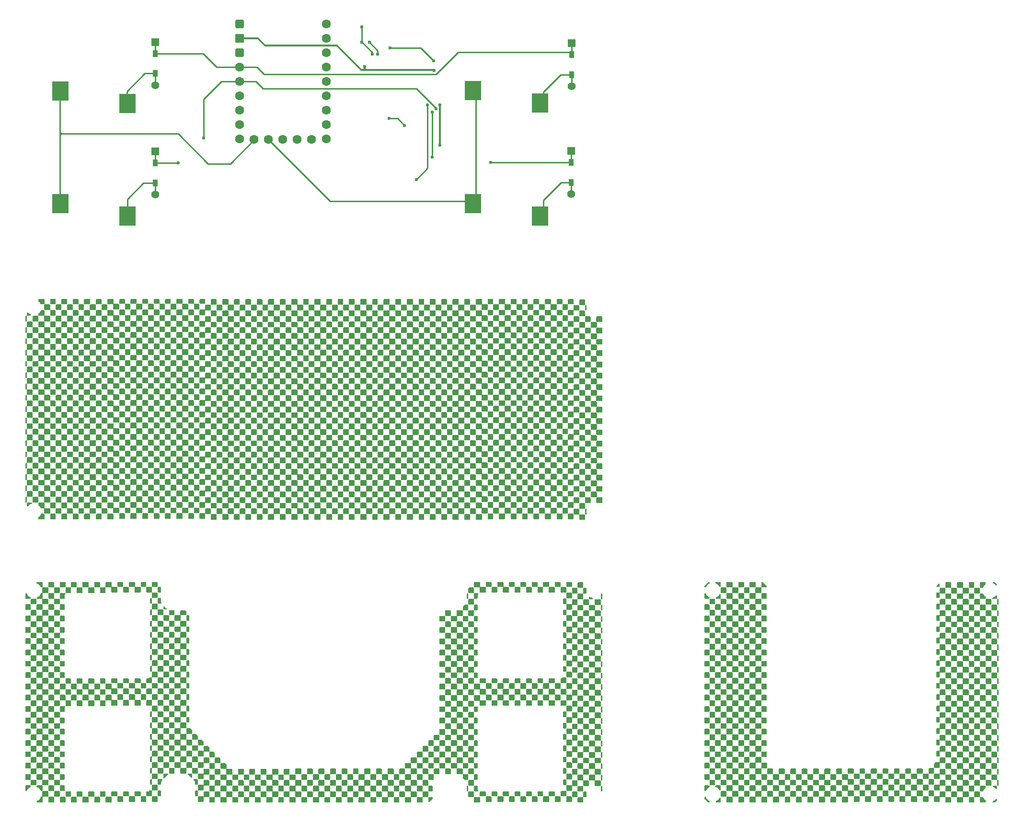
<source format=gbr>
G04 #@! TF.GenerationSoftware,KiCad,Pcbnew,9.0.6*
G04 #@! TF.CreationDate,2025-12-03T23:40:23+09:00*
G04 #@! TF.ProjectId,tps43-ek_Assemble,74707334-332d-4656-9b5f-417373656d62,rev?*
G04 #@! TF.SameCoordinates,Original*
G04 #@! TF.FileFunction,Copper,L2,Bot*
G04 #@! TF.FilePolarity,Positive*
%FSLAX46Y46*%
G04 Gerber Fmt 4.6, Leading zero omitted, Abs format (unit mm)*
G04 Created by KiCad (PCBNEW 9.0.6) date 2025-12-03 23:40:23*
%MOMM*%
%LPD*%
G01*
G04 APERTURE LIST*
G04 Aperture macros list*
%AMOutline5P*
0 Free polygon, 5 corners , with rotation*
0 The origin of the aperture is its center*
0 number of corners: always 5*
0 $1 to $10 corner X, Y*
0 $11 Rotation angle, in degrees counterclockwise*
0 create outline with 5 corners*
4,1,5,$1,$2,$3,$4,$5,$6,$7,$8,$9,$10,$1,$2,$11*%
%AMOutline6P*
0 Free polygon, 6 corners , with rotation*
0 The origin of the aperture is its center*
0 number of corners: always 6*
0 $1 to $12 corner X, Y*
0 $13 Rotation angle, in degrees counterclockwise*
0 create outline with 6 corners*
4,1,6,$1,$2,$3,$4,$5,$6,$7,$8,$9,$10,$11,$12,$1,$2,$13*%
%AMOutline7P*
0 Free polygon, 7 corners , with rotation*
0 The origin of the aperture is its center*
0 number of corners: always 7*
0 $1 to $14 corner X, Y*
0 $15 Rotation angle, in degrees counterclockwise*
0 create outline with 7 corners*
4,1,7,$1,$2,$3,$4,$5,$6,$7,$8,$9,$10,$11,$12,$13,$14,$1,$2,$15*%
%AMOutline8P*
0 Free polygon, 8 corners , with rotation*
0 The origin of the aperture is its center*
0 number of corners: always 8*
0 $1 to $16 corner X, Y*
0 $17 Rotation angle, in degrees counterclockwise*
0 create outline with 8 corners*
4,1,8,$1,$2,$3,$4,$5,$6,$7,$8,$9,$10,$11,$12,$13,$14,$15,$16,$1,$2,$17*%
G04 Aperture macros list end*
G04 #@! TA.AperFunction,Conductor*
%ADD10C,0.250000*%
G04 #@! TD*
G04 #@! TA.AperFunction,ComponentPad*
%ADD11R,1.397000X1.397000*%
G04 #@! TD*
G04 #@! TA.AperFunction,SMDPad,CuDef*
%ADD12R,0.950000X1.300000*%
G04 #@! TD*
G04 #@! TA.AperFunction,ComponentPad*
%ADD13C,1.397000*%
G04 #@! TD*
G04 #@! TA.AperFunction,SMDPad,CuDef*
%ADD14R,3.000000X3.500000*%
G04 #@! TD*
G04 #@! TA.AperFunction,ComponentPad*
%ADD15C,1.600000*%
G04 #@! TD*
G04 #@! TA.AperFunction,ComponentPad*
%ADD16Outline8P,-0.800000X0.480000X-0.480000X0.800000X0.480000X0.800000X0.800000X0.480000X0.800000X-0.480000X0.480000X-0.800000X-0.480000X-0.800000X-0.800000X-0.480000X0.000000*%
G04 #@! TD*
G04 #@! TA.AperFunction,ComponentPad*
%ADD17R,1.600000X1.600000*%
G04 #@! TD*
G04 #@! TA.AperFunction,ViaPad*
%ADD18C,0.600000*%
G04 #@! TD*
G04 #@! TA.AperFunction,Conductor*
%ADD19C,0.200000*%
G04 #@! TD*
G04 #@! TA.AperFunction,Conductor*
%ADD20C,0.300000*%
G04 #@! TD*
G04 APERTURE END LIST*
D10*
X91600000Y-47400000D02*
X89600000Y-49400000D01*
X91600000Y-36200000D02*
X91600000Y-47400000D01*
D11*
X43500000Y-44415000D03*
D12*
X43500000Y-46450000D03*
X43500000Y-50000000D03*
D13*
X43500000Y-52035000D03*
D11*
X43450000Y-25065000D03*
D12*
X43450000Y-27100000D03*
X43450000Y-30650000D03*
D13*
X43450000Y-32685000D03*
D14*
X99600000Y-53650000D03*
X111500000Y-55850000D03*
D11*
X116962500Y-44315000D03*
D12*
X116962500Y-46350000D03*
X116962500Y-49900000D03*
D13*
X116962500Y-51935000D03*
D14*
X99600000Y-33650000D03*
X111500000Y-35850000D03*
D15*
X73700000Y-21900000D03*
X73700000Y-24440000D03*
X73700000Y-26980000D03*
X73700000Y-29520000D03*
X73700000Y-32060000D03*
X73700000Y-34600000D03*
X73700000Y-37140000D03*
X73700000Y-39680000D03*
X73700000Y-42220000D03*
X71110000Y-42270000D03*
X68570000Y-42270000D03*
X66030000Y-42270000D03*
X63490000Y-42270000D03*
X60950000Y-42270000D03*
X58360000Y-42220000D03*
X58360000Y-39680000D03*
X58360000Y-37140000D03*
X58360000Y-34600000D03*
X58360000Y-32060000D03*
X58360000Y-29520000D03*
D16*
X58360000Y-26980000D03*
D17*
X58360000Y-24440000D03*
D16*
X58360000Y-21900000D03*
D14*
X26687500Y-53675000D03*
X38587500Y-55875000D03*
D11*
X117050000Y-25315000D03*
D12*
X117050000Y-27350000D03*
X117050000Y-30900000D03*
D13*
X117050000Y-32935000D03*
D14*
X26687500Y-33725000D03*
X38587500Y-35925000D03*
D18*
X81800000Y-27200000D03*
X92709620Y-30109620D03*
X87500000Y-39800000D03*
X84800000Y-38600000D03*
X93800000Y-36200000D03*
X93800000Y-43300000D03*
X92400000Y-45400000D03*
X92400000Y-37500000D03*
X82800000Y-27200000D03*
X81300000Y-25100000D03*
X89600000Y-49400000D03*
X91600000Y-36200000D03*
X80500000Y-29400000D03*
X92700000Y-28400000D03*
X85000000Y-26100000D03*
X102700000Y-46400000D03*
X93100000Y-36900000D03*
X52000000Y-42000000D03*
X47550000Y-46450000D03*
X80000000Y-22400000D03*
X80000000Y-25100000D03*
D10*
X82800000Y-27200000D02*
X82800000Y-26600000D01*
X82800000Y-26600000D02*
X81300000Y-25100000D01*
D19*
X92709620Y-30109620D02*
X92600000Y-30000000D01*
D10*
X81800000Y-26900000D02*
X80000000Y-25100000D01*
X81800000Y-27200000D02*
X81800000Y-26900000D01*
X26600000Y-41600000D02*
X26600000Y-53200000D01*
X26900000Y-41300000D02*
X26600000Y-41600000D01*
X26900000Y-41300000D02*
X47500000Y-41300000D01*
X26600000Y-41000000D02*
X26600000Y-41300000D01*
X26600000Y-41000000D02*
X26900000Y-41300000D01*
X62500000Y-33300000D02*
X89600000Y-33300000D01*
X61240000Y-32040000D02*
X62500000Y-33300000D01*
X61160000Y-32040000D02*
X61240000Y-32040000D01*
X86300000Y-38600000D02*
X87500000Y-39800000D01*
X84800000Y-38600000D02*
X86300000Y-38600000D01*
D20*
X93800000Y-36200000D02*
X93800000Y-43300000D01*
D19*
X92300000Y-45500000D02*
X92400000Y-45400000D01*
D10*
X92400000Y-37500000D02*
X92400000Y-45400000D01*
D20*
X80500000Y-30000000D02*
X80500000Y-29800000D01*
X62700000Y-25500000D02*
X62900000Y-25700000D01*
X62900000Y-25700000D02*
X75300000Y-25700000D01*
X61620000Y-24420000D02*
X62700000Y-25500000D01*
D19*
X61580000Y-24420000D02*
X61620000Y-24420000D01*
D20*
X80500000Y-29800000D02*
X80300000Y-30000000D01*
X75600000Y-25700000D02*
X79900000Y-30000000D01*
X80300000Y-30000000D02*
X80500000Y-30000000D01*
D19*
X80500000Y-29800000D02*
X80500000Y-29400000D01*
D20*
X79900000Y-30000000D02*
X80300000Y-30000000D01*
X80500000Y-29800000D02*
X80700000Y-30000000D01*
X61580000Y-24420000D02*
X58500000Y-24420000D01*
X80500000Y-30000000D02*
X80700000Y-30000000D01*
X75300000Y-25700000D02*
X75600000Y-25700000D01*
D10*
X85000000Y-26100000D02*
X90400000Y-26100000D01*
X90400000Y-26100000D02*
X92700000Y-28400000D01*
X43450000Y-30650000D02*
X41650000Y-30650000D01*
D19*
X39635000Y-36500000D02*
X38500000Y-36500000D01*
D10*
X38500000Y-33800000D02*
X38500000Y-36500000D01*
X41650000Y-30650000D02*
X38500000Y-33800000D01*
X43450000Y-30650000D02*
X43450000Y-32685000D01*
X93100000Y-30800000D02*
X97000000Y-26900000D01*
X117050000Y-27350000D02*
X117050000Y-25315000D01*
X62700000Y-30800000D02*
X93100000Y-30800000D01*
X97000000Y-26900000D02*
X116600000Y-26900000D01*
X43450000Y-27100000D02*
X43450000Y-25065000D01*
X54300000Y-29500000D02*
X61400000Y-29500000D01*
X61400000Y-29500000D02*
X62700000Y-30800000D01*
D19*
X116600000Y-26900000D02*
X117050000Y-27350000D01*
D10*
X43450000Y-27100000D02*
X51900000Y-27100000D01*
X51900000Y-27100000D02*
X54300000Y-29500000D01*
X89600000Y-33300000D02*
X93100000Y-36800000D01*
X55160000Y-32040000D02*
X58500000Y-32040000D01*
D19*
X93100000Y-36900000D02*
X93200000Y-36900000D01*
D10*
X116962500Y-46350000D02*
X116962500Y-44315000D01*
X52000000Y-42000000D02*
X52000000Y-35200000D01*
X52000000Y-35200000D02*
X55160000Y-32040000D01*
X58500000Y-32040000D02*
X61160000Y-32040000D01*
X102750000Y-46350000D02*
X116962500Y-46350000D01*
X43500000Y-46450000D02*
X43500000Y-44415000D01*
D19*
X93100000Y-36800000D02*
X93100000Y-36900000D01*
X102700000Y-46400000D02*
X102750000Y-46350000D01*
D10*
X43500000Y-46450000D02*
X47550000Y-46450000D01*
X43500000Y-50000000D02*
X43500000Y-52035000D01*
X38550000Y-55450000D02*
X38550000Y-52850000D01*
X41400000Y-50000000D02*
X43500000Y-50000000D01*
X38550000Y-52850000D02*
X41400000Y-50000000D01*
X117050000Y-30900000D02*
X115100000Y-30900000D01*
D19*
X112050000Y-33950000D02*
X112050000Y-36400000D01*
D10*
X117050000Y-30900000D02*
X117050000Y-32935000D01*
X115100000Y-30900000D02*
X112050000Y-33950000D01*
X112050000Y-53050000D02*
X115200000Y-49900000D01*
X116962500Y-49900000D02*
X116962500Y-51935000D01*
X115200000Y-49900000D02*
X116962500Y-49900000D01*
X112050000Y-55400000D02*
X112050000Y-53050000D01*
X80000000Y-22400000D02*
X80000000Y-25100000D01*
D19*
X26600000Y-53200000D02*
X26650000Y-53250000D01*
D10*
X26600000Y-41300000D02*
X26900000Y-41300000D01*
X52800000Y-46600000D02*
X56740000Y-46600000D01*
X26600000Y-41300000D02*
X26600000Y-41600000D01*
X56740000Y-46600000D02*
X61090000Y-42250000D01*
X26600000Y-34300000D02*
X26600000Y-41000000D01*
X47500000Y-41300000D02*
X52800000Y-46600000D01*
X100150000Y-34200000D02*
X100150000Y-53200000D01*
X74420000Y-53200000D02*
X63490000Y-42270000D01*
X100150000Y-53200000D02*
X74420000Y-53200000D01*
D20*
X92600000Y-30000000D02*
X80700000Y-30000000D01*
G04 #@! TA.AperFunction,NonConductor*
G36*
X52243039Y-70520185D02*
G01*
X52288794Y-70572989D01*
X52300000Y-70624500D01*
X52300000Y-71237516D01*
X52280315Y-71304555D01*
X52227511Y-71350310D01*
X52176000Y-71361516D01*
X51424000Y-71361516D01*
X51356961Y-71341831D01*
X51311206Y-71289027D01*
X51300000Y-71237516D01*
X51300000Y-70624500D01*
X51319685Y-70557461D01*
X51372489Y-70511706D01*
X51424000Y-70500500D01*
X52176000Y-70500500D01*
X52243039Y-70520185D01*
G37*
G04 #@! TD.AperFunction*
G04 #@! TA.AperFunction,NonConductor*
G36*
X50243039Y-70520185D02*
G01*
X50288794Y-70572989D01*
X50300000Y-70624500D01*
X50300000Y-71237516D01*
X50280315Y-71304555D01*
X50227511Y-71350310D01*
X50176000Y-71361516D01*
X49424000Y-71361516D01*
X49356961Y-71341831D01*
X49311206Y-71289027D01*
X49300000Y-71237516D01*
X49300000Y-70624500D01*
X49319685Y-70557461D01*
X49372489Y-70511706D01*
X49424000Y-70500500D01*
X50176000Y-70500500D01*
X50243039Y-70520185D01*
G37*
G04 #@! TD.AperFunction*
G04 #@! TA.AperFunction,NonConductor*
G36*
X48243039Y-70520185D02*
G01*
X48288794Y-70572989D01*
X48300000Y-70624500D01*
X48300000Y-71237516D01*
X48280315Y-71304555D01*
X48227511Y-71350310D01*
X48176000Y-71361516D01*
X47324000Y-71361516D01*
X47256961Y-71341831D01*
X47211206Y-71289027D01*
X47200000Y-71237516D01*
X47200000Y-70624500D01*
X47219685Y-70557461D01*
X47272489Y-70511706D01*
X47324000Y-70500500D01*
X48176000Y-70500500D01*
X48243039Y-70520185D01*
G37*
G04 #@! TD.AperFunction*
G04 #@! TA.AperFunction,NonConductor*
G36*
X46143039Y-70520185D02*
G01*
X46188794Y-70572989D01*
X46200000Y-70624500D01*
X46200000Y-71237516D01*
X46180315Y-71304555D01*
X46127511Y-71350310D01*
X46076000Y-71361516D01*
X45324000Y-71361516D01*
X45256961Y-71341831D01*
X45211206Y-71289027D01*
X45200000Y-71237516D01*
X45200000Y-70624500D01*
X45219685Y-70557461D01*
X45272489Y-70511706D01*
X45324000Y-70500500D01*
X46076000Y-70500500D01*
X46143039Y-70520185D01*
G37*
G04 #@! TD.AperFunction*
G04 #@! TA.AperFunction,NonConductor*
G36*
X44143039Y-70520185D02*
G01*
X44188794Y-70572989D01*
X44200000Y-70624500D01*
X44200000Y-71237516D01*
X44180315Y-71304555D01*
X44127511Y-71350310D01*
X44076000Y-71361516D01*
X43324000Y-71361516D01*
X43256961Y-71341831D01*
X43211206Y-71289027D01*
X43200000Y-71237516D01*
X43200000Y-70624500D01*
X43219685Y-70557461D01*
X43272489Y-70511706D01*
X43324000Y-70500500D01*
X44076000Y-70500500D01*
X44143039Y-70520185D01*
G37*
G04 #@! TD.AperFunction*
G04 #@! TA.AperFunction,NonConductor*
G36*
X42143039Y-70520185D02*
G01*
X42188794Y-70572989D01*
X42200000Y-70624500D01*
X42200000Y-71237516D01*
X42180315Y-71304555D01*
X42127511Y-71350310D01*
X42076000Y-71361516D01*
X41324000Y-71361516D01*
X41256961Y-71341831D01*
X41211206Y-71289027D01*
X41200000Y-71237516D01*
X41200000Y-70624500D01*
X41219685Y-70557461D01*
X41272489Y-70511706D01*
X41324000Y-70500500D01*
X42076000Y-70500500D01*
X42143039Y-70520185D01*
G37*
G04 #@! TD.AperFunction*
G04 #@! TA.AperFunction,NonConductor*
G36*
X40143039Y-70520185D02*
G01*
X40188794Y-70572989D01*
X40200000Y-70624500D01*
X40200000Y-71237516D01*
X40180315Y-71304555D01*
X40127511Y-71350310D01*
X40076000Y-71361516D01*
X39224000Y-71361516D01*
X39156961Y-71341831D01*
X39111206Y-71289027D01*
X39100000Y-71237516D01*
X39100000Y-70624500D01*
X39119685Y-70557461D01*
X39172489Y-70511706D01*
X39224000Y-70500500D01*
X40076000Y-70500500D01*
X40143039Y-70520185D01*
G37*
G04 #@! TD.AperFunction*
G04 #@! TA.AperFunction,NonConductor*
G36*
X38043039Y-70520185D02*
G01*
X38088794Y-70572989D01*
X38100000Y-70624500D01*
X38100000Y-71237516D01*
X38080315Y-71304555D01*
X38027511Y-71350310D01*
X37976000Y-71361516D01*
X37224000Y-71361516D01*
X37156961Y-71341831D01*
X37111206Y-71289027D01*
X37100000Y-71237516D01*
X37100000Y-70624500D01*
X37119685Y-70557461D01*
X37172489Y-70511706D01*
X37224000Y-70500500D01*
X37976000Y-70500500D01*
X38043039Y-70520185D01*
G37*
G04 #@! TD.AperFunction*
G04 #@! TA.AperFunction,NonConductor*
G36*
X117343039Y-70520185D02*
G01*
X117388794Y-70572989D01*
X117400000Y-70624500D01*
X117400000Y-71276000D01*
X117380315Y-71343039D01*
X117327511Y-71388794D01*
X117276000Y-71400000D01*
X116524000Y-71400000D01*
X116456961Y-71380315D01*
X116411206Y-71327511D01*
X116400000Y-71276000D01*
X116400000Y-70624500D01*
X116419685Y-70557461D01*
X116472489Y-70511706D01*
X116524000Y-70500500D01*
X117276000Y-70500500D01*
X117343039Y-70520185D01*
G37*
G04 #@! TD.AperFunction*
G04 #@! TA.AperFunction,NonConductor*
G36*
X115343039Y-70520185D02*
G01*
X115388794Y-70572989D01*
X115400000Y-70624500D01*
X115400000Y-71276000D01*
X115380315Y-71343039D01*
X115327511Y-71388794D01*
X115276000Y-71400000D01*
X114524000Y-71400000D01*
X114456961Y-71380315D01*
X114411206Y-71327511D01*
X114400000Y-71276000D01*
X114400000Y-70624500D01*
X114419685Y-70557461D01*
X114472489Y-70511706D01*
X114524000Y-70500500D01*
X115276000Y-70500500D01*
X115343039Y-70520185D01*
G37*
G04 #@! TD.AperFunction*
G04 #@! TA.AperFunction,NonConductor*
G36*
X113343039Y-70520185D02*
G01*
X113388794Y-70572989D01*
X113400000Y-70624500D01*
X113400000Y-71276000D01*
X113380315Y-71343039D01*
X113327511Y-71388794D01*
X113276000Y-71400000D01*
X112424000Y-71400000D01*
X112356961Y-71380315D01*
X112311206Y-71327511D01*
X112300000Y-71276000D01*
X112300000Y-70624500D01*
X112319685Y-70557461D01*
X112372489Y-70511706D01*
X112424000Y-70500500D01*
X113276000Y-70500500D01*
X113343039Y-70520185D01*
G37*
G04 #@! TD.AperFunction*
G04 #@! TA.AperFunction,NonConductor*
G36*
X111243039Y-70520185D02*
G01*
X111288794Y-70572989D01*
X111300000Y-70624500D01*
X111300000Y-71276000D01*
X111280315Y-71343039D01*
X111227511Y-71388794D01*
X111176000Y-71400000D01*
X110424000Y-71400000D01*
X110356961Y-71380315D01*
X110311206Y-71327511D01*
X110300000Y-71276000D01*
X110300000Y-70624500D01*
X110319685Y-70557461D01*
X110372489Y-70511706D01*
X110424000Y-70500500D01*
X111176000Y-70500500D01*
X111243039Y-70520185D01*
G37*
G04 #@! TD.AperFunction*
G04 #@! TA.AperFunction,NonConductor*
G36*
X109243039Y-70520185D02*
G01*
X109288794Y-70572989D01*
X109300000Y-70624500D01*
X109300000Y-71276000D01*
X109280315Y-71343039D01*
X109227511Y-71388794D01*
X109176000Y-71400000D01*
X108424000Y-71400000D01*
X108356961Y-71380315D01*
X108311206Y-71327511D01*
X108300000Y-71276000D01*
X108300000Y-70624500D01*
X108319685Y-70557461D01*
X108372489Y-70511706D01*
X108424000Y-70500500D01*
X109176000Y-70500500D01*
X109243039Y-70520185D01*
G37*
G04 #@! TD.AperFunction*
G04 #@! TA.AperFunction,NonConductor*
G36*
X107243039Y-70520185D02*
G01*
X107288794Y-70572989D01*
X107300000Y-70624500D01*
X107300000Y-71276000D01*
X107280315Y-71343039D01*
X107227511Y-71388794D01*
X107176000Y-71400000D01*
X106424000Y-71400000D01*
X106356961Y-71380315D01*
X106311206Y-71327511D01*
X106300000Y-71276000D01*
X106300000Y-70624500D01*
X106319685Y-70557461D01*
X106372489Y-70511706D01*
X106424000Y-70500500D01*
X107176000Y-70500500D01*
X107243039Y-70520185D01*
G37*
G04 #@! TD.AperFunction*
G04 #@! TA.AperFunction,NonConductor*
G36*
X105243039Y-70520185D02*
G01*
X105288794Y-70572989D01*
X105300000Y-70624500D01*
X105300000Y-71276000D01*
X105280315Y-71343039D01*
X105227511Y-71388794D01*
X105176000Y-71400000D01*
X104324000Y-71400000D01*
X104256961Y-71380315D01*
X104211206Y-71327511D01*
X104200000Y-71276000D01*
X104200000Y-70624500D01*
X104219685Y-70557461D01*
X104272489Y-70511706D01*
X104324000Y-70500500D01*
X105176000Y-70500500D01*
X105243039Y-70520185D01*
G37*
G04 #@! TD.AperFunction*
G04 #@! TA.AperFunction,NonConductor*
G36*
X103143039Y-70520185D02*
G01*
X103188794Y-70572989D01*
X103200000Y-70624500D01*
X103200000Y-71276000D01*
X103180315Y-71343039D01*
X103127511Y-71388794D01*
X103076000Y-71400000D01*
X102324000Y-71400000D01*
X102256961Y-71380315D01*
X102211206Y-71327511D01*
X102200000Y-71276000D01*
X102200000Y-70624500D01*
X102219685Y-70557461D01*
X102272489Y-70511706D01*
X102324000Y-70500500D01*
X103076000Y-70500500D01*
X103143039Y-70520185D01*
G37*
G04 #@! TD.AperFunction*
G04 #@! TA.AperFunction,NonConductor*
G36*
X33943039Y-70520185D02*
G01*
X33988794Y-70572989D01*
X34000000Y-70624500D01*
X34000000Y-71337516D01*
X33980315Y-71404555D01*
X33927511Y-71450310D01*
X33876000Y-71461516D01*
X33124000Y-71461516D01*
X33056961Y-71441831D01*
X33011206Y-71389027D01*
X33000000Y-71337516D01*
X33000000Y-70624500D01*
X33019685Y-70557461D01*
X33072489Y-70511706D01*
X33124000Y-70500500D01*
X33876000Y-70500500D01*
X33943039Y-70520185D01*
G37*
G04 #@! TD.AperFunction*
G04 #@! TA.AperFunction,NonConductor*
G36*
X31943039Y-70520185D02*
G01*
X31988794Y-70572989D01*
X32000000Y-70624500D01*
X32000000Y-71337516D01*
X31980315Y-71404555D01*
X31927511Y-71450310D01*
X31876000Y-71461516D01*
X31024000Y-71461516D01*
X30956961Y-71441831D01*
X30911206Y-71389027D01*
X30900000Y-71337516D01*
X30900000Y-70624500D01*
X30919685Y-70557461D01*
X30972489Y-70511706D01*
X31024000Y-70500500D01*
X31876000Y-70500500D01*
X31943039Y-70520185D01*
G37*
G04 #@! TD.AperFunction*
G04 #@! TA.AperFunction,NonConductor*
G36*
X29843039Y-70520185D02*
G01*
X29888794Y-70572989D01*
X29900000Y-70624500D01*
X29900000Y-71337516D01*
X29880315Y-71404555D01*
X29827511Y-71450310D01*
X29776000Y-71461516D01*
X29024000Y-71461516D01*
X28956961Y-71441831D01*
X28911206Y-71389027D01*
X28900000Y-71337516D01*
X28900000Y-70624500D01*
X28919685Y-70557461D01*
X28972489Y-70511706D01*
X29024000Y-70500500D01*
X29776000Y-70500500D01*
X29843039Y-70520185D01*
G37*
G04 #@! TD.AperFunction*
G04 #@! TA.AperFunction,NonConductor*
G36*
X27843039Y-70520185D02*
G01*
X27888794Y-70572989D01*
X27900000Y-70624500D01*
X27900000Y-71337516D01*
X27880315Y-71404555D01*
X27827511Y-71450310D01*
X27776000Y-71461516D01*
X27024000Y-71461516D01*
X26956961Y-71441831D01*
X26911206Y-71389027D01*
X26900000Y-71337516D01*
X26900000Y-70624500D01*
X26919685Y-70557461D01*
X26972489Y-70511706D01*
X27024000Y-70500500D01*
X27776000Y-70500500D01*
X27843039Y-70520185D01*
G37*
G04 #@! TD.AperFunction*
G04 #@! TA.AperFunction,NonConductor*
G36*
X25843039Y-70520185D02*
G01*
X25888794Y-70572989D01*
X25900000Y-70624500D01*
X25900000Y-71337516D01*
X25880315Y-71404555D01*
X25827511Y-71450310D01*
X25776000Y-71461516D01*
X25024000Y-71461516D01*
X24956961Y-71441831D01*
X24911206Y-71389027D01*
X24900000Y-71337516D01*
X24900000Y-70624500D01*
X24919685Y-70557461D01*
X24972489Y-70511706D01*
X25024000Y-70500500D01*
X25776000Y-70500500D01*
X25843039Y-70520185D01*
G37*
G04 #@! TD.AperFunction*
G04 #@! TA.AperFunction,NonConductor*
G36*
X23843039Y-70520185D02*
G01*
X23888794Y-70572989D01*
X23900000Y-70624500D01*
X23900000Y-71337516D01*
X23880315Y-71404555D01*
X23827511Y-71450310D01*
X23776000Y-71461516D01*
X23317318Y-71461516D01*
X23250279Y-71441831D01*
X23206833Y-71393811D01*
X23180347Y-71341831D01*
X23155051Y-71292184D01*
X23115333Y-71237516D01*
X23030109Y-71120213D01*
X22879790Y-70969894D01*
X22879785Y-70969890D01*
X22851115Y-70949060D01*
X22847774Y-70944728D01*
X22842797Y-70942455D01*
X22826664Y-70917352D01*
X22808449Y-70893730D01*
X22807196Y-70887058D01*
X22805023Y-70883677D01*
X22800000Y-70848742D01*
X22800000Y-70624500D01*
X22819685Y-70557461D01*
X22872489Y-70511706D01*
X22924000Y-70500500D01*
X23776000Y-70500500D01*
X23843039Y-70520185D01*
G37*
G04 #@! TD.AperFunction*
G04 #@! TA.AperFunction,NonConductor*
G36*
X99043039Y-70520185D02*
G01*
X99088794Y-70572989D01*
X99100000Y-70624500D01*
X99100000Y-71376000D01*
X99080315Y-71443039D01*
X99027511Y-71488794D01*
X98976000Y-71500000D01*
X98224000Y-71500000D01*
X98156961Y-71480315D01*
X98111206Y-71427511D01*
X98100000Y-71376000D01*
X98100000Y-70624500D01*
X98119685Y-70557461D01*
X98172489Y-70511706D01*
X98224000Y-70500500D01*
X98976000Y-70500500D01*
X99043039Y-70520185D01*
G37*
G04 #@! TD.AperFunction*
G04 #@! TA.AperFunction,NonConductor*
G36*
X97043039Y-70520185D02*
G01*
X97088794Y-70572989D01*
X97100000Y-70624500D01*
X97100000Y-71376000D01*
X97080315Y-71443039D01*
X97027511Y-71488794D01*
X96976000Y-71500000D01*
X96124000Y-71500000D01*
X96056961Y-71480315D01*
X96011206Y-71427511D01*
X96000000Y-71376000D01*
X96000000Y-70624500D01*
X96019685Y-70557461D01*
X96072489Y-70511706D01*
X96124000Y-70500500D01*
X96976000Y-70500500D01*
X97043039Y-70520185D01*
G37*
G04 #@! TD.AperFunction*
G04 #@! TA.AperFunction,NonConductor*
G36*
X94943039Y-70520185D02*
G01*
X94988794Y-70572989D01*
X95000000Y-70624500D01*
X95000000Y-71376000D01*
X94980315Y-71443039D01*
X94927511Y-71488794D01*
X94876000Y-71500000D01*
X94124000Y-71500000D01*
X94056961Y-71480315D01*
X94011206Y-71427511D01*
X94000000Y-71376000D01*
X94000000Y-70624500D01*
X94019685Y-70557461D01*
X94072489Y-70511706D01*
X94124000Y-70500500D01*
X94876000Y-70500500D01*
X94943039Y-70520185D01*
G37*
G04 #@! TD.AperFunction*
G04 #@! TA.AperFunction,NonConductor*
G36*
X92943039Y-70520185D02*
G01*
X92988794Y-70572989D01*
X93000000Y-70624500D01*
X93000000Y-71376000D01*
X92980315Y-71443039D01*
X92927511Y-71488794D01*
X92876000Y-71500000D01*
X92124000Y-71500000D01*
X92056961Y-71480315D01*
X92011206Y-71427511D01*
X92000000Y-71376000D01*
X92000000Y-70624500D01*
X92019685Y-70557461D01*
X92072489Y-70511706D01*
X92124000Y-70500500D01*
X92876000Y-70500500D01*
X92943039Y-70520185D01*
G37*
G04 #@! TD.AperFunction*
G04 #@! TA.AperFunction,NonConductor*
G36*
X90943039Y-70520185D02*
G01*
X90988794Y-70572989D01*
X91000000Y-70624500D01*
X91000000Y-71376000D01*
X90980315Y-71443039D01*
X90927511Y-71488794D01*
X90876000Y-71500000D01*
X90124000Y-71500000D01*
X90056961Y-71480315D01*
X90011206Y-71427511D01*
X90000000Y-71376000D01*
X90000000Y-70624500D01*
X90019685Y-70557461D01*
X90072489Y-70511706D01*
X90124000Y-70500500D01*
X90876000Y-70500500D01*
X90943039Y-70520185D01*
G37*
G04 #@! TD.AperFunction*
G04 #@! TA.AperFunction,NonConductor*
G36*
X88943039Y-70520185D02*
G01*
X88988794Y-70572989D01*
X89000000Y-70624500D01*
X89000000Y-71376000D01*
X88980315Y-71443039D01*
X88927511Y-71488794D01*
X88876000Y-71500000D01*
X88024000Y-71500000D01*
X87956961Y-71480315D01*
X87911206Y-71427511D01*
X87900000Y-71376000D01*
X87900000Y-70624500D01*
X87919685Y-70557461D01*
X87972489Y-70511706D01*
X88024000Y-70500500D01*
X88876000Y-70500500D01*
X88943039Y-70520185D01*
G37*
G04 #@! TD.AperFunction*
G04 #@! TA.AperFunction,NonConductor*
G36*
X86843039Y-70520185D02*
G01*
X86888794Y-70572989D01*
X86900000Y-70624500D01*
X86900000Y-71376000D01*
X86880315Y-71443039D01*
X86827511Y-71488794D01*
X86776000Y-71500000D01*
X86024000Y-71500000D01*
X85956961Y-71480315D01*
X85911206Y-71427511D01*
X85900000Y-71376000D01*
X85900000Y-70624500D01*
X85919685Y-70557461D01*
X85972489Y-70511706D01*
X86024000Y-70500500D01*
X86776000Y-70500500D01*
X86843039Y-70520185D01*
G37*
G04 #@! TD.AperFunction*
G04 #@! TA.AperFunction,NonConductor*
G36*
X84843039Y-70520185D02*
G01*
X84888794Y-70572989D01*
X84900000Y-70624500D01*
X84900000Y-71376000D01*
X84880315Y-71443039D01*
X84827511Y-71488794D01*
X84776000Y-71500000D01*
X83924000Y-71500000D01*
X83856961Y-71480315D01*
X83811206Y-71427511D01*
X83800000Y-71376000D01*
X83800000Y-70624500D01*
X83819685Y-70557461D01*
X83872489Y-70511706D01*
X83924000Y-70500500D01*
X84776000Y-70500500D01*
X84843039Y-70520185D01*
G37*
G04 #@! TD.AperFunction*
G04 #@! TA.AperFunction,NonConductor*
G36*
X82743039Y-70520185D02*
G01*
X82788794Y-70572989D01*
X82800000Y-70624500D01*
X82800000Y-71376000D01*
X82780315Y-71443039D01*
X82727511Y-71488794D01*
X82676000Y-71500000D01*
X81924000Y-71500000D01*
X81856961Y-71480315D01*
X81811206Y-71427511D01*
X81800000Y-71376000D01*
X81800000Y-70624500D01*
X81819685Y-70557461D01*
X81872489Y-70511706D01*
X81924000Y-70500500D01*
X82676000Y-70500500D01*
X82743039Y-70520185D01*
G37*
G04 #@! TD.AperFunction*
G04 #@! TA.AperFunction,NonConductor*
G36*
X80743039Y-70520185D02*
G01*
X80788794Y-70572989D01*
X80800000Y-70624500D01*
X80800000Y-71376000D01*
X80780315Y-71443039D01*
X80727511Y-71488794D01*
X80676000Y-71500000D01*
X79824000Y-71500000D01*
X79756961Y-71480315D01*
X79711206Y-71427511D01*
X79700000Y-71376000D01*
X79700000Y-70624500D01*
X79719685Y-70557461D01*
X79772489Y-70511706D01*
X79824000Y-70500500D01*
X80676000Y-70500500D01*
X80743039Y-70520185D01*
G37*
G04 #@! TD.AperFunction*
G04 #@! TA.AperFunction,NonConductor*
G36*
X78643039Y-70520185D02*
G01*
X78688794Y-70572989D01*
X78700000Y-70624500D01*
X78700000Y-71376000D01*
X78680315Y-71443039D01*
X78627511Y-71488794D01*
X78576000Y-71500000D01*
X77824000Y-71500000D01*
X77756961Y-71480315D01*
X77711206Y-71427511D01*
X77700000Y-71376000D01*
X77700000Y-70624500D01*
X77719685Y-70557461D01*
X77772489Y-70511706D01*
X77824000Y-70500500D01*
X78576000Y-70500500D01*
X78643039Y-70520185D01*
G37*
G04 #@! TD.AperFunction*
G04 #@! TA.AperFunction,NonConductor*
G36*
X76643039Y-70520185D02*
G01*
X76688794Y-70572989D01*
X76700000Y-70624500D01*
X76700000Y-71376000D01*
X76680315Y-71443039D01*
X76627511Y-71488794D01*
X76576000Y-71500000D01*
X75824000Y-71500000D01*
X75756961Y-71480315D01*
X75711206Y-71427511D01*
X75700000Y-71376000D01*
X75700000Y-70624500D01*
X75719685Y-70557461D01*
X75772489Y-70511706D01*
X75824000Y-70500500D01*
X76576000Y-70500500D01*
X76643039Y-70520185D01*
G37*
G04 #@! TD.AperFunction*
G04 #@! TA.AperFunction,NonConductor*
G36*
X74643039Y-70520185D02*
G01*
X74688794Y-70572989D01*
X74700000Y-70624500D01*
X74700000Y-71376000D01*
X74680315Y-71443039D01*
X74627511Y-71488794D01*
X74576000Y-71500000D01*
X73824000Y-71500000D01*
X73756961Y-71480315D01*
X73711206Y-71427511D01*
X73700000Y-71376000D01*
X73700000Y-70624500D01*
X73719685Y-70557461D01*
X73772489Y-70511706D01*
X73824000Y-70500500D01*
X74576000Y-70500500D01*
X74643039Y-70520185D01*
G37*
G04 #@! TD.AperFunction*
G04 #@! TA.AperFunction,NonConductor*
G36*
X72643039Y-70520185D02*
G01*
X72688794Y-70572989D01*
X72700000Y-70624500D01*
X72700000Y-71376000D01*
X72680315Y-71443039D01*
X72627511Y-71488794D01*
X72576000Y-71500000D01*
X71724000Y-71500000D01*
X71656961Y-71480315D01*
X71611206Y-71427511D01*
X71600000Y-71376000D01*
X71600000Y-70624500D01*
X71619685Y-70557461D01*
X71672489Y-70511706D01*
X71724000Y-70500500D01*
X72576000Y-70500500D01*
X72643039Y-70520185D01*
G37*
G04 #@! TD.AperFunction*
G04 #@! TA.AperFunction,NonConductor*
G36*
X70543039Y-70520185D02*
G01*
X70588794Y-70572989D01*
X70600000Y-70624500D01*
X70600000Y-71376000D01*
X70580315Y-71443039D01*
X70527511Y-71488794D01*
X70476000Y-71500000D01*
X69724000Y-71500000D01*
X69656961Y-71480315D01*
X69611206Y-71427511D01*
X69600000Y-71376000D01*
X69600000Y-70624500D01*
X69619685Y-70557461D01*
X69672489Y-70511706D01*
X69724000Y-70500500D01*
X70476000Y-70500500D01*
X70543039Y-70520185D01*
G37*
G04 #@! TD.AperFunction*
G04 #@! TA.AperFunction,NonConductor*
G36*
X68543039Y-70542717D02*
G01*
X68588794Y-70595521D01*
X68600000Y-70647032D01*
X68600000Y-71399032D01*
X68580315Y-71466071D01*
X68527511Y-71511826D01*
X68476000Y-71523032D01*
X67624000Y-71523032D01*
X67556961Y-71503347D01*
X67511206Y-71450543D01*
X67500000Y-71399032D01*
X67500000Y-70647032D01*
X67519685Y-70579993D01*
X67572489Y-70534238D01*
X67624000Y-70523032D01*
X68476000Y-70523032D01*
X68543039Y-70542717D01*
G37*
G04 #@! TD.AperFunction*
G04 #@! TA.AperFunction,NonConductor*
G36*
X66443039Y-70542717D02*
G01*
X66488794Y-70595521D01*
X66500000Y-70647032D01*
X66500000Y-71399032D01*
X66480315Y-71466071D01*
X66427511Y-71511826D01*
X66376000Y-71523032D01*
X65624000Y-71523032D01*
X65556961Y-71503347D01*
X65511206Y-71450543D01*
X65500000Y-71399032D01*
X65500000Y-70647032D01*
X65519685Y-70579993D01*
X65572489Y-70534238D01*
X65624000Y-70523032D01*
X66376000Y-70523032D01*
X66443039Y-70542717D01*
G37*
G04 #@! TD.AperFunction*
G04 #@! TA.AperFunction,NonConductor*
G36*
X64443039Y-70542717D02*
G01*
X64488794Y-70595521D01*
X64500000Y-70647032D01*
X64500000Y-71399032D01*
X64480315Y-71466071D01*
X64427511Y-71511826D01*
X64376000Y-71523032D01*
X63524000Y-71523032D01*
X63456961Y-71503347D01*
X63411206Y-71450543D01*
X63400000Y-71399032D01*
X63400000Y-70647032D01*
X63419685Y-70579993D01*
X63472489Y-70534238D01*
X63524000Y-70523032D01*
X64376000Y-70523032D01*
X64443039Y-70542717D01*
G37*
G04 #@! TD.AperFunction*
G04 #@! TA.AperFunction,NonConductor*
G36*
X62343039Y-70542717D02*
G01*
X62388794Y-70595521D01*
X62400000Y-70647032D01*
X62400000Y-71399032D01*
X62380315Y-71466071D01*
X62327511Y-71511826D01*
X62276000Y-71523032D01*
X61524000Y-71523032D01*
X61456961Y-71503347D01*
X61411206Y-71450543D01*
X61400000Y-71399032D01*
X61400000Y-70647032D01*
X61419685Y-70579993D01*
X61472489Y-70534238D01*
X61524000Y-70523032D01*
X62276000Y-70523032D01*
X62343039Y-70542717D01*
G37*
G04 #@! TD.AperFunction*
G04 #@! TA.AperFunction,NonConductor*
G36*
X60343039Y-70542717D02*
G01*
X60388794Y-70595521D01*
X60400000Y-70647032D01*
X60400000Y-71399032D01*
X60380315Y-71466071D01*
X60327511Y-71511826D01*
X60276000Y-71523032D01*
X59524000Y-71523032D01*
X59456961Y-71503347D01*
X59411206Y-71450543D01*
X59400000Y-71399032D01*
X59400000Y-70647032D01*
X59419685Y-70579993D01*
X59472489Y-70534238D01*
X59524000Y-70523032D01*
X60276000Y-70523032D01*
X60343039Y-70542717D01*
G37*
G04 #@! TD.AperFunction*
G04 #@! TA.AperFunction,NonConductor*
G36*
X58343039Y-70542717D02*
G01*
X58388794Y-70595521D01*
X58400000Y-70647032D01*
X58400000Y-71399032D01*
X58380315Y-71466071D01*
X58327511Y-71511826D01*
X58276000Y-71523032D01*
X57524000Y-71523032D01*
X57456961Y-71503347D01*
X57411206Y-71450543D01*
X57400000Y-71399032D01*
X57400000Y-70647032D01*
X57419685Y-70579993D01*
X57472489Y-70534238D01*
X57524000Y-70523032D01*
X58276000Y-70523032D01*
X58343039Y-70542717D01*
G37*
G04 #@! TD.AperFunction*
G04 #@! TA.AperFunction,NonConductor*
G36*
X56343039Y-70542717D02*
G01*
X56388794Y-70595521D01*
X56400000Y-70647032D01*
X56400000Y-71399032D01*
X56380315Y-71466071D01*
X56327511Y-71511826D01*
X56276000Y-71523032D01*
X55424000Y-71523032D01*
X55356961Y-71503347D01*
X55311206Y-71450543D01*
X55300000Y-71399032D01*
X55300000Y-70647032D01*
X55319685Y-70579993D01*
X55372489Y-70534238D01*
X55424000Y-70523032D01*
X56276000Y-70523032D01*
X56343039Y-70542717D01*
G37*
G04 #@! TD.AperFunction*
G04 #@! TA.AperFunction,NonConductor*
G36*
X54243039Y-70542717D02*
G01*
X54288794Y-70595521D01*
X54300000Y-70647032D01*
X54300000Y-71399032D01*
X54280315Y-71466071D01*
X54227511Y-71511826D01*
X54176000Y-71523032D01*
X53424000Y-71523032D01*
X53356961Y-71503347D01*
X53311206Y-71450543D01*
X53300000Y-71399032D01*
X53300000Y-70647032D01*
X53319685Y-70579993D01*
X53372489Y-70534238D01*
X53424000Y-70523032D01*
X54176000Y-70523032D01*
X54243039Y-70542717D01*
G37*
G04 #@! TD.AperFunction*
G04 #@! TA.AperFunction,NonConductor*
G36*
X119343039Y-70581201D02*
G01*
X119388794Y-70634005D01*
X119400000Y-70685516D01*
X119400000Y-71437516D01*
X119380315Y-71504555D01*
X119327511Y-71550310D01*
X119276000Y-71561516D01*
X118524000Y-71561516D01*
X118456961Y-71541831D01*
X118411206Y-71489027D01*
X118400000Y-71437516D01*
X118400000Y-70685516D01*
X118419685Y-70618477D01*
X118472489Y-70572722D01*
X118524000Y-70561516D01*
X119276000Y-70561516D01*
X119343039Y-70581201D01*
G37*
G04 #@! TD.AperFunction*
G04 #@! TA.AperFunction,NonConductor*
G36*
X51243039Y-71381201D02*
G01*
X51288794Y-71434005D01*
X51300000Y-71485516D01*
X51300000Y-72237516D01*
X51280315Y-72304555D01*
X51227511Y-72350310D01*
X51176000Y-72361516D01*
X50424000Y-72361516D01*
X50356961Y-72341831D01*
X50311206Y-72289027D01*
X50300000Y-72237516D01*
X50300000Y-71485516D01*
X50319685Y-71418477D01*
X50372489Y-71372722D01*
X50424000Y-71361516D01*
X51176000Y-71361516D01*
X51243039Y-71381201D01*
G37*
G04 #@! TD.AperFunction*
G04 #@! TA.AperFunction,NonConductor*
G36*
X49243039Y-71381201D02*
G01*
X49288794Y-71434005D01*
X49300000Y-71485516D01*
X49300000Y-72237516D01*
X49280315Y-72304555D01*
X49227511Y-72350310D01*
X49176000Y-72361516D01*
X48324000Y-72361516D01*
X48256961Y-72341831D01*
X48211206Y-72289027D01*
X48200000Y-72237516D01*
X48200000Y-71485516D01*
X48219685Y-71418477D01*
X48272489Y-71372722D01*
X48324000Y-71361516D01*
X49176000Y-71361516D01*
X49243039Y-71381201D01*
G37*
G04 #@! TD.AperFunction*
G04 #@! TA.AperFunction,NonConductor*
G36*
X47143039Y-71381201D02*
G01*
X47188794Y-71434005D01*
X47200000Y-71485516D01*
X47200000Y-72237516D01*
X47180315Y-72304555D01*
X47127511Y-72350310D01*
X47076000Y-72361516D01*
X46324000Y-72361516D01*
X46256961Y-72341831D01*
X46211206Y-72289027D01*
X46200000Y-72237516D01*
X46200000Y-71485516D01*
X46219685Y-71418477D01*
X46272489Y-71372722D01*
X46324000Y-71361516D01*
X47076000Y-71361516D01*
X47143039Y-71381201D01*
G37*
G04 #@! TD.AperFunction*
G04 #@! TA.AperFunction,NonConductor*
G36*
X45143039Y-71381201D02*
G01*
X45188794Y-71434005D01*
X45200000Y-71485516D01*
X45200000Y-72237516D01*
X45180315Y-72304555D01*
X45127511Y-72350310D01*
X45076000Y-72361516D01*
X44324000Y-72361516D01*
X44256961Y-72341831D01*
X44211206Y-72289027D01*
X44200000Y-72237516D01*
X44200000Y-71485516D01*
X44219685Y-71418477D01*
X44272489Y-71372722D01*
X44324000Y-71361516D01*
X45076000Y-71361516D01*
X45143039Y-71381201D01*
G37*
G04 #@! TD.AperFunction*
G04 #@! TA.AperFunction,NonConductor*
G36*
X43143039Y-71381201D02*
G01*
X43188794Y-71434005D01*
X43200000Y-71485516D01*
X43200000Y-72237516D01*
X43180315Y-72304555D01*
X43127511Y-72350310D01*
X43076000Y-72361516D01*
X42324000Y-72361516D01*
X42256961Y-72341831D01*
X42211206Y-72289027D01*
X42200000Y-72237516D01*
X42200000Y-71485516D01*
X42219685Y-71418477D01*
X42272489Y-71372722D01*
X42324000Y-71361516D01*
X43076000Y-71361516D01*
X43143039Y-71381201D01*
G37*
G04 #@! TD.AperFunction*
G04 #@! TA.AperFunction,NonConductor*
G36*
X41143039Y-71381201D02*
G01*
X41188794Y-71434005D01*
X41200000Y-71485516D01*
X41200000Y-72237516D01*
X41180315Y-72304555D01*
X41127511Y-72350310D01*
X41076000Y-72361516D01*
X40224000Y-72361516D01*
X40156961Y-72341831D01*
X40111206Y-72289027D01*
X40100000Y-72237516D01*
X40100000Y-71485516D01*
X40119685Y-71418477D01*
X40172489Y-71372722D01*
X40224000Y-71361516D01*
X41076000Y-71361516D01*
X41143039Y-71381201D01*
G37*
G04 #@! TD.AperFunction*
G04 #@! TA.AperFunction,NonConductor*
G36*
X39043039Y-71381201D02*
G01*
X39088794Y-71434005D01*
X39100000Y-71485516D01*
X39100000Y-72237516D01*
X39080315Y-72304555D01*
X39027511Y-72350310D01*
X38976000Y-72361516D01*
X38224000Y-72361516D01*
X38156961Y-72341831D01*
X38111206Y-72289027D01*
X38100000Y-72237516D01*
X38100000Y-71485516D01*
X38119685Y-71418477D01*
X38172489Y-71372722D01*
X38224000Y-71361516D01*
X38976000Y-71361516D01*
X39043039Y-71381201D01*
G37*
G04 #@! TD.AperFunction*
G04 #@! TA.AperFunction,NonConductor*
G36*
X36043039Y-70520185D02*
G01*
X36088794Y-70572989D01*
X36100000Y-70624500D01*
X36100000Y-71361516D01*
X36175362Y-71361516D01*
X36976000Y-71361516D01*
X37043039Y-71381201D01*
X37088794Y-71434005D01*
X37100000Y-71485516D01*
X37100000Y-72237516D01*
X37080315Y-72304555D01*
X37027511Y-72350310D01*
X36976000Y-72361516D01*
X36124000Y-72361516D01*
X36056961Y-72341831D01*
X36011206Y-72289027D01*
X36000000Y-72237516D01*
X36000000Y-71536878D01*
X36000000Y-71461516D01*
X35124000Y-71461516D01*
X35056961Y-71441831D01*
X35011206Y-71389027D01*
X35000000Y-71337516D01*
X35000000Y-70624500D01*
X35019685Y-70557461D01*
X35072489Y-70511706D01*
X35124000Y-70500500D01*
X35976000Y-70500500D01*
X36043039Y-70520185D01*
G37*
G04 #@! TD.AperFunction*
G04 #@! TA.AperFunction,NonConductor*
G36*
X116343039Y-71419685D02*
G01*
X116388794Y-71472489D01*
X116400000Y-71524000D01*
X116400000Y-72276000D01*
X116380315Y-72343039D01*
X116327511Y-72388794D01*
X116276000Y-72400000D01*
X115524000Y-72400000D01*
X115456961Y-72380315D01*
X115411206Y-72327511D01*
X115400000Y-72276000D01*
X115400000Y-71524000D01*
X115419685Y-71456961D01*
X115472489Y-71411206D01*
X115524000Y-71400000D01*
X116276000Y-71400000D01*
X116343039Y-71419685D01*
G37*
G04 #@! TD.AperFunction*
G04 #@! TA.AperFunction,NonConductor*
G36*
X114343039Y-71419685D02*
G01*
X114388794Y-71472489D01*
X114400000Y-71524000D01*
X114400000Y-72276000D01*
X114380315Y-72343039D01*
X114327511Y-72388794D01*
X114276000Y-72400000D01*
X113424000Y-72400000D01*
X113356961Y-72380315D01*
X113311206Y-72327511D01*
X113300000Y-72276000D01*
X113300000Y-71524000D01*
X113319685Y-71456961D01*
X113372489Y-71411206D01*
X113424000Y-71400000D01*
X114276000Y-71400000D01*
X114343039Y-71419685D01*
G37*
G04 #@! TD.AperFunction*
G04 #@! TA.AperFunction,NonConductor*
G36*
X112243039Y-71419685D02*
G01*
X112288794Y-71472489D01*
X112300000Y-71524000D01*
X112300000Y-72276000D01*
X112280315Y-72343039D01*
X112227511Y-72388794D01*
X112176000Y-72400000D01*
X111424000Y-72400000D01*
X111356961Y-72380315D01*
X111311206Y-72327511D01*
X111300000Y-72276000D01*
X111300000Y-71524000D01*
X111319685Y-71456961D01*
X111372489Y-71411206D01*
X111424000Y-71400000D01*
X112176000Y-71400000D01*
X112243039Y-71419685D01*
G37*
G04 #@! TD.AperFunction*
G04 #@! TA.AperFunction,NonConductor*
G36*
X110243039Y-71419685D02*
G01*
X110288794Y-71472489D01*
X110300000Y-71524000D01*
X110300000Y-72276000D01*
X110280315Y-72343039D01*
X110227511Y-72388794D01*
X110176000Y-72400000D01*
X109424000Y-72400000D01*
X109356961Y-72380315D01*
X109311206Y-72327511D01*
X109300000Y-72276000D01*
X109300000Y-71524000D01*
X109319685Y-71456961D01*
X109372489Y-71411206D01*
X109424000Y-71400000D01*
X110176000Y-71400000D01*
X110243039Y-71419685D01*
G37*
G04 #@! TD.AperFunction*
G04 #@! TA.AperFunction,NonConductor*
G36*
X108243039Y-71419685D02*
G01*
X108288794Y-71472489D01*
X108300000Y-71524000D01*
X108300000Y-72276000D01*
X108280315Y-72343039D01*
X108227511Y-72388794D01*
X108176000Y-72400000D01*
X107424000Y-72400000D01*
X107356961Y-72380315D01*
X107311206Y-72327511D01*
X107300000Y-72276000D01*
X107300000Y-71524000D01*
X107319685Y-71456961D01*
X107372489Y-71411206D01*
X107424000Y-71400000D01*
X108176000Y-71400000D01*
X108243039Y-71419685D01*
G37*
G04 #@! TD.AperFunction*
G04 #@! TA.AperFunction,NonConductor*
G36*
X106243039Y-71419685D02*
G01*
X106288794Y-71472489D01*
X106300000Y-71524000D01*
X106300000Y-72276000D01*
X106280315Y-72343039D01*
X106227511Y-72388794D01*
X106176000Y-72400000D01*
X105324000Y-72400000D01*
X105256961Y-72380315D01*
X105211206Y-72327511D01*
X105200000Y-72276000D01*
X105200000Y-71524000D01*
X105219685Y-71456961D01*
X105272489Y-71411206D01*
X105324000Y-71400000D01*
X106176000Y-71400000D01*
X106243039Y-71419685D01*
G37*
G04 #@! TD.AperFunction*
G04 #@! TA.AperFunction,NonConductor*
G36*
X104143039Y-71419685D02*
G01*
X104188794Y-71472489D01*
X104200000Y-71524000D01*
X104200000Y-72276000D01*
X104180315Y-72343039D01*
X104127511Y-72388794D01*
X104076000Y-72400000D01*
X103324000Y-72400000D01*
X103256961Y-72380315D01*
X103211206Y-72327511D01*
X103200000Y-72276000D01*
X103200000Y-71524000D01*
X103219685Y-71456961D01*
X103272489Y-71411206D01*
X103324000Y-71400000D01*
X104076000Y-71400000D01*
X104143039Y-71419685D01*
G37*
G04 #@! TD.AperFunction*
G04 #@! TA.AperFunction,NonConductor*
G36*
X101143039Y-70520185D02*
G01*
X101188794Y-70572989D01*
X101200000Y-70624500D01*
X101200000Y-71400000D01*
X101275362Y-71400000D01*
X102076000Y-71400000D01*
X102143039Y-71419685D01*
X102188794Y-71472489D01*
X102200000Y-71524000D01*
X102200000Y-72276000D01*
X102180315Y-72343039D01*
X102127511Y-72388794D01*
X102076000Y-72400000D01*
X101224000Y-72400000D01*
X101156961Y-72380315D01*
X101111206Y-72327511D01*
X101100000Y-72276000D01*
X101100000Y-71575362D01*
X101100000Y-71500000D01*
X100224000Y-71500000D01*
X100156961Y-71480315D01*
X100111206Y-71427511D01*
X100100000Y-71376000D01*
X100100000Y-70624500D01*
X100119685Y-70557461D01*
X100172489Y-70511706D01*
X100224000Y-70500500D01*
X101076000Y-70500500D01*
X101143039Y-70520185D01*
G37*
G04 #@! TD.AperFunction*
G04 #@! TA.AperFunction,NonConductor*
G36*
X34943039Y-71481201D02*
G01*
X34988794Y-71534005D01*
X35000000Y-71585516D01*
X35000000Y-72337516D01*
X34980315Y-72404555D01*
X34927511Y-72450310D01*
X34876000Y-72461516D01*
X34124000Y-72461516D01*
X34056961Y-72441831D01*
X34011206Y-72389027D01*
X34000000Y-72337516D01*
X34000000Y-71585516D01*
X34019685Y-71518477D01*
X34072489Y-71472722D01*
X34124000Y-71461516D01*
X34876000Y-71461516D01*
X34943039Y-71481201D01*
G37*
G04 #@! TD.AperFunction*
G04 #@! TA.AperFunction,NonConductor*
G36*
X32943039Y-71481201D02*
G01*
X32988794Y-71534005D01*
X33000000Y-71585516D01*
X33000000Y-72337516D01*
X32980315Y-72404555D01*
X32927511Y-72450310D01*
X32876000Y-72461516D01*
X32024000Y-72461516D01*
X31956961Y-72441831D01*
X31911206Y-72389027D01*
X31900000Y-72337516D01*
X31900000Y-71585516D01*
X31919685Y-71518477D01*
X31972489Y-71472722D01*
X32024000Y-71461516D01*
X32876000Y-71461516D01*
X32943039Y-71481201D01*
G37*
G04 #@! TD.AperFunction*
G04 #@! TA.AperFunction,NonConductor*
G36*
X30843039Y-71481201D02*
G01*
X30888794Y-71534005D01*
X30900000Y-71585516D01*
X30900000Y-72337516D01*
X30880315Y-72404555D01*
X30827511Y-72450310D01*
X30776000Y-72461516D01*
X30024000Y-72461516D01*
X29956961Y-72441831D01*
X29911206Y-72389027D01*
X29900000Y-72337516D01*
X29900000Y-71585516D01*
X29919685Y-71518477D01*
X29972489Y-71472722D01*
X30024000Y-71461516D01*
X30776000Y-71461516D01*
X30843039Y-71481201D01*
G37*
G04 #@! TD.AperFunction*
G04 #@! TA.AperFunction,NonConductor*
G36*
X28843039Y-71481201D02*
G01*
X28888794Y-71534005D01*
X28900000Y-71585516D01*
X28900000Y-72337516D01*
X28880315Y-72404555D01*
X28827511Y-72450310D01*
X28776000Y-72461516D01*
X28024000Y-72461516D01*
X27956961Y-72441831D01*
X27911206Y-72389027D01*
X27900000Y-72337516D01*
X27900000Y-71585516D01*
X27919685Y-71518477D01*
X27972489Y-71472722D01*
X28024000Y-71461516D01*
X28776000Y-71461516D01*
X28843039Y-71481201D01*
G37*
G04 #@! TD.AperFunction*
G04 #@! TA.AperFunction,NonConductor*
G36*
X26843039Y-71481201D02*
G01*
X26888794Y-71534005D01*
X26900000Y-71585516D01*
X26900000Y-72337516D01*
X26880315Y-72404555D01*
X26827511Y-72450310D01*
X26776000Y-72461516D01*
X26024000Y-72461516D01*
X25956961Y-72441831D01*
X25911206Y-72389027D01*
X25900000Y-72337516D01*
X25900000Y-71585516D01*
X25919685Y-71518477D01*
X25972489Y-71472722D01*
X26024000Y-71461516D01*
X26776000Y-71461516D01*
X26843039Y-71481201D01*
G37*
G04 #@! TD.AperFunction*
G04 #@! TA.AperFunction,NonConductor*
G36*
X24843039Y-71481201D02*
G01*
X24888794Y-71534005D01*
X24900000Y-71585516D01*
X24900000Y-72337516D01*
X24880315Y-72404555D01*
X24827511Y-72450310D01*
X24776000Y-72461516D01*
X23924000Y-72461516D01*
X23856961Y-72441831D01*
X23811206Y-72389027D01*
X23800000Y-72337516D01*
X23800000Y-71585516D01*
X23819685Y-71518477D01*
X23872489Y-71472722D01*
X23924000Y-71461516D01*
X24776000Y-71461516D01*
X24843039Y-71481201D01*
G37*
G04 #@! TD.AperFunction*
G04 #@! TA.AperFunction,NonConductor*
G36*
X100043039Y-71519685D02*
G01*
X100088794Y-71572489D01*
X100100000Y-71624000D01*
X100100000Y-72376000D01*
X100080315Y-72443039D01*
X100027511Y-72488794D01*
X99976000Y-72500000D01*
X99224000Y-72500000D01*
X99156961Y-72480315D01*
X99111206Y-72427511D01*
X99100000Y-72376000D01*
X99100000Y-71624000D01*
X99119685Y-71556961D01*
X99172489Y-71511206D01*
X99224000Y-71500000D01*
X99976000Y-71500000D01*
X100043039Y-71519685D01*
G37*
G04 #@! TD.AperFunction*
G04 #@! TA.AperFunction,NonConductor*
G36*
X98043039Y-71519685D02*
G01*
X98088794Y-71572489D01*
X98100000Y-71624000D01*
X98100000Y-72376000D01*
X98080315Y-72443039D01*
X98027511Y-72488794D01*
X97976000Y-72500000D01*
X97124000Y-72500000D01*
X97056961Y-72480315D01*
X97011206Y-72427511D01*
X97000000Y-72376000D01*
X97000000Y-71624000D01*
X97019685Y-71556961D01*
X97072489Y-71511206D01*
X97124000Y-71500000D01*
X97976000Y-71500000D01*
X98043039Y-71519685D01*
G37*
G04 #@! TD.AperFunction*
G04 #@! TA.AperFunction,NonConductor*
G36*
X95943039Y-71519685D02*
G01*
X95988794Y-71572489D01*
X96000000Y-71624000D01*
X96000000Y-72376000D01*
X95980315Y-72443039D01*
X95927511Y-72488794D01*
X95876000Y-72500000D01*
X95124000Y-72500000D01*
X95056961Y-72480315D01*
X95011206Y-72427511D01*
X95000000Y-72376000D01*
X95000000Y-71624000D01*
X95019685Y-71556961D01*
X95072489Y-71511206D01*
X95124000Y-71500000D01*
X95876000Y-71500000D01*
X95943039Y-71519685D01*
G37*
G04 #@! TD.AperFunction*
G04 #@! TA.AperFunction,NonConductor*
G36*
X93943039Y-71519685D02*
G01*
X93988794Y-71572489D01*
X94000000Y-71624000D01*
X94000000Y-72376000D01*
X93980315Y-72443039D01*
X93927511Y-72488794D01*
X93876000Y-72500000D01*
X93124000Y-72500000D01*
X93056961Y-72480315D01*
X93011206Y-72427511D01*
X93000000Y-72376000D01*
X93000000Y-71624000D01*
X93019685Y-71556961D01*
X93072489Y-71511206D01*
X93124000Y-71500000D01*
X93876000Y-71500000D01*
X93943039Y-71519685D01*
G37*
G04 #@! TD.AperFunction*
G04 #@! TA.AperFunction,NonConductor*
G36*
X91943039Y-71519685D02*
G01*
X91988794Y-71572489D01*
X92000000Y-71624000D01*
X92000000Y-72376000D01*
X91980315Y-72443039D01*
X91927511Y-72488794D01*
X91876000Y-72500000D01*
X91124000Y-72500000D01*
X91056961Y-72480315D01*
X91011206Y-72427511D01*
X91000000Y-72376000D01*
X91000000Y-71624000D01*
X91019685Y-71556961D01*
X91072489Y-71511206D01*
X91124000Y-71500000D01*
X91876000Y-71500000D01*
X91943039Y-71519685D01*
G37*
G04 #@! TD.AperFunction*
G04 #@! TA.AperFunction,NonConductor*
G36*
X89943039Y-71519685D02*
G01*
X89988794Y-71572489D01*
X90000000Y-71624000D01*
X90000000Y-72376000D01*
X89980315Y-72443039D01*
X89927511Y-72488794D01*
X89876000Y-72500000D01*
X89024000Y-72500000D01*
X88956961Y-72480315D01*
X88911206Y-72427511D01*
X88900000Y-72376000D01*
X88900000Y-71624000D01*
X88919685Y-71556961D01*
X88972489Y-71511206D01*
X89024000Y-71500000D01*
X89876000Y-71500000D01*
X89943039Y-71519685D01*
G37*
G04 #@! TD.AperFunction*
G04 #@! TA.AperFunction,NonConductor*
G36*
X87843039Y-71519685D02*
G01*
X87888794Y-71572489D01*
X87900000Y-71624000D01*
X87900000Y-72376000D01*
X87880315Y-72443039D01*
X87827511Y-72488794D01*
X87776000Y-72500000D01*
X87024000Y-72500000D01*
X86956961Y-72480315D01*
X86911206Y-72427511D01*
X86900000Y-72376000D01*
X86900000Y-71624000D01*
X86919685Y-71556961D01*
X86972489Y-71511206D01*
X87024000Y-71500000D01*
X87776000Y-71500000D01*
X87843039Y-71519685D01*
G37*
G04 #@! TD.AperFunction*
G04 #@! TA.AperFunction,NonConductor*
G36*
X85843039Y-71519685D02*
G01*
X85888794Y-71572489D01*
X85900000Y-71624000D01*
X85900000Y-72376000D01*
X85880315Y-72443039D01*
X85827511Y-72488794D01*
X85776000Y-72500000D01*
X84924000Y-72500000D01*
X84856961Y-72480315D01*
X84811206Y-72427511D01*
X84800000Y-72376000D01*
X84800000Y-71624000D01*
X84819685Y-71556961D01*
X84872489Y-71511206D01*
X84924000Y-71500000D01*
X85776000Y-71500000D01*
X85843039Y-71519685D01*
G37*
G04 #@! TD.AperFunction*
G04 #@! TA.AperFunction,NonConductor*
G36*
X83743039Y-71519685D02*
G01*
X83788794Y-71572489D01*
X83800000Y-71624000D01*
X83800000Y-72376000D01*
X83780315Y-72443039D01*
X83727511Y-72488794D01*
X83676000Y-72500000D01*
X82924000Y-72500000D01*
X82856961Y-72480315D01*
X82811206Y-72427511D01*
X82800000Y-72376000D01*
X82800000Y-71624000D01*
X82819685Y-71556961D01*
X82872489Y-71511206D01*
X82924000Y-71500000D01*
X83676000Y-71500000D01*
X83743039Y-71519685D01*
G37*
G04 #@! TD.AperFunction*
G04 #@! TA.AperFunction,NonConductor*
G36*
X81743039Y-71519685D02*
G01*
X81788794Y-71572489D01*
X81800000Y-71624000D01*
X81800000Y-72376000D01*
X81780315Y-72443039D01*
X81727511Y-72488794D01*
X81676000Y-72500000D01*
X80824000Y-72500000D01*
X80756961Y-72480315D01*
X80711206Y-72427511D01*
X80700000Y-72376000D01*
X80700000Y-71624000D01*
X80719685Y-71556961D01*
X80772489Y-71511206D01*
X80824000Y-71500000D01*
X81676000Y-71500000D01*
X81743039Y-71519685D01*
G37*
G04 #@! TD.AperFunction*
G04 #@! TA.AperFunction,NonConductor*
G36*
X79643039Y-71519685D02*
G01*
X79688794Y-71572489D01*
X79700000Y-71624000D01*
X79700000Y-72376000D01*
X79680315Y-72443039D01*
X79627511Y-72488794D01*
X79576000Y-72500000D01*
X78824000Y-72500000D01*
X78756961Y-72480315D01*
X78711206Y-72427511D01*
X78700000Y-72376000D01*
X78700000Y-71624000D01*
X78719685Y-71556961D01*
X78772489Y-71511206D01*
X78824000Y-71500000D01*
X79576000Y-71500000D01*
X79643039Y-71519685D01*
G37*
G04 #@! TD.AperFunction*
G04 #@! TA.AperFunction,NonConductor*
G36*
X77643039Y-71519685D02*
G01*
X77688794Y-71572489D01*
X77700000Y-71624000D01*
X77700000Y-72376000D01*
X77680315Y-72443039D01*
X77627511Y-72488794D01*
X77576000Y-72500000D01*
X76824000Y-72500000D01*
X76756961Y-72480315D01*
X76711206Y-72427511D01*
X76700000Y-72376000D01*
X76700000Y-71624000D01*
X76719685Y-71556961D01*
X76772489Y-71511206D01*
X76824000Y-71500000D01*
X77576000Y-71500000D01*
X77643039Y-71519685D01*
G37*
G04 #@! TD.AperFunction*
G04 #@! TA.AperFunction,NonConductor*
G36*
X75643039Y-71519685D02*
G01*
X75688794Y-71572489D01*
X75700000Y-71624000D01*
X75700000Y-72376000D01*
X75680315Y-72443039D01*
X75627511Y-72488794D01*
X75576000Y-72500000D01*
X74824000Y-72500000D01*
X74756961Y-72480315D01*
X74711206Y-72427511D01*
X74700000Y-72376000D01*
X74700000Y-71624000D01*
X74719685Y-71556961D01*
X74772489Y-71511206D01*
X74824000Y-71500000D01*
X75576000Y-71500000D01*
X75643039Y-71519685D01*
G37*
G04 #@! TD.AperFunction*
G04 #@! TA.AperFunction,NonConductor*
G36*
X73643039Y-71519685D02*
G01*
X73688794Y-71572489D01*
X73700000Y-71624000D01*
X73700000Y-72376000D01*
X73680315Y-72443039D01*
X73627511Y-72488794D01*
X73576000Y-72500000D01*
X72724000Y-72500000D01*
X72656961Y-72480315D01*
X72611206Y-72427511D01*
X72600000Y-72376000D01*
X72600000Y-71624000D01*
X72619685Y-71556961D01*
X72672489Y-71511206D01*
X72724000Y-71500000D01*
X73576000Y-71500000D01*
X73643039Y-71519685D01*
G37*
G04 #@! TD.AperFunction*
G04 #@! TA.AperFunction,NonConductor*
G36*
X71543039Y-71519685D02*
G01*
X71588794Y-71572489D01*
X71600000Y-71624000D01*
X71600000Y-72376000D01*
X71580315Y-72443039D01*
X71527511Y-72488794D01*
X71476000Y-72500000D01*
X70724000Y-72500000D01*
X70656961Y-72480315D01*
X70611206Y-72427511D01*
X70600000Y-72376000D01*
X70600000Y-71624000D01*
X70619685Y-71556961D01*
X70672489Y-71511206D01*
X70724000Y-71500000D01*
X71476000Y-71500000D01*
X71543039Y-71519685D01*
G37*
G04 #@! TD.AperFunction*
G04 #@! TA.AperFunction,NonConductor*
G36*
X69543039Y-71519685D02*
G01*
X69588794Y-71572489D01*
X69600000Y-71624000D01*
X69600000Y-72376000D01*
X69580315Y-72443039D01*
X69527511Y-72488794D01*
X69476000Y-72500000D01*
X68624000Y-72500000D01*
X68556961Y-72480315D01*
X68511206Y-72427511D01*
X68500000Y-72376000D01*
X68500000Y-71624000D01*
X68519685Y-71556961D01*
X68572489Y-71511206D01*
X68624000Y-71500000D01*
X69476000Y-71500000D01*
X69543039Y-71519685D01*
G37*
G04 #@! TD.AperFunction*
G04 #@! TA.AperFunction,NonConductor*
G36*
X67443039Y-71542717D02*
G01*
X67488794Y-71595521D01*
X67500000Y-71647032D01*
X67500000Y-72399032D01*
X67480315Y-72466071D01*
X67427511Y-72511826D01*
X67376000Y-72523032D01*
X66624000Y-72523032D01*
X66556961Y-72503347D01*
X66511206Y-72450543D01*
X66500000Y-72399032D01*
X66500000Y-71647032D01*
X66519685Y-71579993D01*
X66572489Y-71534238D01*
X66624000Y-71523032D01*
X67376000Y-71523032D01*
X67443039Y-71542717D01*
G37*
G04 #@! TD.AperFunction*
G04 #@! TA.AperFunction,NonConductor*
G36*
X65443039Y-71542717D02*
G01*
X65488794Y-71595521D01*
X65500000Y-71647032D01*
X65500000Y-72399032D01*
X65480315Y-72466071D01*
X65427511Y-72511826D01*
X65376000Y-72523032D01*
X64524000Y-72523032D01*
X64456961Y-72503347D01*
X64411206Y-72450543D01*
X64400000Y-72399032D01*
X64400000Y-71647032D01*
X64419685Y-71579993D01*
X64472489Y-71534238D01*
X64524000Y-71523032D01*
X65376000Y-71523032D01*
X65443039Y-71542717D01*
G37*
G04 #@! TD.AperFunction*
G04 #@! TA.AperFunction,NonConductor*
G36*
X63343039Y-71542717D02*
G01*
X63388794Y-71595521D01*
X63400000Y-71647032D01*
X63400000Y-72399032D01*
X63380315Y-72466071D01*
X63327511Y-72511826D01*
X63276000Y-72523032D01*
X62524000Y-72523032D01*
X62456961Y-72503347D01*
X62411206Y-72450543D01*
X62400000Y-72399032D01*
X62400000Y-71647032D01*
X62419685Y-71579993D01*
X62472489Y-71534238D01*
X62524000Y-71523032D01*
X63276000Y-71523032D01*
X63343039Y-71542717D01*
G37*
G04 #@! TD.AperFunction*
G04 #@! TA.AperFunction,NonConductor*
G36*
X61343039Y-71542717D02*
G01*
X61388794Y-71595521D01*
X61400000Y-71647032D01*
X61400000Y-72399032D01*
X61380315Y-72466071D01*
X61327511Y-72511826D01*
X61276000Y-72523032D01*
X60524000Y-72523032D01*
X60456961Y-72503347D01*
X60411206Y-72450543D01*
X60400000Y-72399032D01*
X60400000Y-71647032D01*
X60419685Y-71579993D01*
X60472489Y-71534238D01*
X60524000Y-71523032D01*
X61276000Y-71523032D01*
X61343039Y-71542717D01*
G37*
G04 #@! TD.AperFunction*
G04 #@! TA.AperFunction,NonConductor*
G36*
X59343039Y-71542717D02*
G01*
X59388794Y-71595521D01*
X59400000Y-71647032D01*
X59400000Y-72399032D01*
X59380315Y-72466071D01*
X59327511Y-72511826D01*
X59276000Y-72523032D01*
X58524000Y-72523032D01*
X58456961Y-72503347D01*
X58411206Y-72450543D01*
X58400000Y-72399032D01*
X58400000Y-71647032D01*
X58419685Y-71579993D01*
X58472489Y-71534238D01*
X58524000Y-71523032D01*
X59276000Y-71523032D01*
X59343039Y-71542717D01*
G37*
G04 #@! TD.AperFunction*
G04 #@! TA.AperFunction,NonConductor*
G36*
X57343039Y-71542717D02*
G01*
X57388794Y-71595521D01*
X57400000Y-71647032D01*
X57400000Y-72399032D01*
X57380315Y-72466071D01*
X57327511Y-72511826D01*
X57276000Y-72523032D01*
X56424000Y-72523032D01*
X56356961Y-72503347D01*
X56311206Y-72450543D01*
X56300000Y-72399032D01*
X56300000Y-71647032D01*
X56319685Y-71579993D01*
X56372489Y-71534238D01*
X56424000Y-71523032D01*
X57276000Y-71523032D01*
X57343039Y-71542717D01*
G37*
G04 #@! TD.AperFunction*
G04 #@! TA.AperFunction,NonConductor*
G36*
X55243039Y-71542717D02*
G01*
X55288794Y-71595521D01*
X55300000Y-71647032D01*
X55300000Y-72399032D01*
X55280315Y-72466071D01*
X55227511Y-72511826D01*
X55176000Y-72523032D01*
X54424000Y-72523032D01*
X54356961Y-72503347D01*
X54311206Y-72450543D01*
X54300000Y-72399032D01*
X54300000Y-71647032D01*
X54319685Y-71579993D01*
X54372489Y-71534238D01*
X54424000Y-71523032D01*
X55176000Y-71523032D01*
X55243039Y-71542717D01*
G37*
G04 #@! TD.AperFunction*
G04 #@! TA.AperFunction,NonConductor*
G36*
X53243039Y-71542717D02*
G01*
X53288794Y-71595521D01*
X53300000Y-71647032D01*
X53300000Y-72399032D01*
X53280315Y-72466071D01*
X53227511Y-72511826D01*
X53176000Y-72523032D01*
X52424000Y-72523032D01*
X52356961Y-72503347D01*
X52311206Y-72450543D01*
X52300000Y-72399032D01*
X52300000Y-71647032D01*
X52319685Y-71579993D01*
X52372489Y-71534238D01*
X52424000Y-71523032D01*
X53176000Y-71523032D01*
X53243039Y-71542717D01*
G37*
G04 #@! TD.AperFunction*
G04 #@! TA.AperFunction,NonConductor*
G36*
X119574867Y-71566782D02*
G01*
X119593560Y-71567050D01*
X119607696Y-71576422D01*
X119623969Y-71581201D01*
X119636210Y-71595328D01*
X119651793Y-71605660D01*
X119658618Y-71621188D01*
X119669724Y-71634005D01*
X119672384Y-71652508D01*
X119679907Y-71669623D01*
X119679449Y-71701644D01*
X119679668Y-71703163D01*
X119679403Y-71704914D01*
X119649500Y-71893713D01*
X119649500Y-72106286D01*
X119682753Y-72316240D01*
X119709708Y-72399198D01*
X119711703Y-72469039D01*
X119675623Y-72528872D01*
X119612922Y-72559700D01*
X119591777Y-72561516D01*
X119524000Y-72561516D01*
X119456961Y-72541831D01*
X119411206Y-72489027D01*
X119400000Y-72437516D01*
X119400000Y-71685516D01*
X119419685Y-71618477D01*
X119472489Y-71572722D01*
X119524000Y-71561516D01*
X119556930Y-71561516D01*
X119574867Y-71566782D01*
G37*
G04 #@! TD.AperFunction*
G04 #@! TA.AperFunction,NonConductor*
G36*
X118343039Y-71581201D02*
G01*
X118388794Y-71634005D01*
X118400000Y-71685516D01*
X118400000Y-72437516D01*
X118380315Y-72504555D01*
X118327511Y-72550310D01*
X118276000Y-72561516D01*
X117524000Y-72561516D01*
X117456961Y-72541831D01*
X117411206Y-72489027D01*
X117400000Y-72437516D01*
X117400000Y-71685516D01*
X117419685Y-71618477D01*
X117472489Y-71572722D01*
X117524000Y-71561516D01*
X118276000Y-71561516D01*
X118343039Y-71581201D01*
G37*
G04 #@! TD.AperFunction*
G04 #@! TA.AperFunction,NonConductor*
G36*
X52243039Y-72381201D02*
G01*
X52288794Y-72434005D01*
X52300000Y-72485516D01*
X52300000Y-73237516D01*
X52280315Y-73304555D01*
X52227511Y-73350310D01*
X52176000Y-73361516D01*
X51424000Y-73361516D01*
X51356961Y-73341831D01*
X51311206Y-73289027D01*
X51300000Y-73237516D01*
X51300000Y-72485516D01*
X51319685Y-72418477D01*
X51372489Y-72372722D01*
X51424000Y-72361516D01*
X52176000Y-72361516D01*
X52243039Y-72381201D01*
G37*
G04 #@! TD.AperFunction*
G04 #@! TA.AperFunction,NonConductor*
G36*
X50243039Y-72381201D02*
G01*
X50288794Y-72434005D01*
X50300000Y-72485516D01*
X50300000Y-73237516D01*
X50280315Y-73304555D01*
X50227511Y-73350310D01*
X50176000Y-73361516D01*
X49424000Y-73361516D01*
X49356961Y-73341831D01*
X49311206Y-73289027D01*
X49300000Y-73237516D01*
X49300000Y-72485516D01*
X49319685Y-72418477D01*
X49372489Y-72372722D01*
X49424000Y-72361516D01*
X50176000Y-72361516D01*
X50243039Y-72381201D01*
G37*
G04 #@! TD.AperFunction*
G04 #@! TA.AperFunction,NonConductor*
G36*
X48243039Y-72381201D02*
G01*
X48288794Y-72434005D01*
X48300000Y-72485516D01*
X48300000Y-73237516D01*
X48280315Y-73304555D01*
X48227511Y-73350310D01*
X48176000Y-73361516D01*
X47324000Y-73361516D01*
X47256961Y-73341831D01*
X47211206Y-73289027D01*
X47200000Y-73237516D01*
X47200000Y-72485516D01*
X47219685Y-72418477D01*
X47272489Y-72372722D01*
X47324000Y-72361516D01*
X48176000Y-72361516D01*
X48243039Y-72381201D01*
G37*
G04 #@! TD.AperFunction*
G04 #@! TA.AperFunction,NonConductor*
G36*
X46143039Y-72381201D02*
G01*
X46188794Y-72434005D01*
X46200000Y-72485516D01*
X46200000Y-73237516D01*
X46180315Y-73304555D01*
X46127511Y-73350310D01*
X46076000Y-73361516D01*
X45324000Y-73361516D01*
X45256961Y-73341831D01*
X45211206Y-73289027D01*
X45200000Y-73237516D01*
X45200000Y-72485516D01*
X45219685Y-72418477D01*
X45272489Y-72372722D01*
X45324000Y-72361516D01*
X46076000Y-72361516D01*
X46143039Y-72381201D01*
G37*
G04 #@! TD.AperFunction*
G04 #@! TA.AperFunction,NonConductor*
G36*
X44143039Y-72381201D02*
G01*
X44188794Y-72434005D01*
X44200000Y-72485516D01*
X44200000Y-73237516D01*
X44180315Y-73304555D01*
X44127511Y-73350310D01*
X44076000Y-73361516D01*
X43324000Y-73361516D01*
X43256961Y-73341831D01*
X43211206Y-73289027D01*
X43200000Y-73237516D01*
X43200000Y-72485516D01*
X43219685Y-72418477D01*
X43272489Y-72372722D01*
X43324000Y-72361516D01*
X44076000Y-72361516D01*
X44143039Y-72381201D01*
G37*
G04 #@! TD.AperFunction*
G04 #@! TA.AperFunction,NonConductor*
G36*
X42143039Y-72381201D02*
G01*
X42188794Y-72434005D01*
X42200000Y-72485516D01*
X42200000Y-73237516D01*
X42180315Y-73304555D01*
X42127511Y-73350310D01*
X42076000Y-73361516D01*
X41324000Y-73361516D01*
X41256961Y-73341831D01*
X41211206Y-73289027D01*
X41200000Y-73237516D01*
X41200000Y-72485516D01*
X41219685Y-72418477D01*
X41272489Y-72372722D01*
X41324000Y-72361516D01*
X42076000Y-72361516D01*
X42143039Y-72381201D01*
G37*
G04 #@! TD.AperFunction*
G04 #@! TA.AperFunction,NonConductor*
G36*
X40143039Y-72381201D02*
G01*
X40188794Y-72434005D01*
X40200000Y-72485516D01*
X40200000Y-73237516D01*
X40180315Y-73304555D01*
X40127511Y-73350310D01*
X40076000Y-73361516D01*
X39224000Y-73361516D01*
X39156961Y-73341831D01*
X39111206Y-73289027D01*
X39100000Y-73237516D01*
X39100000Y-72485516D01*
X39119685Y-72418477D01*
X39172489Y-72372722D01*
X39224000Y-72361516D01*
X40076000Y-72361516D01*
X40143039Y-72381201D01*
G37*
G04 #@! TD.AperFunction*
G04 #@! TA.AperFunction,NonConductor*
G36*
X38043039Y-72381201D02*
G01*
X38088794Y-72434005D01*
X38100000Y-72485516D01*
X38100000Y-73237516D01*
X38080315Y-73304555D01*
X38027511Y-73350310D01*
X37976000Y-73361516D01*
X37224000Y-73361516D01*
X37156961Y-73341831D01*
X37111206Y-73289027D01*
X37100000Y-73237516D01*
X37100000Y-72485516D01*
X37119685Y-72418477D01*
X37172489Y-72372722D01*
X37224000Y-72361516D01*
X37976000Y-72361516D01*
X38043039Y-72381201D01*
G37*
G04 #@! TD.AperFunction*
G04 #@! TA.AperFunction,NonConductor*
G36*
X117343039Y-72419685D02*
G01*
X117388794Y-72472489D01*
X117400000Y-72524000D01*
X117400000Y-73276000D01*
X117380315Y-73343039D01*
X117327511Y-73388794D01*
X117276000Y-73400000D01*
X116524000Y-73400000D01*
X116456961Y-73380315D01*
X116411206Y-73327511D01*
X116400000Y-73276000D01*
X116400000Y-72524000D01*
X116419685Y-72456961D01*
X116472489Y-72411206D01*
X116524000Y-72400000D01*
X117276000Y-72400000D01*
X117343039Y-72419685D01*
G37*
G04 #@! TD.AperFunction*
G04 #@! TA.AperFunction,NonConductor*
G36*
X115343039Y-72419685D02*
G01*
X115388794Y-72472489D01*
X115400000Y-72524000D01*
X115400000Y-73276000D01*
X115380315Y-73343039D01*
X115327511Y-73388794D01*
X115276000Y-73400000D01*
X114524000Y-73400000D01*
X114456961Y-73380315D01*
X114411206Y-73327511D01*
X114400000Y-73276000D01*
X114400000Y-72524000D01*
X114419685Y-72456961D01*
X114472489Y-72411206D01*
X114524000Y-72400000D01*
X115276000Y-72400000D01*
X115343039Y-72419685D01*
G37*
G04 #@! TD.AperFunction*
G04 #@! TA.AperFunction,NonConductor*
G36*
X113343039Y-72419685D02*
G01*
X113388794Y-72472489D01*
X113400000Y-72524000D01*
X113400000Y-73276000D01*
X113380315Y-73343039D01*
X113327511Y-73388794D01*
X113276000Y-73400000D01*
X112424000Y-73400000D01*
X112356961Y-73380315D01*
X112311206Y-73327511D01*
X112300000Y-73276000D01*
X112300000Y-72524000D01*
X112319685Y-72456961D01*
X112372489Y-72411206D01*
X112424000Y-72400000D01*
X113276000Y-72400000D01*
X113343039Y-72419685D01*
G37*
G04 #@! TD.AperFunction*
G04 #@! TA.AperFunction,NonConductor*
G36*
X111243039Y-72419685D02*
G01*
X111288794Y-72472489D01*
X111300000Y-72524000D01*
X111300000Y-73276000D01*
X111280315Y-73343039D01*
X111227511Y-73388794D01*
X111176000Y-73400000D01*
X110424000Y-73400000D01*
X110356961Y-73380315D01*
X110311206Y-73327511D01*
X110300000Y-73276000D01*
X110300000Y-72524000D01*
X110319685Y-72456961D01*
X110372489Y-72411206D01*
X110424000Y-72400000D01*
X111176000Y-72400000D01*
X111243039Y-72419685D01*
G37*
G04 #@! TD.AperFunction*
G04 #@! TA.AperFunction,NonConductor*
G36*
X109243039Y-72419685D02*
G01*
X109288794Y-72472489D01*
X109300000Y-72524000D01*
X109300000Y-73276000D01*
X109280315Y-73343039D01*
X109227511Y-73388794D01*
X109176000Y-73400000D01*
X108424000Y-73400000D01*
X108356961Y-73380315D01*
X108311206Y-73327511D01*
X108300000Y-73276000D01*
X108300000Y-72524000D01*
X108319685Y-72456961D01*
X108372489Y-72411206D01*
X108424000Y-72400000D01*
X109176000Y-72400000D01*
X109243039Y-72419685D01*
G37*
G04 #@! TD.AperFunction*
G04 #@! TA.AperFunction,NonConductor*
G36*
X107243039Y-72419685D02*
G01*
X107288794Y-72472489D01*
X107300000Y-72524000D01*
X107300000Y-73276000D01*
X107280315Y-73343039D01*
X107227511Y-73388794D01*
X107176000Y-73400000D01*
X106424000Y-73400000D01*
X106356961Y-73380315D01*
X106311206Y-73327511D01*
X106300000Y-73276000D01*
X106300000Y-72524000D01*
X106319685Y-72456961D01*
X106372489Y-72411206D01*
X106424000Y-72400000D01*
X107176000Y-72400000D01*
X107243039Y-72419685D01*
G37*
G04 #@! TD.AperFunction*
G04 #@! TA.AperFunction,NonConductor*
G36*
X105243039Y-72419685D02*
G01*
X105288794Y-72472489D01*
X105300000Y-72524000D01*
X105300000Y-73276000D01*
X105280315Y-73343039D01*
X105227511Y-73388794D01*
X105176000Y-73400000D01*
X104324000Y-73400000D01*
X104256961Y-73380315D01*
X104211206Y-73327511D01*
X104200000Y-73276000D01*
X104200000Y-72524000D01*
X104219685Y-72456961D01*
X104272489Y-72411206D01*
X104324000Y-72400000D01*
X105176000Y-72400000D01*
X105243039Y-72419685D01*
G37*
G04 #@! TD.AperFunction*
G04 #@! TA.AperFunction,NonConductor*
G36*
X103143039Y-72419685D02*
G01*
X103188794Y-72472489D01*
X103200000Y-72524000D01*
X103200000Y-73276000D01*
X103180315Y-73343039D01*
X103127511Y-73388794D01*
X103076000Y-73400000D01*
X102324000Y-73400000D01*
X102256961Y-73380315D01*
X102211206Y-73327511D01*
X102200000Y-73276000D01*
X102200000Y-72524000D01*
X102219685Y-72456961D01*
X102272489Y-72411206D01*
X102324000Y-72400000D01*
X103076000Y-72400000D01*
X103143039Y-72419685D01*
G37*
G04 #@! TD.AperFunction*
G04 #@! TA.AperFunction,NonConductor*
G36*
X33943039Y-72481201D02*
G01*
X33988794Y-72534005D01*
X34000000Y-72585516D01*
X34000000Y-73337516D01*
X33980315Y-73404555D01*
X33927511Y-73450310D01*
X33876000Y-73461516D01*
X33124000Y-73461516D01*
X33056961Y-73441831D01*
X33011206Y-73389027D01*
X33000000Y-73337516D01*
X33000000Y-72585516D01*
X33019685Y-72518477D01*
X33072489Y-72472722D01*
X33124000Y-72461516D01*
X33876000Y-72461516D01*
X33943039Y-72481201D01*
G37*
G04 #@! TD.AperFunction*
G04 #@! TA.AperFunction,NonConductor*
G36*
X31943039Y-72481201D02*
G01*
X31988794Y-72534005D01*
X32000000Y-72585516D01*
X32000000Y-73337516D01*
X31980315Y-73404555D01*
X31927511Y-73450310D01*
X31876000Y-73461516D01*
X31024000Y-73461516D01*
X30956961Y-73441831D01*
X30911206Y-73389027D01*
X30900000Y-73337516D01*
X30900000Y-72585516D01*
X30919685Y-72518477D01*
X30972489Y-72472722D01*
X31024000Y-72461516D01*
X31876000Y-72461516D01*
X31943039Y-72481201D01*
G37*
G04 #@! TD.AperFunction*
G04 #@! TA.AperFunction,NonConductor*
G36*
X29843039Y-72481201D02*
G01*
X29888794Y-72534005D01*
X29900000Y-72585516D01*
X29900000Y-73337516D01*
X29880315Y-73404555D01*
X29827511Y-73450310D01*
X29776000Y-73461516D01*
X29024000Y-73461516D01*
X28956961Y-73441831D01*
X28911206Y-73389027D01*
X28900000Y-73337516D01*
X28900000Y-72585516D01*
X28919685Y-72518477D01*
X28972489Y-72472722D01*
X29024000Y-72461516D01*
X29776000Y-72461516D01*
X29843039Y-72481201D01*
G37*
G04 #@! TD.AperFunction*
G04 #@! TA.AperFunction,NonConductor*
G36*
X27843039Y-72481201D02*
G01*
X27888794Y-72534005D01*
X27900000Y-72585516D01*
X27900000Y-73337516D01*
X27880315Y-73404555D01*
X27827511Y-73450310D01*
X27776000Y-73461516D01*
X27024000Y-73461516D01*
X26956961Y-73441831D01*
X26911206Y-73389027D01*
X26900000Y-73337516D01*
X26900000Y-72585516D01*
X26919685Y-72518477D01*
X26972489Y-72472722D01*
X27024000Y-72461516D01*
X27776000Y-72461516D01*
X27843039Y-72481201D01*
G37*
G04 #@! TD.AperFunction*
G04 #@! TA.AperFunction,NonConductor*
G36*
X25843039Y-72481201D02*
G01*
X25888794Y-72534005D01*
X25900000Y-72585516D01*
X25900000Y-73337516D01*
X25880315Y-73404555D01*
X25827511Y-73450310D01*
X25776000Y-73461516D01*
X25024000Y-73461516D01*
X24956961Y-73441831D01*
X24911206Y-73389027D01*
X24900000Y-73337516D01*
X24900000Y-72585516D01*
X24919685Y-72518477D01*
X24972489Y-72472722D01*
X25024000Y-72461516D01*
X25776000Y-72461516D01*
X25843039Y-72481201D01*
G37*
G04 #@! TD.AperFunction*
G04 #@! TA.AperFunction,NonConductor*
G36*
X23843039Y-72481201D02*
G01*
X23888794Y-72534005D01*
X23900000Y-72585516D01*
X23900000Y-73337516D01*
X23880315Y-73404555D01*
X23827511Y-73450310D01*
X23776000Y-73461516D01*
X22924000Y-73461516D01*
X22915314Y-73458965D01*
X22906353Y-73460254D01*
X22882312Y-73449275D01*
X22856961Y-73441831D01*
X22851033Y-73434990D01*
X22842797Y-73431229D01*
X22828507Y-73408994D01*
X22811206Y-73389027D01*
X22808918Y-73378512D01*
X22805023Y-73372451D01*
X22800000Y-73337516D01*
X22800000Y-73151256D01*
X22819685Y-73084217D01*
X22851113Y-73050939D01*
X22879792Y-73030104D01*
X23030104Y-72879792D01*
X23030106Y-72879788D01*
X23030109Y-72879786D01*
X23084899Y-72804371D01*
X23155051Y-72707816D01*
X23224680Y-72571159D01*
X23246050Y-72529221D01*
X23294025Y-72478425D01*
X23356535Y-72461516D01*
X23776000Y-72461516D01*
X23843039Y-72481201D01*
G37*
G04 #@! TD.AperFunction*
G04 #@! TA.AperFunction,NonConductor*
G36*
X21005203Y-72915545D02*
G01*
X21011681Y-72921577D01*
X21120213Y-73030109D01*
X21292179Y-73155048D01*
X21292181Y-73155049D01*
X21292184Y-73155051D01*
X21399998Y-73209985D01*
X21433453Y-73227031D01*
X21484249Y-73275006D01*
X21501044Y-73342827D01*
X21478507Y-73408961D01*
X21423792Y-73452413D01*
X21377158Y-73461516D01*
X20924000Y-73461516D01*
X20856961Y-73441831D01*
X20811206Y-73389027D01*
X20800000Y-73337516D01*
X20800000Y-73009258D01*
X20819685Y-72942219D01*
X20872489Y-72896464D01*
X20941647Y-72886520D01*
X21005203Y-72915545D01*
G37*
G04 #@! TD.AperFunction*
G04 #@! TA.AperFunction,NonConductor*
G36*
X99043039Y-72519685D02*
G01*
X99088794Y-72572489D01*
X99100000Y-72624000D01*
X99100000Y-73376000D01*
X99080315Y-73443039D01*
X99027511Y-73488794D01*
X98976000Y-73500000D01*
X98224000Y-73500000D01*
X98156961Y-73480315D01*
X98111206Y-73427511D01*
X98100000Y-73376000D01*
X98100000Y-72624000D01*
X98119685Y-72556961D01*
X98172489Y-72511206D01*
X98224000Y-72500000D01*
X98976000Y-72500000D01*
X99043039Y-72519685D01*
G37*
G04 #@! TD.AperFunction*
G04 #@! TA.AperFunction,NonConductor*
G36*
X97043039Y-72519685D02*
G01*
X97088794Y-72572489D01*
X97100000Y-72624000D01*
X97100000Y-73376000D01*
X97080315Y-73443039D01*
X97027511Y-73488794D01*
X96976000Y-73500000D01*
X96124000Y-73500000D01*
X96056961Y-73480315D01*
X96011206Y-73427511D01*
X96000000Y-73376000D01*
X96000000Y-72624000D01*
X96019685Y-72556961D01*
X96072489Y-72511206D01*
X96124000Y-72500000D01*
X96976000Y-72500000D01*
X97043039Y-72519685D01*
G37*
G04 #@! TD.AperFunction*
G04 #@! TA.AperFunction,NonConductor*
G36*
X94943039Y-72519685D02*
G01*
X94988794Y-72572489D01*
X95000000Y-72624000D01*
X95000000Y-73376000D01*
X94980315Y-73443039D01*
X94927511Y-73488794D01*
X94876000Y-73500000D01*
X94124000Y-73500000D01*
X94056961Y-73480315D01*
X94011206Y-73427511D01*
X94000000Y-73376000D01*
X94000000Y-72624000D01*
X94019685Y-72556961D01*
X94072489Y-72511206D01*
X94124000Y-72500000D01*
X94876000Y-72500000D01*
X94943039Y-72519685D01*
G37*
G04 #@! TD.AperFunction*
G04 #@! TA.AperFunction,NonConductor*
G36*
X92943039Y-72519685D02*
G01*
X92988794Y-72572489D01*
X93000000Y-72624000D01*
X93000000Y-73376000D01*
X92980315Y-73443039D01*
X92927511Y-73488794D01*
X92876000Y-73500000D01*
X92124000Y-73500000D01*
X92056961Y-73480315D01*
X92011206Y-73427511D01*
X92000000Y-73376000D01*
X92000000Y-72624000D01*
X92019685Y-72556961D01*
X92072489Y-72511206D01*
X92124000Y-72500000D01*
X92876000Y-72500000D01*
X92943039Y-72519685D01*
G37*
G04 #@! TD.AperFunction*
G04 #@! TA.AperFunction,NonConductor*
G36*
X90943039Y-72519685D02*
G01*
X90988794Y-72572489D01*
X91000000Y-72624000D01*
X91000000Y-73376000D01*
X90980315Y-73443039D01*
X90927511Y-73488794D01*
X90876000Y-73500000D01*
X90124000Y-73500000D01*
X90056961Y-73480315D01*
X90011206Y-73427511D01*
X90000000Y-73376000D01*
X90000000Y-72624000D01*
X90019685Y-72556961D01*
X90072489Y-72511206D01*
X90124000Y-72500000D01*
X90876000Y-72500000D01*
X90943039Y-72519685D01*
G37*
G04 #@! TD.AperFunction*
G04 #@! TA.AperFunction,NonConductor*
G36*
X88943039Y-72519685D02*
G01*
X88988794Y-72572489D01*
X89000000Y-72624000D01*
X89000000Y-73376000D01*
X88980315Y-73443039D01*
X88927511Y-73488794D01*
X88876000Y-73500000D01*
X88024000Y-73500000D01*
X87956961Y-73480315D01*
X87911206Y-73427511D01*
X87900000Y-73376000D01*
X87900000Y-72624000D01*
X87919685Y-72556961D01*
X87972489Y-72511206D01*
X88024000Y-72500000D01*
X88876000Y-72500000D01*
X88943039Y-72519685D01*
G37*
G04 #@! TD.AperFunction*
G04 #@! TA.AperFunction,NonConductor*
G36*
X86843039Y-72519685D02*
G01*
X86888794Y-72572489D01*
X86900000Y-72624000D01*
X86900000Y-73376000D01*
X86880315Y-73443039D01*
X86827511Y-73488794D01*
X86776000Y-73500000D01*
X86024000Y-73500000D01*
X85956961Y-73480315D01*
X85911206Y-73427511D01*
X85900000Y-73376000D01*
X85900000Y-72624000D01*
X85919685Y-72556961D01*
X85972489Y-72511206D01*
X86024000Y-72500000D01*
X86776000Y-72500000D01*
X86843039Y-72519685D01*
G37*
G04 #@! TD.AperFunction*
G04 #@! TA.AperFunction,NonConductor*
G36*
X84843039Y-72519685D02*
G01*
X84888794Y-72572489D01*
X84900000Y-72624000D01*
X84900000Y-73376000D01*
X84880315Y-73443039D01*
X84827511Y-73488794D01*
X84776000Y-73500000D01*
X83924000Y-73500000D01*
X83856961Y-73480315D01*
X83811206Y-73427511D01*
X83800000Y-73376000D01*
X83800000Y-72624000D01*
X83819685Y-72556961D01*
X83872489Y-72511206D01*
X83924000Y-72500000D01*
X84776000Y-72500000D01*
X84843039Y-72519685D01*
G37*
G04 #@! TD.AperFunction*
G04 #@! TA.AperFunction,NonConductor*
G36*
X82743039Y-72519685D02*
G01*
X82788794Y-72572489D01*
X82800000Y-72624000D01*
X82800000Y-73376000D01*
X82780315Y-73443039D01*
X82727511Y-73488794D01*
X82676000Y-73500000D01*
X81924000Y-73500000D01*
X81856961Y-73480315D01*
X81811206Y-73427511D01*
X81800000Y-73376000D01*
X81800000Y-72624000D01*
X81819685Y-72556961D01*
X81872489Y-72511206D01*
X81924000Y-72500000D01*
X82676000Y-72500000D01*
X82743039Y-72519685D01*
G37*
G04 #@! TD.AperFunction*
G04 #@! TA.AperFunction,NonConductor*
G36*
X80743039Y-72519685D02*
G01*
X80788794Y-72572489D01*
X80800000Y-72624000D01*
X80800000Y-73376000D01*
X80780315Y-73443039D01*
X80727511Y-73488794D01*
X80676000Y-73500000D01*
X79824000Y-73500000D01*
X79756961Y-73480315D01*
X79711206Y-73427511D01*
X79700000Y-73376000D01*
X79700000Y-72624000D01*
X79719685Y-72556961D01*
X79772489Y-72511206D01*
X79824000Y-72500000D01*
X80676000Y-72500000D01*
X80743039Y-72519685D01*
G37*
G04 #@! TD.AperFunction*
G04 #@! TA.AperFunction,NonConductor*
G36*
X78643039Y-72519685D02*
G01*
X78688794Y-72572489D01*
X78700000Y-72624000D01*
X78700000Y-73376000D01*
X78680315Y-73443039D01*
X78627511Y-73488794D01*
X78576000Y-73500000D01*
X77824000Y-73500000D01*
X77756961Y-73480315D01*
X77711206Y-73427511D01*
X77700000Y-73376000D01*
X77700000Y-72624000D01*
X77719685Y-72556961D01*
X77772489Y-72511206D01*
X77824000Y-72500000D01*
X78576000Y-72500000D01*
X78643039Y-72519685D01*
G37*
G04 #@! TD.AperFunction*
G04 #@! TA.AperFunction,NonConductor*
G36*
X76643039Y-72519685D02*
G01*
X76688794Y-72572489D01*
X76700000Y-72624000D01*
X76700000Y-73376000D01*
X76680315Y-73443039D01*
X76627511Y-73488794D01*
X76576000Y-73500000D01*
X75824000Y-73500000D01*
X75756961Y-73480315D01*
X75711206Y-73427511D01*
X75700000Y-73376000D01*
X75700000Y-72624000D01*
X75719685Y-72556961D01*
X75772489Y-72511206D01*
X75824000Y-72500000D01*
X76576000Y-72500000D01*
X76643039Y-72519685D01*
G37*
G04 #@! TD.AperFunction*
G04 #@! TA.AperFunction,NonConductor*
G36*
X74643039Y-72519685D02*
G01*
X74688794Y-72572489D01*
X74700000Y-72624000D01*
X74700000Y-73376000D01*
X74680315Y-73443039D01*
X74627511Y-73488794D01*
X74576000Y-73500000D01*
X73824000Y-73500000D01*
X73756961Y-73480315D01*
X73711206Y-73427511D01*
X73700000Y-73376000D01*
X73700000Y-72624000D01*
X73719685Y-72556961D01*
X73772489Y-72511206D01*
X73824000Y-72500000D01*
X74576000Y-72500000D01*
X74643039Y-72519685D01*
G37*
G04 #@! TD.AperFunction*
G04 #@! TA.AperFunction,NonConductor*
G36*
X72643039Y-72519685D02*
G01*
X72688794Y-72572489D01*
X72700000Y-72624000D01*
X72700000Y-73376000D01*
X72680315Y-73443039D01*
X72627511Y-73488794D01*
X72576000Y-73500000D01*
X71724000Y-73500000D01*
X71656961Y-73480315D01*
X71611206Y-73427511D01*
X71600000Y-73376000D01*
X71600000Y-72624000D01*
X71619685Y-72556961D01*
X71672489Y-72511206D01*
X71724000Y-72500000D01*
X72576000Y-72500000D01*
X72643039Y-72519685D01*
G37*
G04 #@! TD.AperFunction*
G04 #@! TA.AperFunction,NonConductor*
G36*
X70543039Y-72519685D02*
G01*
X70588794Y-72572489D01*
X70600000Y-72624000D01*
X70600000Y-73376000D01*
X70580315Y-73443039D01*
X70527511Y-73488794D01*
X70476000Y-73500000D01*
X69724000Y-73500000D01*
X69656961Y-73480315D01*
X69611206Y-73427511D01*
X69600000Y-73376000D01*
X69600000Y-72624000D01*
X69619685Y-72556961D01*
X69672489Y-72511206D01*
X69724000Y-72500000D01*
X70476000Y-72500000D01*
X70543039Y-72519685D01*
G37*
G04 #@! TD.AperFunction*
G04 #@! TA.AperFunction,NonConductor*
G36*
X68543039Y-72542717D02*
G01*
X68588794Y-72595521D01*
X68600000Y-72647032D01*
X68600000Y-73399032D01*
X68580315Y-73466071D01*
X68527511Y-73511826D01*
X68476000Y-73523032D01*
X67624000Y-73523032D01*
X67556961Y-73503347D01*
X67511206Y-73450543D01*
X67500000Y-73399032D01*
X67500000Y-72647032D01*
X67519685Y-72579993D01*
X67572489Y-72534238D01*
X67624000Y-72523032D01*
X68476000Y-72523032D01*
X68543039Y-72542717D01*
G37*
G04 #@! TD.AperFunction*
G04 #@! TA.AperFunction,NonConductor*
G36*
X66443039Y-72542717D02*
G01*
X66488794Y-72595521D01*
X66500000Y-72647032D01*
X66500000Y-73399032D01*
X66480315Y-73466071D01*
X66427511Y-73511826D01*
X66376000Y-73523032D01*
X65624000Y-73523032D01*
X65556961Y-73503347D01*
X65511206Y-73450543D01*
X65500000Y-73399032D01*
X65500000Y-72647032D01*
X65519685Y-72579993D01*
X65572489Y-72534238D01*
X65624000Y-72523032D01*
X66376000Y-72523032D01*
X66443039Y-72542717D01*
G37*
G04 #@! TD.AperFunction*
G04 #@! TA.AperFunction,NonConductor*
G36*
X64443039Y-72542717D02*
G01*
X64488794Y-72595521D01*
X64500000Y-72647032D01*
X64500000Y-73399032D01*
X64480315Y-73466071D01*
X64427511Y-73511826D01*
X64376000Y-73523032D01*
X63524000Y-73523032D01*
X63456961Y-73503347D01*
X63411206Y-73450543D01*
X63400000Y-73399032D01*
X63400000Y-72647032D01*
X63419685Y-72579993D01*
X63472489Y-72534238D01*
X63524000Y-72523032D01*
X64376000Y-72523032D01*
X64443039Y-72542717D01*
G37*
G04 #@! TD.AperFunction*
G04 #@! TA.AperFunction,NonConductor*
G36*
X62343039Y-72542717D02*
G01*
X62388794Y-72595521D01*
X62400000Y-72647032D01*
X62400000Y-73399032D01*
X62380315Y-73466071D01*
X62327511Y-73511826D01*
X62276000Y-73523032D01*
X61524000Y-73523032D01*
X61456961Y-73503347D01*
X61411206Y-73450543D01*
X61400000Y-73399032D01*
X61400000Y-72647032D01*
X61419685Y-72579993D01*
X61472489Y-72534238D01*
X61524000Y-72523032D01*
X62276000Y-72523032D01*
X62343039Y-72542717D01*
G37*
G04 #@! TD.AperFunction*
G04 #@! TA.AperFunction,NonConductor*
G36*
X60343039Y-72542717D02*
G01*
X60388794Y-72595521D01*
X60400000Y-72647032D01*
X60400000Y-73399032D01*
X60380315Y-73466071D01*
X60327511Y-73511826D01*
X60276000Y-73523032D01*
X59524000Y-73523032D01*
X59456961Y-73503347D01*
X59411206Y-73450543D01*
X59400000Y-73399032D01*
X59400000Y-72647032D01*
X59419685Y-72579993D01*
X59472489Y-72534238D01*
X59524000Y-72523032D01*
X60276000Y-72523032D01*
X60343039Y-72542717D01*
G37*
G04 #@! TD.AperFunction*
G04 #@! TA.AperFunction,NonConductor*
G36*
X58343039Y-72542717D02*
G01*
X58388794Y-72595521D01*
X58400000Y-72647032D01*
X58400000Y-73399032D01*
X58380315Y-73466071D01*
X58327511Y-73511826D01*
X58276000Y-73523032D01*
X57524000Y-73523032D01*
X57456961Y-73503347D01*
X57411206Y-73450543D01*
X57400000Y-73399032D01*
X57400000Y-72647032D01*
X57419685Y-72579993D01*
X57472489Y-72534238D01*
X57524000Y-72523032D01*
X58276000Y-72523032D01*
X58343039Y-72542717D01*
G37*
G04 #@! TD.AperFunction*
G04 #@! TA.AperFunction,NonConductor*
G36*
X56343039Y-72542717D02*
G01*
X56388794Y-72595521D01*
X56400000Y-72647032D01*
X56400000Y-73399032D01*
X56380315Y-73466071D01*
X56327511Y-73511826D01*
X56276000Y-73523032D01*
X55424000Y-73523032D01*
X55356961Y-73503347D01*
X55311206Y-73450543D01*
X55300000Y-73399032D01*
X55300000Y-72647032D01*
X55319685Y-72579993D01*
X55372489Y-72534238D01*
X55424000Y-72523032D01*
X56276000Y-72523032D01*
X56343039Y-72542717D01*
G37*
G04 #@! TD.AperFunction*
G04 #@! TA.AperFunction,NonConductor*
G36*
X54243039Y-72542717D02*
G01*
X54288794Y-72595521D01*
X54300000Y-72647032D01*
X54300000Y-73399032D01*
X54280315Y-73466071D01*
X54227511Y-73511826D01*
X54176000Y-73523032D01*
X53424000Y-73523032D01*
X53356961Y-73503347D01*
X53311206Y-73450543D01*
X53300000Y-73399032D01*
X53300000Y-72647032D01*
X53319685Y-72579993D01*
X53372489Y-72534238D01*
X53424000Y-72523032D01*
X54176000Y-72523032D01*
X54243039Y-72542717D01*
G37*
G04 #@! TD.AperFunction*
G04 #@! TA.AperFunction,NonConductor*
G36*
X119343039Y-72581201D02*
G01*
X119388794Y-72634005D01*
X119400000Y-72685516D01*
X119400000Y-73437516D01*
X119380315Y-73504555D01*
X119327511Y-73550310D01*
X119276000Y-73561516D01*
X118524000Y-73561516D01*
X118456961Y-73541831D01*
X118411206Y-73489027D01*
X118400000Y-73437516D01*
X118400000Y-72685516D01*
X118419685Y-72618477D01*
X118472489Y-72572722D01*
X118524000Y-72561516D01*
X119276000Y-72561516D01*
X119343039Y-72581201D01*
G37*
G04 #@! TD.AperFunction*
G04 #@! TA.AperFunction,NonConductor*
G36*
X51243039Y-73381201D02*
G01*
X51288794Y-73434005D01*
X51300000Y-73485516D01*
X51300000Y-74237516D01*
X51280315Y-74304555D01*
X51227511Y-74350310D01*
X51176000Y-74361516D01*
X50424000Y-74361516D01*
X50356961Y-74341831D01*
X50311206Y-74289027D01*
X50300000Y-74237516D01*
X50300000Y-73485516D01*
X50319685Y-73418477D01*
X50372489Y-73372722D01*
X50424000Y-73361516D01*
X51176000Y-73361516D01*
X51243039Y-73381201D01*
G37*
G04 #@! TD.AperFunction*
G04 #@! TA.AperFunction,NonConductor*
G36*
X49243039Y-73381201D02*
G01*
X49288794Y-73434005D01*
X49300000Y-73485516D01*
X49300000Y-74237516D01*
X49280315Y-74304555D01*
X49227511Y-74350310D01*
X49176000Y-74361516D01*
X48324000Y-74361516D01*
X48256961Y-74341831D01*
X48211206Y-74289027D01*
X48200000Y-74237516D01*
X48200000Y-73485516D01*
X48219685Y-73418477D01*
X48272489Y-73372722D01*
X48324000Y-73361516D01*
X49176000Y-73361516D01*
X49243039Y-73381201D01*
G37*
G04 #@! TD.AperFunction*
G04 #@! TA.AperFunction,NonConductor*
G36*
X47143039Y-73381201D02*
G01*
X47188794Y-73434005D01*
X47200000Y-73485516D01*
X47200000Y-74237516D01*
X47180315Y-74304555D01*
X47127511Y-74350310D01*
X47076000Y-74361516D01*
X46324000Y-74361516D01*
X46256961Y-74341831D01*
X46211206Y-74289027D01*
X46200000Y-74237516D01*
X46200000Y-73485516D01*
X46219685Y-73418477D01*
X46272489Y-73372722D01*
X46324000Y-73361516D01*
X47076000Y-73361516D01*
X47143039Y-73381201D01*
G37*
G04 #@! TD.AperFunction*
G04 #@! TA.AperFunction,NonConductor*
G36*
X45143039Y-73381201D02*
G01*
X45188794Y-73434005D01*
X45200000Y-73485516D01*
X45200000Y-74237516D01*
X45180315Y-74304555D01*
X45127511Y-74350310D01*
X45076000Y-74361516D01*
X44324000Y-74361516D01*
X44256961Y-74341831D01*
X44211206Y-74289027D01*
X44200000Y-74237516D01*
X44200000Y-73485516D01*
X44219685Y-73418477D01*
X44272489Y-73372722D01*
X44324000Y-73361516D01*
X45076000Y-73361516D01*
X45143039Y-73381201D01*
G37*
G04 #@! TD.AperFunction*
G04 #@! TA.AperFunction,NonConductor*
G36*
X43143039Y-73381201D02*
G01*
X43188794Y-73434005D01*
X43200000Y-73485516D01*
X43200000Y-74237516D01*
X43180315Y-74304555D01*
X43127511Y-74350310D01*
X43076000Y-74361516D01*
X42324000Y-74361516D01*
X42256961Y-74341831D01*
X42211206Y-74289027D01*
X42200000Y-74237516D01*
X42200000Y-73485516D01*
X42219685Y-73418477D01*
X42272489Y-73372722D01*
X42324000Y-73361516D01*
X43076000Y-73361516D01*
X43143039Y-73381201D01*
G37*
G04 #@! TD.AperFunction*
G04 #@! TA.AperFunction,NonConductor*
G36*
X41143039Y-73381201D02*
G01*
X41188794Y-73434005D01*
X41200000Y-73485516D01*
X41200000Y-74237516D01*
X41180315Y-74304555D01*
X41127511Y-74350310D01*
X41076000Y-74361516D01*
X40224000Y-74361516D01*
X40156961Y-74341831D01*
X40111206Y-74289027D01*
X40100000Y-74237516D01*
X40100000Y-73485516D01*
X40119685Y-73418477D01*
X40172489Y-73372722D01*
X40224000Y-73361516D01*
X41076000Y-73361516D01*
X41143039Y-73381201D01*
G37*
G04 #@! TD.AperFunction*
G04 #@! TA.AperFunction,NonConductor*
G36*
X39043039Y-73381201D02*
G01*
X39088794Y-73434005D01*
X39100000Y-73485516D01*
X39100000Y-74237516D01*
X39080315Y-74304555D01*
X39027511Y-74350310D01*
X38976000Y-74361516D01*
X38224000Y-74361516D01*
X38156961Y-74341831D01*
X38111206Y-74289027D01*
X38100000Y-74237516D01*
X38100000Y-73485516D01*
X38119685Y-73418477D01*
X38172489Y-73372722D01*
X38224000Y-73361516D01*
X38976000Y-73361516D01*
X39043039Y-73381201D01*
G37*
G04 #@! TD.AperFunction*
G04 #@! TA.AperFunction,NonConductor*
G36*
X36043039Y-72481201D02*
G01*
X36088794Y-72534005D01*
X36100000Y-72585516D01*
X36100000Y-73361516D01*
X36175362Y-73361516D01*
X36976000Y-73361516D01*
X37043039Y-73381201D01*
X37088794Y-73434005D01*
X37100000Y-73485516D01*
X37100000Y-74237516D01*
X37080315Y-74304555D01*
X37027511Y-74350310D01*
X36976000Y-74361516D01*
X36124000Y-74361516D01*
X36056961Y-74341831D01*
X36011206Y-74289027D01*
X36000000Y-74237516D01*
X36000000Y-73536878D01*
X36000000Y-73461516D01*
X35124000Y-73461516D01*
X35056961Y-73441831D01*
X35011206Y-73389027D01*
X35000000Y-73337516D01*
X35000000Y-72585516D01*
X35019685Y-72518477D01*
X35072489Y-72472722D01*
X35124000Y-72461516D01*
X35976000Y-72461516D01*
X36043039Y-72481201D01*
G37*
G04 #@! TD.AperFunction*
G04 #@! TA.AperFunction,NonConductor*
G36*
X116343039Y-73419685D02*
G01*
X116388794Y-73472489D01*
X116400000Y-73524000D01*
X116400000Y-74276000D01*
X116380315Y-74343039D01*
X116327511Y-74388794D01*
X116276000Y-74400000D01*
X115524000Y-74400000D01*
X115456961Y-74380315D01*
X115411206Y-74327511D01*
X115400000Y-74276000D01*
X115400000Y-73524000D01*
X115419685Y-73456961D01*
X115472489Y-73411206D01*
X115524000Y-73400000D01*
X116276000Y-73400000D01*
X116343039Y-73419685D01*
G37*
G04 #@! TD.AperFunction*
G04 #@! TA.AperFunction,NonConductor*
G36*
X114343039Y-73419685D02*
G01*
X114388794Y-73472489D01*
X114400000Y-73524000D01*
X114400000Y-74276000D01*
X114380315Y-74343039D01*
X114327511Y-74388794D01*
X114276000Y-74400000D01*
X113424000Y-74400000D01*
X113356961Y-74380315D01*
X113311206Y-74327511D01*
X113300000Y-74276000D01*
X113300000Y-73524000D01*
X113319685Y-73456961D01*
X113372489Y-73411206D01*
X113424000Y-73400000D01*
X114276000Y-73400000D01*
X114343039Y-73419685D01*
G37*
G04 #@! TD.AperFunction*
G04 #@! TA.AperFunction,NonConductor*
G36*
X112243039Y-73419685D02*
G01*
X112288794Y-73472489D01*
X112300000Y-73524000D01*
X112300000Y-74276000D01*
X112280315Y-74343039D01*
X112227511Y-74388794D01*
X112176000Y-74400000D01*
X111424000Y-74400000D01*
X111356961Y-74380315D01*
X111311206Y-74327511D01*
X111300000Y-74276000D01*
X111300000Y-73524000D01*
X111319685Y-73456961D01*
X111372489Y-73411206D01*
X111424000Y-73400000D01*
X112176000Y-73400000D01*
X112243039Y-73419685D01*
G37*
G04 #@! TD.AperFunction*
G04 #@! TA.AperFunction,NonConductor*
G36*
X110243039Y-73419685D02*
G01*
X110288794Y-73472489D01*
X110300000Y-73524000D01*
X110300000Y-74276000D01*
X110280315Y-74343039D01*
X110227511Y-74388794D01*
X110176000Y-74400000D01*
X109424000Y-74400000D01*
X109356961Y-74380315D01*
X109311206Y-74327511D01*
X109300000Y-74276000D01*
X109300000Y-73524000D01*
X109319685Y-73456961D01*
X109372489Y-73411206D01*
X109424000Y-73400000D01*
X110176000Y-73400000D01*
X110243039Y-73419685D01*
G37*
G04 #@! TD.AperFunction*
G04 #@! TA.AperFunction,NonConductor*
G36*
X108243039Y-73419685D02*
G01*
X108288794Y-73472489D01*
X108300000Y-73524000D01*
X108300000Y-74276000D01*
X108280315Y-74343039D01*
X108227511Y-74388794D01*
X108176000Y-74400000D01*
X107424000Y-74400000D01*
X107356961Y-74380315D01*
X107311206Y-74327511D01*
X107300000Y-74276000D01*
X107300000Y-73524000D01*
X107319685Y-73456961D01*
X107372489Y-73411206D01*
X107424000Y-73400000D01*
X108176000Y-73400000D01*
X108243039Y-73419685D01*
G37*
G04 #@! TD.AperFunction*
G04 #@! TA.AperFunction,NonConductor*
G36*
X106243039Y-73419685D02*
G01*
X106288794Y-73472489D01*
X106300000Y-73524000D01*
X106300000Y-74276000D01*
X106280315Y-74343039D01*
X106227511Y-74388794D01*
X106176000Y-74400000D01*
X105324000Y-74400000D01*
X105256961Y-74380315D01*
X105211206Y-74327511D01*
X105200000Y-74276000D01*
X105200000Y-73524000D01*
X105219685Y-73456961D01*
X105272489Y-73411206D01*
X105324000Y-73400000D01*
X106176000Y-73400000D01*
X106243039Y-73419685D01*
G37*
G04 #@! TD.AperFunction*
G04 #@! TA.AperFunction,NonConductor*
G36*
X104143039Y-73419685D02*
G01*
X104188794Y-73472489D01*
X104200000Y-73524000D01*
X104200000Y-74276000D01*
X104180315Y-74343039D01*
X104127511Y-74388794D01*
X104076000Y-74400000D01*
X103324000Y-74400000D01*
X103256961Y-74380315D01*
X103211206Y-74327511D01*
X103200000Y-74276000D01*
X103200000Y-73524000D01*
X103219685Y-73456961D01*
X103272489Y-73411206D01*
X103324000Y-73400000D01*
X104076000Y-73400000D01*
X104143039Y-73419685D01*
G37*
G04 #@! TD.AperFunction*
G04 #@! TA.AperFunction,NonConductor*
G36*
X101143039Y-72519685D02*
G01*
X101188794Y-72572489D01*
X101200000Y-72624000D01*
X101200000Y-73400000D01*
X101275362Y-73400000D01*
X102076000Y-73400000D01*
X102143039Y-73419685D01*
X102188794Y-73472489D01*
X102200000Y-73524000D01*
X102200000Y-74276000D01*
X102180315Y-74343039D01*
X102127511Y-74388794D01*
X102076000Y-74400000D01*
X101224000Y-74400000D01*
X101156961Y-74380315D01*
X101111206Y-74327511D01*
X101100000Y-74276000D01*
X101100000Y-73575362D01*
X101100000Y-73500000D01*
X100224000Y-73500000D01*
X100156961Y-73480315D01*
X100111206Y-73427511D01*
X100100000Y-73376000D01*
X100100000Y-72624000D01*
X100119685Y-72556961D01*
X100172489Y-72511206D01*
X100224000Y-72500000D01*
X101076000Y-72500000D01*
X101143039Y-72519685D01*
G37*
G04 #@! TD.AperFunction*
G04 #@! TA.AperFunction,NonConductor*
G36*
X34943039Y-73481201D02*
G01*
X34988794Y-73534005D01*
X35000000Y-73585516D01*
X35000000Y-74337516D01*
X34980315Y-74404555D01*
X34927511Y-74450310D01*
X34876000Y-74461516D01*
X34124000Y-74461516D01*
X34056961Y-74441831D01*
X34011206Y-74389027D01*
X34000000Y-74337516D01*
X34000000Y-73585516D01*
X34019685Y-73518477D01*
X34072489Y-73472722D01*
X34124000Y-73461516D01*
X34876000Y-73461516D01*
X34943039Y-73481201D01*
G37*
G04 #@! TD.AperFunction*
G04 #@! TA.AperFunction,NonConductor*
G36*
X32943039Y-73481201D02*
G01*
X32988794Y-73534005D01*
X33000000Y-73585516D01*
X33000000Y-74337516D01*
X32980315Y-74404555D01*
X32927511Y-74450310D01*
X32876000Y-74461516D01*
X32024000Y-74461516D01*
X31956961Y-74441831D01*
X31911206Y-74389027D01*
X31900000Y-74337516D01*
X31900000Y-73585516D01*
X31919685Y-73518477D01*
X31972489Y-73472722D01*
X32024000Y-73461516D01*
X32876000Y-73461516D01*
X32943039Y-73481201D01*
G37*
G04 #@! TD.AperFunction*
G04 #@! TA.AperFunction,NonConductor*
G36*
X30843039Y-73481201D02*
G01*
X30888794Y-73534005D01*
X30900000Y-73585516D01*
X30900000Y-74337516D01*
X30880315Y-74404555D01*
X30827511Y-74450310D01*
X30776000Y-74461516D01*
X30024000Y-74461516D01*
X29956961Y-74441831D01*
X29911206Y-74389027D01*
X29900000Y-74337516D01*
X29900000Y-73585516D01*
X29919685Y-73518477D01*
X29972489Y-73472722D01*
X30024000Y-73461516D01*
X30776000Y-73461516D01*
X30843039Y-73481201D01*
G37*
G04 #@! TD.AperFunction*
G04 #@! TA.AperFunction,NonConductor*
G36*
X28843039Y-73481201D02*
G01*
X28888794Y-73534005D01*
X28900000Y-73585516D01*
X28900000Y-74337516D01*
X28880315Y-74404555D01*
X28827511Y-74450310D01*
X28776000Y-74461516D01*
X28024000Y-74461516D01*
X27956961Y-74441831D01*
X27911206Y-74389027D01*
X27900000Y-74337516D01*
X27900000Y-73585516D01*
X27919685Y-73518477D01*
X27972489Y-73472722D01*
X28024000Y-73461516D01*
X28776000Y-73461516D01*
X28843039Y-73481201D01*
G37*
G04 #@! TD.AperFunction*
G04 #@! TA.AperFunction,NonConductor*
G36*
X26843039Y-73481201D02*
G01*
X26888794Y-73534005D01*
X26900000Y-73585516D01*
X26900000Y-74337516D01*
X26880315Y-74404555D01*
X26827511Y-74450310D01*
X26776000Y-74461516D01*
X26024000Y-74461516D01*
X25956961Y-74441831D01*
X25911206Y-74389027D01*
X25900000Y-74337516D01*
X25900000Y-73585516D01*
X25919685Y-73518477D01*
X25972489Y-73472722D01*
X26024000Y-73461516D01*
X26776000Y-73461516D01*
X26843039Y-73481201D01*
G37*
G04 #@! TD.AperFunction*
G04 #@! TA.AperFunction,NonConductor*
G36*
X24843039Y-73481201D02*
G01*
X24888794Y-73534005D01*
X24900000Y-73585516D01*
X24900000Y-74337516D01*
X24880315Y-74404555D01*
X24827511Y-74450310D01*
X24776000Y-74461516D01*
X23924000Y-74461516D01*
X23856961Y-74441831D01*
X23811206Y-74389027D01*
X23800000Y-74337516D01*
X23800000Y-73585516D01*
X23819685Y-73518477D01*
X23872489Y-73472722D01*
X23924000Y-73461516D01*
X24776000Y-73461516D01*
X24843039Y-73481201D01*
G37*
G04 #@! TD.AperFunction*
G04 #@! TA.AperFunction,NonConductor*
G36*
X22743039Y-73481201D02*
G01*
X22788794Y-73534005D01*
X22800000Y-73585516D01*
X22800000Y-74337516D01*
X22780315Y-74404555D01*
X22727511Y-74450310D01*
X22676000Y-74461516D01*
X21924000Y-74461516D01*
X21856961Y-74441831D01*
X21811206Y-74389027D01*
X21800000Y-74337516D01*
X21800000Y-73585516D01*
X21819685Y-73518477D01*
X21872489Y-73472722D01*
X21924000Y-73461516D01*
X22676000Y-73461516D01*
X22743039Y-73481201D01*
G37*
G04 #@! TD.AperFunction*
G04 #@! TA.AperFunction,NonConductor*
G36*
X20743039Y-73481201D02*
G01*
X20788794Y-73534005D01*
X20800000Y-73585516D01*
X20800000Y-74337516D01*
X20797449Y-74346201D01*
X20798738Y-74355163D01*
X20787759Y-74379203D01*
X20780315Y-74404555D01*
X20773474Y-74410482D01*
X20769713Y-74418719D01*
X20747478Y-74433008D01*
X20727511Y-74450310D01*
X20716996Y-74452597D01*
X20710935Y-74456493D01*
X20676000Y-74461516D01*
X20624500Y-74461516D01*
X20557461Y-74441831D01*
X20511706Y-74389027D01*
X20500500Y-74337516D01*
X20500500Y-73585516D01*
X20520185Y-73518477D01*
X20572989Y-73472722D01*
X20624500Y-73461516D01*
X20676000Y-73461516D01*
X20743039Y-73481201D01*
G37*
G04 #@! TD.AperFunction*
G04 #@! TA.AperFunction,NonConductor*
G36*
X100043039Y-73519685D02*
G01*
X100088794Y-73572489D01*
X100100000Y-73624000D01*
X100100000Y-74376000D01*
X100080315Y-74443039D01*
X100027511Y-74488794D01*
X99976000Y-74500000D01*
X99224000Y-74500000D01*
X99156961Y-74480315D01*
X99111206Y-74427511D01*
X99100000Y-74376000D01*
X99100000Y-73624000D01*
X99119685Y-73556961D01*
X99172489Y-73511206D01*
X99224000Y-73500000D01*
X99976000Y-73500000D01*
X100043039Y-73519685D01*
G37*
G04 #@! TD.AperFunction*
G04 #@! TA.AperFunction,NonConductor*
G36*
X98043039Y-73519685D02*
G01*
X98088794Y-73572489D01*
X98100000Y-73624000D01*
X98100000Y-74376000D01*
X98080315Y-74443039D01*
X98027511Y-74488794D01*
X97976000Y-74500000D01*
X97124000Y-74500000D01*
X97056961Y-74480315D01*
X97011206Y-74427511D01*
X97000000Y-74376000D01*
X97000000Y-73624000D01*
X97019685Y-73556961D01*
X97072489Y-73511206D01*
X97124000Y-73500000D01*
X97976000Y-73500000D01*
X98043039Y-73519685D01*
G37*
G04 #@! TD.AperFunction*
G04 #@! TA.AperFunction,NonConductor*
G36*
X95943039Y-73519685D02*
G01*
X95988794Y-73572489D01*
X96000000Y-73624000D01*
X96000000Y-74376000D01*
X95980315Y-74443039D01*
X95927511Y-74488794D01*
X95876000Y-74500000D01*
X95124000Y-74500000D01*
X95056961Y-74480315D01*
X95011206Y-74427511D01*
X95000000Y-74376000D01*
X95000000Y-73624000D01*
X95019685Y-73556961D01*
X95072489Y-73511206D01*
X95124000Y-73500000D01*
X95876000Y-73500000D01*
X95943039Y-73519685D01*
G37*
G04 #@! TD.AperFunction*
G04 #@! TA.AperFunction,NonConductor*
G36*
X93943039Y-73519685D02*
G01*
X93988794Y-73572489D01*
X94000000Y-73624000D01*
X94000000Y-74376000D01*
X93980315Y-74443039D01*
X93927511Y-74488794D01*
X93876000Y-74500000D01*
X93124000Y-74500000D01*
X93056961Y-74480315D01*
X93011206Y-74427511D01*
X93000000Y-74376000D01*
X93000000Y-73624000D01*
X93019685Y-73556961D01*
X93072489Y-73511206D01*
X93124000Y-73500000D01*
X93876000Y-73500000D01*
X93943039Y-73519685D01*
G37*
G04 #@! TD.AperFunction*
G04 #@! TA.AperFunction,NonConductor*
G36*
X91943039Y-73519685D02*
G01*
X91988794Y-73572489D01*
X92000000Y-73624000D01*
X92000000Y-74376000D01*
X91980315Y-74443039D01*
X91927511Y-74488794D01*
X91876000Y-74500000D01*
X91124000Y-74500000D01*
X91056961Y-74480315D01*
X91011206Y-74427511D01*
X91000000Y-74376000D01*
X91000000Y-73624000D01*
X91019685Y-73556961D01*
X91072489Y-73511206D01*
X91124000Y-73500000D01*
X91876000Y-73500000D01*
X91943039Y-73519685D01*
G37*
G04 #@! TD.AperFunction*
G04 #@! TA.AperFunction,NonConductor*
G36*
X89943039Y-73519685D02*
G01*
X89988794Y-73572489D01*
X90000000Y-73624000D01*
X90000000Y-74376000D01*
X89980315Y-74443039D01*
X89927511Y-74488794D01*
X89876000Y-74500000D01*
X89024000Y-74500000D01*
X88956961Y-74480315D01*
X88911206Y-74427511D01*
X88900000Y-74376000D01*
X88900000Y-73624000D01*
X88919685Y-73556961D01*
X88972489Y-73511206D01*
X89024000Y-73500000D01*
X89876000Y-73500000D01*
X89943039Y-73519685D01*
G37*
G04 #@! TD.AperFunction*
G04 #@! TA.AperFunction,NonConductor*
G36*
X87843039Y-73519685D02*
G01*
X87888794Y-73572489D01*
X87900000Y-73624000D01*
X87900000Y-74376000D01*
X87880315Y-74443039D01*
X87827511Y-74488794D01*
X87776000Y-74500000D01*
X87024000Y-74500000D01*
X86956961Y-74480315D01*
X86911206Y-74427511D01*
X86900000Y-74376000D01*
X86900000Y-73624000D01*
X86919685Y-73556961D01*
X86972489Y-73511206D01*
X87024000Y-73500000D01*
X87776000Y-73500000D01*
X87843039Y-73519685D01*
G37*
G04 #@! TD.AperFunction*
G04 #@! TA.AperFunction,NonConductor*
G36*
X85843039Y-73519685D02*
G01*
X85888794Y-73572489D01*
X85900000Y-73624000D01*
X85900000Y-74376000D01*
X85880315Y-74443039D01*
X85827511Y-74488794D01*
X85776000Y-74500000D01*
X84924000Y-74500000D01*
X84856961Y-74480315D01*
X84811206Y-74427511D01*
X84800000Y-74376000D01*
X84800000Y-73624000D01*
X84819685Y-73556961D01*
X84872489Y-73511206D01*
X84924000Y-73500000D01*
X85776000Y-73500000D01*
X85843039Y-73519685D01*
G37*
G04 #@! TD.AperFunction*
G04 #@! TA.AperFunction,NonConductor*
G36*
X83743039Y-73519685D02*
G01*
X83788794Y-73572489D01*
X83800000Y-73624000D01*
X83800000Y-74376000D01*
X83780315Y-74443039D01*
X83727511Y-74488794D01*
X83676000Y-74500000D01*
X82924000Y-74500000D01*
X82856961Y-74480315D01*
X82811206Y-74427511D01*
X82800000Y-74376000D01*
X82800000Y-73624000D01*
X82819685Y-73556961D01*
X82872489Y-73511206D01*
X82924000Y-73500000D01*
X83676000Y-73500000D01*
X83743039Y-73519685D01*
G37*
G04 #@! TD.AperFunction*
G04 #@! TA.AperFunction,NonConductor*
G36*
X81743039Y-73519685D02*
G01*
X81788794Y-73572489D01*
X81800000Y-73624000D01*
X81800000Y-74376000D01*
X81780315Y-74443039D01*
X81727511Y-74488794D01*
X81676000Y-74500000D01*
X80824000Y-74500000D01*
X80756961Y-74480315D01*
X80711206Y-74427511D01*
X80700000Y-74376000D01*
X80700000Y-73624000D01*
X80719685Y-73556961D01*
X80772489Y-73511206D01*
X80824000Y-73500000D01*
X81676000Y-73500000D01*
X81743039Y-73519685D01*
G37*
G04 #@! TD.AperFunction*
G04 #@! TA.AperFunction,NonConductor*
G36*
X79643039Y-73519685D02*
G01*
X79688794Y-73572489D01*
X79700000Y-73624000D01*
X79700000Y-74376000D01*
X79680315Y-74443039D01*
X79627511Y-74488794D01*
X79576000Y-74500000D01*
X78824000Y-74500000D01*
X78756961Y-74480315D01*
X78711206Y-74427511D01*
X78700000Y-74376000D01*
X78700000Y-73624000D01*
X78719685Y-73556961D01*
X78772489Y-73511206D01*
X78824000Y-73500000D01*
X79576000Y-73500000D01*
X79643039Y-73519685D01*
G37*
G04 #@! TD.AperFunction*
G04 #@! TA.AperFunction,NonConductor*
G36*
X77643039Y-73519685D02*
G01*
X77688794Y-73572489D01*
X77700000Y-73624000D01*
X77700000Y-74376000D01*
X77680315Y-74443039D01*
X77627511Y-74488794D01*
X77576000Y-74500000D01*
X76824000Y-74500000D01*
X76756961Y-74480315D01*
X76711206Y-74427511D01*
X76700000Y-74376000D01*
X76700000Y-73624000D01*
X76719685Y-73556961D01*
X76772489Y-73511206D01*
X76824000Y-73500000D01*
X77576000Y-73500000D01*
X77643039Y-73519685D01*
G37*
G04 #@! TD.AperFunction*
G04 #@! TA.AperFunction,NonConductor*
G36*
X75643039Y-73519685D02*
G01*
X75688794Y-73572489D01*
X75700000Y-73624000D01*
X75700000Y-74376000D01*
X75680315Y-74443039D01*
X75627511Y-74488794D01*
X75576000Y-74500000D01*
X74824000Y-74500000D01*
X74756961Y-74480315D01*
X74711206Y-74427511D01*
X74700000Y-74376000D01*
X74700000Y-73624000D01*
X74719685Y-73556961D01*
X74772489Y-73511206D01*
X74824000Y-73500000D01*
X75576000Y-73500000D01*
X75643039Y-73519685D01*
G37*
G04 #@! TD.AperFunction*
G04 #@! TA.AperFunction,NonConductor*
G36*
X73643039Y-73519685D02*
G01*
X73688794Y-73572489D01*
X73700000Y-73624000D01*
X73700000Y-74376000D01*
X73680315Y-74443039D01*
X73627511Y-74488794D01*
X73576000Y-74500000D01*
X72724000Y-74500000D01*
X72656961Y-74480315D01*
X72611206Y-74427511D01*
X72600000Y-74376000D01*
X72600000Y-73624000D01*
X72619685Y-73556961D01*
X72672489Y-73511206D01*
X72724000Y-73500000D01*
X73576000Y-73500000D01*
X73643039Y-73519685D01*
G37*
G04 #@! TD.AperFunction*
G04 #@! TA.AperFunction,NonConductor*
G36*
X71543039Y-73519685D02*
G01*
X71588794Y-73572489D01*
X71600000Y-73624000D01*
X71600000Y-74376000D01*
X71580315Y-74443039D01*
X71527511Y-74488794D01*
X71476000Y-74500000D01*
X70724000Y-74500000D01*
X70656961Y-74480315D01*
X70611206Y-74427511D01*
X70600000Y-74376000D01*
X70600000Y-73624000D01*
X70619685Y-73556961D01*
X70672489Y-73511206D01*
X70724000Y-73500000D01*
X71476000Y-73500000D01*
X71543039Y-73519685D01*
G37*
G04 #@! TD.AperFunction*
G04 #@! TA.AperFunction,NonConductor*
G36*
X69543039Y-73519685D02*
G01*
X69588794Y-73572489D01*
X69600000Y-73624000D01*
X69600000Y-74376000D01*
X69580315Y-74443039D01*
X69527511Y-74488794D01*
X69476000Y-74500000D01*
X68624000Y-74500000D01*
X68556961Y-74480315D01*
X68511206Y-74427511D01*
X68500000Y-74376000D01*
X68500000Y-73624000D01*
X68519685Y-73556961D01*
X68572489Y-73511206D01*
X68624000Y-73500000D01*
X69476000Y-73500000D01*
X69543039Y-73519685D01*
G37*
G04 #@! TD.AperFunction*
G04 #@! TA.AperFunction,NonConductor*
G36*
X67443039Y-73542717D02*
G01*
X67488794Y-73595521D01*
X67500000Y-73647032D01*
X67500000Y-74399032D01*
X67480315Y-74466071D01*
X67427511Y-74511826D01*
X67376000Y-74523032D01*
X66624000Y-74523032D01*
X66556961Y-74503347D01*
X66511206Y-74450543D01*
X66500000Y-74399032D01*
X66500000Y-73647032D01*
X66519685Y-73579993D01*
X66572489Y-73534238D01*
X66624000Y-73523032D01*
X67376000Y-73523032D01*
X67443039Y-73542717D01*
G37*
G04 #@! TD.AperFunction*
G04 #@! TA.AperFunction,NonConductor*
G36*
X65443039Y-73542717D02*
G01*
X65488794Y-73595521D01*
X65500000Y-73647032D01*
X65500000Y-74399032D01*
X65480315Y-74466071D01*
X65427511Y-74511826D01*
X65376000Y-74523032D01*
X64524000Y-74523032D01*
X64456961Y-74503347D01*
X64411206Y-74450543D01*
X64400000Y-74399032D01*
X64400000Y-73647032D01*
X64419685Y-73579993D01*
X64472489Y-73534238D01*
X64524000Y-73523032D01*
X65376000Y-73523032D01*
X65443039Y-73542717D01*
G37*
G04 #@! TD.AperFunction*
G04 #@! TA.AperFunction,NonConductor*
G36*
X63343039Y-73542717D02*
G01*
X63388794Y-73595521D01*
X63400000Y-73647032D01*
X63400000Y-74399032D01*
X63380315Y-74466071D01*
X63327511Y-74511826D01*
X63276000Y-74523032D01*
X62524000Y-74523032D01*
X62456961Y-74503347D01*
X62411206Y-74450543D01*
X62400000Y-74399032D01*
X62400000Y-73647032D01*
X62419685Y-73579993D01*
X62472489Y-73534238D01*
X62524000Y-73523032D01*
X63276000Y-73523032D01*
X63343039Y-73542717D01*
G37*
G04 #@! TD.AperFunction*
G04 #@! TA.AperFunction,NonConductor*
G36*
X61343039Y-73542717D02*
G01*
X61388794Y-73595521D01*
X61400000Y-73647032D01*
X61400000Y-74399032D01*
X61380315Y-74466071D01*
X61327511Y-74511826D01*
X61276000Y-74523032D01*
X60524000Y-74523032D01*
X60456961Y-74503347D01*
X60411206Y-74450543D01*
X60400000Y-74399032D01*
X60400000Y-73647032D01*
X60419685Y-73579993D01*
X60472489Y-73534238D01*
X60524000Y-73523032D01*
X61276000Y-73523032D01*
X61343039Y-73542717D01*
G37*
G04 #@! TD.AperFunction*
G04 #@! TA.AperFunction,NonConductor*
G36*
X59343039Y-73542717D02*
G01*
X59388794Y-73595521D01*
X59400000Y-73647032D01*
X59400000Y-74399032D01*
X59380315Y-74466071D01*
X59327511Y-74511826D01*
X59276000Y-74523032D01*
X58524000Y-74523032D01*
X58456961Y-74503347D01*
X58411206Y-74450543D01*
X58400000Y-74399032D01*
X58400000Y-73647032D01*
X58419685Y-73579993D01*
X58472489Y-73534238D01*
X58524000Y-73523032D01*
X59276000Y-73523032D01*
X59343039Y-73542717D01*
G37*
G04 #@! TD.AperFunction*
G04 #@! TA.AperFunction,NonConductor*
G36*
X57343039Y-73542717D02*
G01*
X57388794Y-73595521D01*
X57400000Y-73647032D01*
X57400000Y-74399032D01*
X57380315Y-74466071D01*
X57327511Y-74511826D01*
X57276000Y-74523032D01*
X56424000Y-74523032D01*
X56356961Y-74503347D01*
X56311206Y-74450543D01*
X56300000Y-74399032D01*
X56300000Y-73647032D01*
X56319685Y-73579993D01*
X56372489Y-73534238D01*
X56424000Y-73523032D01*
X57276000Y-73523032D01*
X57343039Y-73542717D01*
G37*
G04 #@! TD.AperFunction*
G04 #@! TA.AperFunction,NonConductor*
G36*
X55243039Y-73542717D02*
G01*
X55288794Y-73595521D01*
X55300000Y-73647032D01*
X55300000Y-74399032D01*
X55280315Y-74466071D01*
X55227511Y-74511826D01*
X55176000Y-74523032D01*
X54424000Y-74523032D01*
X54356961Y-74503347D01*
X54311206Y-74450543D01*
X54300000Y-74399032D01*
X54300000Y-73647032D01*
X54319685Y-73579993D01*
X54372489Y-73534238D01*
X54424000Y-73523032D01*
X55176000Y-73523032D01*
X55243039Y-73542717D01*
G37*
G04 #@! TD.AperFunction*
G04 #@! TA.AperFunction,NonConductor*
G36*
X53243039Y-73542717D02*
G01*
X53288794Y-73595521D01*
X53300000Y-73647032D01*
X53300000Y-74399032D01*
X53280315Y-74466071D01*
X53227511Y-74511826D01*
X53176000Y-74523032D01*
X52424000Y-74523032D01*
X52356961Y-74503347D01*
X52311206Y-74450543D01*
X52300000Y-74399032D01*
X52300000Y-73647032D01*
X52319685Y-73579993D01*
X52372489Y-73534238D01*
X52424000Y-73523032D01*
X53176000Y-73523032D01*
X53243039Y-73542717D01*
G37*
G04 #@! TD.AperFunction*
G04 #@! TA.AperFunction,NonConductor*
G36*
X122442539Y-73581201D02*
G01*
X122488294Y-73634005D01*
X122499500Y-73685516D01*
X122499500Y-74437516D01*
X122479815Y-74504555D01*
X122427011Y-74550310D01*
X122375500Y-74561516D01*
X121524000Y-74561516D01*
X121456961Y-74541831D01*
X121411206Y-74489027D01*
X121400000Y-74437516D01*
X121400000Y-73685516D01*
X121419685Y-73618477D01*
X121472489Y-73572722D01*
X121524000Y-73561516D01*
X122375500Y-73561516D01*
X122442539Y-73581201D01*
G37*
G04 #@! TD.AperFunction*
G04 #@! TA.AperFunction,NonConductor*
G36*
X120343039Y-73581201D02*
G01*
X120388794Y-73634005D01*
X120400000Y-73685516D01*
X120400000Y-74437516D01*
X120380315Y-74504555D01*
X120327511Y-74550310D01*
X120276000Y-74561516D01*
X119524000Y-74561516D01*
X119456961Y-74541831D01*
X119411206Y-74489027D01*
X119400000Y-74437516D01*
X119400000Y-73685516D01*
X119419685Y-73618477D01*
X119472489Y-73572722D01*
X119524000Y-73561516D01*
X120276000Y-73561516D01*
X120343039Y-73581201D01*
G37*
G04 #@! TD.AperFunction*
G04 #@! TA.AperFunction,NonConductor*
G36*
X118343039Y-73581201D02*
G01*
X118388794Y-73634005D01*
X118400000Y-73685516D01*
X118400000Y-74437516D01*
X118380315Y-74504555D01*
X118327511Y-74550310D01*
X118276000Y-74561516D01*
X117524000Y-74561516D01*
X117456961Y-74541831D01*
X117411206Y-74489027D01*
X117400000Y-74437516D01*
X117400000Y-73685516D01*
X117419685Y-73618477D01*
X117472489Y-73572722D01*
X117524000Y-73561516D01*
X118276000Y-73561516D01*
X118343039Y-73581201D01*
G37*
G04 #@! TD.AperFunction*
G04 #@! TA.AperFunction,NonConductor*
G36*
X52243039Y-74381201D02*
G01*
X52288794Y-74434005D01*
X52300000Y-74485516D01*
X52300000Y-75237516D01*
X52280315Y-75304555D01*
X52227511Y-75350310D01*
X52176000Y-75361516D01*
X51424000Y-75361516D01*
X51356961Y-75341831D01*
X51311206Y-75289027D01*
X51300000Y-75237516D01*
X51300000Y-74485516D01*
X51319685Y-74418477D01*
X51372489Y-74372722D01*
X51424000Y-74361516D01*
X52176000Y-74361516D01*
X52243039Y-74381201D01*
G37*
G04 #@! TD.AperFunction*
G04 #@! TA.AperFunction,NonConductor*
G36*
X50243039Y-74381201D02*
G01*
X50288794Y-74434005D01*
X50300000Y-74485516D01*
X50300000Y-75237516D01*
X50280315Y-75304555D01*
X50227511Y-75350310D01*
X50176000Y-75361516D01*
X49424000Y-75361516D01*
X49356961Y-75341831D01*
X49311206Y-75289027D01*
X49300000Y-75237516D01*
X49300000Y-74485516D01*
X49319685Y-74418477D01*
X49372489Y-74372722D01*
X49424000Y-74361516D01*
X50176000Y-74361516D01*
X50243039Y-74381201D01*
G37*
G04 #@! TD.AperFunction*
G04 #@! TA.AperFunction,NonConductor*
G36*
X48243039Y-74381201D02*
G01*
X48288794Y-74434005D01*
X48300000Y-74485516D01*
X48300000Y-75237516D01*
X48280315Y-75304555D01*
X48227511Y-75350310D01*
X48176000Y-75361516D01*
X47324000Y-75361516D01*
X47256961Y-75341831D01*
X47211206Y-75289027D01*
X47200000Y-75237516D01*
X47200000Y-74485516D01*
X47219685Y-74418477D01*
X47272489Y-74372722D01*
X47324000Y-74361516D01*
X48176000Y-74361516D01*
X48243039Y-74381201D01*
G37*
G04 #@! TD.AperFunction*
G04 #@! TA.AperFunction,NonConductor*
G36*
X46143039Y-74381201D02*
G01*
X46188794Y-74434005D01*
X46200000Y-74485516D01*
X46200000Y-75237516D01*
X46180315Y-75304555D01*
X46127511Y-75350310D01*
X46076000Y-75361516D01*
X45324000Y-75361516D01*
X45256961Y-75341831D01*
X45211206Y-75289027D01*
X45200000Y-75237516D01*
X45200000Y-74485516D01*
X45219685Y-74418477D01*
X45272489Y-74372722D01*
X45324000Y-74361516D01*
X46076000Y-74361516D01*
X46143039Y-74381201D01*
G37*
G04 #@! TD.AperFunction*
G04 #@! TA.AperFunction,NonConductor*
G36*
X44143039Y-74381201D02*
G01*
X44188794Y-74434005D01*
X44200000Y-74485516D01*
X44200000Y-75237516D01*
X44180315Y-75304555D01*
X44127511Y-75350310D01*
X44076000Y-75361516D01*
X43324000Y-75361516D01*
X43256961Y-75341831D01*
X43211206Y-75289027D01*
X43200000Y-75237516D01*
X43200000Y-74485516D01*
X43219685Y-74418477D01*
X43272489Y-74372722D01*
X43324000Y-74361516D01*
X44076000Y-74361516D01*
X44143039Y-74381201D01*
G37*
G04 #@! TD.AperFunction*
G04 #@! TA.AperFunction,NonConductor*
G36*
X42143039Y-74381201D02*
G01*
X42188794Y-74434005D01*
X42200000Y-74485516D01*
X42200000Y-75237516D01*
X42180315Y-75304555D01*
X42127511Y-75350310D01*
X42076000Y-75361516D01*
X41324000Y-75361516D01*
X41256961Y-75341831D01*
X41211206Y-75289027D01*
X41200000Y-75237516D01*
X41200000Y-74485516D01*
X41219685Y-74418477D01*
X41272489Y-74372722D01*
X41324000Y-74361516D01*
X42076000Y-74361516D01*
X42143039Y-74381201D01*
G37*
G04 #@! TD.AperFunction*
G04 #@! TA.AperFunction,NonConductor*
G36*
X40143039Y-74381201D02*
G01*
X40188794Y-74434005D01*
X40200000Y-74485516D01*
X40200000Y-75237516D01*
X40180315Y-75304555D01*
X40127511Y-75350310D01*
X40076000Y-75361516D01*
X39224000Y-75361516D01*
X39156961Y-75341831D01*
X39111206Y-75289027D01*
X39100000Y-75237516D01*
X39100000Y-74485516D01*
X39119685Y-74418477D01*
X39172489Y-74372722D01*
X39224000Y-74361516D01*
X40076000Y-74361516D01*
X40143039Y-74381201D01*
G37*
G04 #@! TD.AperFunction*
G04 #@! TA.AperFunction,NonConductor*
G36*
X38043039Y-74381201D02*
G01*
X38088794Y-74434005D01*
X38100000Y-74485516D01*
X38100000Y-75237516D01*
X38080315Y-75304555D01*
X38027511Y-75350310D01*
X37976000Y-75361516D01*
X37224000Y-75361516D01*
X37156961Y-75341831D01*
X37111206Y-75289027D01*
X37100000Y-75237516D01*
X37100000Y-74485516D01*
X37119685Y-74418477D01*
X37172489Y-74372722D01*
X37224000Y-74361516D01*
X37976000Y-74361516D01*
X38043039Y-74381201D01*
G37*
G04 #@! TD.AperFunction*
G04 #@! TA.AperFunction,NonConductor*
G36*
X117343039Y-74419685D02*
G01*
X117388794Y-74472489D01*
X117400000Y-74524000D01*
X117400000Y-75276000D01*
X117380315Y-75343039D01*
X117327511Y-75388794D01*
X117276000Y-75400000D01*
X116524000Y-75400000D01*
X116456961Y-75380315D01*
X116411206Y-75327511D01*
X116400000Y-75276000D01*
X116400000Y-74524000D01*
X116419685Y-74456961D01*
X116472489Y-74411206D01*
X116524000Y-74400000D01*
X117276000Y-74400000D01*
X117343039Y-74419685D01*
G37*
G04 #@! TD.AperFunction*
G04 #@! TA.AperFunction,NonConductor*
G36*
X115343039Y-74419685D02*
G01*
X115388794Y-74472489D01*
X115400000Y-74524000D01*
X115400000Y-75276000D01*
X115380315Y-75343039D01*
X115327511Y-75388794D01*
X115276000Y-75400000D01*
X114524000Y-75400000D01*
X114456961Y-75380315D01*
X114411206Y-75327511D01*
X114400000Y-75276000D01*
X114400000Y-74524000D01*
X114419685Y-74456961D01*
X114472489Y-74411206D01*
X114524000Y-74400000D01*
X115276000Y-74400000D01*
X115343039Y-74419685D01*
G37*
G04 #@! TD.AperFunction*
G04 #@! TA.AperFunction,NonConductor*
G36*
X113343039Y-74419685D02*
G01*
X113388794Y-74472489D01*
X113400000Y-74524000D01*
X113400000Y-75276000D01*
X113380315Y-75343039D01*
X113327511Y-75388794D01*
X113276000Y-75400000D01*
X112424000Y-75400000D01*
X112356961Y-75380315D01*
X112311206Y-75327511D01*
X112300000Y-75276000D01*
X112300000Y-74524000D01*
X112319685Y-74456961D01*
X112372489Y-74411206D01*
X112424000Y-74400000D01*
X113276000Y-74400000D01*
X113343039Y-74419685D01*
G37*
G04 #@! TD.AperFunction*
G04 #@! TA.AperFunction,NonConductor*
G36*
X111243039Y-74419685D02*
G01*
X111288794Y-74472489D01*
X111300000Y-74524000D01*
X111300000Y-75276000D01*
X111280315Y-75343039D01*
X111227511Y-75388794D01*
X111176000Y-75400000D01*
X110424000Y-75400000D01*
X110356961Y-75380315D01*
X110311206Y-75327511D01*
X110300000Y-75276000D01*
X110300000Y-74524000D01*
X110319685Y-74456961D01*
X110372489Y-74411206D01*
X110424000Y-74400000D01*
X111176000Y-74400000D01*
X111243039Y-74419685D01*
G37*
G04 #@! TD.AperFunction*
G04 #@! TA.AperFunction,NonConductor*
G36*
X109243039Y-74419685D02*
G01*
X109288794Y-74472489D01*
X109300000Y-74524000D01*
X109300000Y-75276000D01*
X109280315Y-75343039D01*
X109227511Y-75388794D01*
X109176000Y-75400000D01*
X108424000Y-75400000D01*
X108356961Y-75380315D01*
X108311206Y-75327511D01*
X108300000Y-75276000D01*
X108300000Y-74524000D01*
X108319685Y-74456961D01*
X108372489Y-74411206D01*
X108424000Y-74400000D01*
X109176000Y-74400000D01*
X109243039Y-74419685D01*
G37*
G04 #@! TD.AperFunction*
G04 #@! TA.AperFunction,NonConductor*
G36*
X107243039Y-74419685D02*
G01*
X107288794Y-74472489D01*
X107300000Y-74524000D01*
X107300000Y-75276000D01*
X107280315Y-75343039D01*
X107227511Y-75388794D01*
X107176000Y-75400000D01*
X106424000Y-75400000D01*
X106356961Y-75380315D01*
X106311206Y-75327511D01*
X106300000Y-75276000D01*
X106300000Y-74524000D01*
X106319685Y-74456961D01*
X106372489Y-74411206D01*
X106424000Y-74400000D01*
X107176000Y-74400000D01*
X107243039Y-74419685D01*
G37*
G04 #@! TD.AperFunction*
G04 #@! TA.AperFunction,NonConductor*
G36*
X105243039Y-74419685D02*
G01*
X105288794Y-74472489D01*
X105300000Y-74524000D01*
X105300000Y-75276000D01*
X105280315Y-75343039D01*
X105227511Y-75388794D01*
X105176000Y-75400000D01*
X104324000Y-75400000D01*
X104256961Y-75380315D01*
X104211206Y-75327511D01*
X104200000Y-75276000D01*
X104200000Y-74524000D01*
X104219685Y-74456961D01*
X104272489Y-74411206D01*
X104324000Y-74400000D01*
X105176000Y-74400000D01*
X105243039Y-74419685D01*
G37*
G04 #@! TD.AperFunction*
G04 #@! TA.AperFunction,NonConductor*
G36*
X103143039Y-74419685D02*
G01*
X103188794Y-74472489D01*
X103200000Y-74524000D01*
X103200000Y-75276000D01*
X103180315Y-75343039D01*
X103127511Y-75388794D01*
X103076000Y-75400000D01*
X102324000Y-75400000D01*
X102256961Y-75380315D01*
X102211206Y-75327511D01*
X102200000Y-75276000D01*
X102200000Y-74524000D01*
X102219685Y-74456961D01*
X102272489Y-74411206D01*
X102324000Y-74400000D01*
X103076000Y-74400000D01*
X103143039Y-74419685D01*
G37*
G04 #@! TD.AperFunction*
G04 #@! TA.AperFunction,NonConductor*
G36*
X33943039Y-74481201D02*
G01*
X33988794Y-74534005D01*
X34000000Y-74585516D01*
X34000000Y-75337516D01*
X33980315Y-75404555D01*
X33927511Y-75450310D01*
X33876000Y-75461516D01*
X33124000Y-75461516D01*
X33056961Y-75441831D01*
X33011206Y-75389027D01*
X33000000Y-75337516D01*
X33000000Y-74585516D01*
X33019685Y-74518477D01*
X33072489Y-74472722D01*
X33124000Y-74461516D01*
X33876000Y-74461516D01*
X33943039Y-74481201D01*
G37*
G04 #@! TD.AperFunction*
G04 #@! TA.AperFunction,NonConductor*
G36*
X31943039Y-74481201D02*
G01*
X31988794Y-74534005D01*
X32000000Y-74585516D01*
X32000000Y-75337516D01*
X31980315Y-75404555D01*
X31927511Y-75450310D01*
X31876000Y-75461516D01*
X31024000Y-75461516D01*
X30956961Y-75441831D01*
X30911206Y-75389027D01*
X30900000Y-75337516D01*
X30900000Y-74585516D01*
X30919685Y-74518477D01*
X30972489Y-74472722D01*
X31024000Y-74461516D01*
X31876000Y-74461516D01*
X31943039Y-74481201D01*
G37*
G04 #@! TD.AperFunction*
G04 #@! TA.AperFunction,NonConductor*
G36*
X29843039Y-74481201D02*
G01*
X29888794Y-74534005D01*
X29900000Y-74585516D01*
X29900000Y-75337516D01*
X29880315Y-75404555D01*
X29827511Y-75450310D01*
X29776000Y-75461516D01*
X29024000Y-75461516D01*
X28956961Y-75441831D01*
X28911206Y-75389027D01*
X28900000Y-75337516D01*
X28900000Y-74585516D01*
X28919685Y-74518477D01*
X28972489Y-74472722D01*
X29024000Y-74461516D01*
X29776000Y-74461516D01*
X29843039Y-74481201D01*
G37*
G04 #@! TD.AperFunction*
G04 #@! TA.AperFunction,NonConductor*
G36*
X27843039Y-74481201D02*
G01*
X27888794Y-74534005D01*
X27900000Y-74585516D01*
X27900000Y-75337516D01*
X27880315Y-75404555D01*
X27827511Y-75450310D01*
X27776000Y-75461516D01*
X27024000Y-75461516D01*
X26956961Y-75441831D01*
X26911206Y-75389027D01*
X26900000Y-75337516D01*
X26900000Y-74585516D01*
X26919685Y-74518477D01*
X26972489Y-74472722D01*
X27024000Y-74461516D01*
X27776000Y-74461516D01*
X27843039Y-74481201D01*
G37*
G04 #@! TD.AperFunction*
G04 #@! TA.AperFunction,NonConductor*
G36*
X25843039Y-74481201D02*
G01*
X25888794Y-74534005D01*
X25900000Y-74585516D01*
X25900000Y-75337516D01*
X25880315Y-75404555D01*
X25827511Y-75450310D01*
X25776000Y-75461516D01*
X25024000Y-75461516D01*
X24956961Y-75441831D01*
X24911206Y-75389027D01*
X24900000Y-75337516D01*
X24900000Y-74585516D01*
X24919685Y-74518477D01*
X24972489Y-74472722D01*
X25024000Y-74461516D01*
X25776000Y-74461516D01*
X25843039Y-74481201D01*
G37*
G04 #@! TD.AperFunction*
G04 #@! TA.AperFunction,NonConductor*
G36*
X23843039Y-74481201D02*
G01*
X23888794Y-74534005D01*
X23900000Y-74585516D01*
X23900000Y-75337516D01*
X23880315Y-75404555D01*
X23827511Y-75450310D01*
X23776000Y-75461516D01*
X22924000Y-75461516D01*
X22856961Y-75441831D01*
X22811206Y-75389027D01*
X22800000Y-75337516D01*
X22800000Y-74585516D01*
X22819685Y-74518477D01*
X22872489Y-74472722D01*
X22924000Y-74461516D01*
X23776000Y-74461516D01*
X23843039Y-74481201D01*
G37*
G04 #@! TD.AperFunction*
G04 #@! TA.AperFunction,NonConductor*
G36*
X21743039Y-74481201D02*
G01*
X21788794Y-74534005D01*
X21800000Y-74585516D01*
X21800000Y-75337516D01*
X21780315Y-75404555D01*
X21727511Y-75450310D01*
X21676000Y-75461516D01*
X20924000Y-75461516D01*
X20856961Y-75441831D01*
X20811206Y-75389027D01*
X20800000Y-75337516D01*
X20800000Y-74585516D01*
X20819685Y-74518477D01*
X20872489Y-74472722D01*
X20924000Y-74461516D01*
X21676000Y-74461516D01*
X21743039Y-74481201D01*
G37*
G04 #@! TD.AperFunction*
G04 #@! TA.AperFunction,NonConductor*
G36*
X99043039Y-74519685D02*
G01*
X99088794Y-74572489D01*
X99100000Y-74624000D01*
X99100000Y-75376000D01*
X99080315Y-75443039D01*
X99027511Y-75488794D01*
X98976000Y-75500000D01*
X98224000Y-75500000D01*
X98156961Y-75480315D01*
X98111206Y-75427511D01*
X98100000Y-75376000D01*
X98100000Y-74624000D01*
X98119685Y-74556961D01*
X98172489Y-74511206D01*
X98224000Y-74500000D01*
X98976000Y-74500000D01*
X99043039Y-74519685D01*
G37*
G04 #@! TD.AperFunction*
G04 #@! TA.AperFunction,NonConductor*
G36*
X97043039Y-74519685D02*
G01*
X97088794Y-74572489D01*
X97100000Y-74624000D01*
X97100000Y-75376000D01*
X97080315Y-75443039D01*
X97027511Y-75488794D01*
X96976000Y-75500000D01*
X96124000Y-75500000D01*
X96056961Y-75480315D01*
X96011206Y-75427511D01*
X96000000Y-75376000D01*
X96000000Y-74624000D01*
X96019685Y-74556961D01*
X96072489Y-74511206D01*
X96124000Y-74500000D01*
X96976000Y-74500000D01*
X97043039Y-74519685D01*
G37*
G04 #@! TD.AperFunction*
G04 #@! TA.AperFunction,NonConductor*
G36*
X94943039Y-74519685D02*
G01*
X94988794Y-74572489D01*
X95000000Y-74624000D01*
X95000000Y-75376000D01*
X94980315Y-75443039D01*
X94927511Y-75488794D01*
X94876000Y-75500000D01*
X94124000Y-75500000D01*
X94056961Y-75480315D01*
X94011206Y-75427511D01*
X94000000Y-75376000D01*
X94000000Y-74624000D01*
X94019685Y-74556961D01*
X94072489Y-74511206D01*
X94124000Y-74500000D01*
X94876000Y-74500000D01*
X94943039Y-74519685D01*
G37*
G04 #@! TD.AperFunction*
G04 #@! TA.AperFunction,NonConductor*
G36*
X92943039Y-74519685D02*
G01*
X92988794Y-74572489D01*
X93000000Y-74624000D01*
X93000000Y-75376000D01*
X92980315Y-75443039D01*
X92927511Y-75488794D01*
X92876000Y-75500000D01*
X92124000Y-75500000D01*
X92056961Y-75480315D01*
X92011206Y-75427511D01*
X92000000Y-75376000D01*
X92000000Y-74624000D01*
X92019685Y-74556961D01*
X92072489Y-74511206D01*
X92124000Y-74500000D01*
X92876000Y-74500000D01*
X92943039Y-74519685D01*
G37*
G04 #@! TD.AperFunction*
G04 #@! TA.AperFunction,NonConductor*
G36*
X90943039Y-74519685D02*
G01*
X90988794Y-74572489D01*
X91000000Y-74624000D01*
X91000000Y-75376000D01*
X90980315Y-75443039D01*
X90927511Y-75488794D01*
X90876000Y-75500000D01*
X90124000Y-75500000D01*
X90056961Y-75480315D01*
X90011206Y-75427511D01*
X90000000Y-75376000D01*
X90000000Y-74624000D01*
X90019685Y-74556961D01*
X90072489Y-74511206D01*
X90124000Y-74500000D01*
X90876000Y-74500000D01*
X90943039Y-74519685D01*
G37*
G04 #@! TD.AperFunction*
G04 #@! TA.AperFunction,NonConductor*
G36*
X88943039Y-74519685D02*
G01*
X88988794Y-74572489D01*
X89000000Y-74624000D01*
X89000000Y-75376000D01*
X88980315Y-75443039D01*
X88927511Y-75488794D01*
X88876000Y-75500000D01*
X88024000Y-75500000D01*
X87956961Y-75480315D01*
X87911206Y-75427511D01*
X87900000Y-75376000D01*
X87900000Y-74624000D01*
X87919685Y-74556961D01*
X87972489Y-74511206D01*
X88024000Y-74500000D01*
X88876000Y-74500000D01*
X88943039Y-74519685D01*
G37*
G04 #@! TD.AperFunction*
G04 #@! TA.AperFunction,NonConductor*
G36*
X86843039Y-74519685D02*
G01*
X86888794Y-74572489D01*
X86900000Y-74624000D01*
X86900000Y-75376000D01*
X86880315Y-75443039D01*
X86827511Y-75488794D01*
X86776000Y-75500000D01*
X86024000Y-75500000D01*
X85956961Y-75480315D01*
X85911206Y-75427511D01*
X85900000Y-75376000D01*
X85900000Y-74624000D01*
X85919685Y-74556961D01*
X85972489Y-74511206D01*
X86024000Y-74500000D01*
X86776000Y-74500000D01*
X86843039Y-74519685D01*
G37*
G04 #@! TD.AperFunction*
G04 #@! TA.AperFunction,NonConductor*
G36*
X84843039Y-74519685D02*
G01*
X84888794Y-74572489D01*
X84900000Y-74624000D01*
X84900000Y-75376000D01*
X84880315Y-75443039D01*
X84827511Y-75488794D01*
X84776000Y-75500000D01*
X83924000Y-75500000D01*
X83856961Y-75480315D01*
X83811206Y-75427511D01*
X83800000Y-75376000D01*
X83800000Y-74624000D01*
X83819685Y-74556961D01*
X83872489Y-74511206D01*
X83924000Y-74500000D01*
X84776000Y-74500000D01*
X84843039Y-74519685D01*
G37*
G04 #@! TD.AperFunction*
G04 #@! TA.AperFunction,NonConductor*
G36*
X82743039Y-74519685D02*
G01*
X82788794Y-74572489D01*
X82800000Y-74624000D01*
X82800000Y-75376000D01*
X82780315Y-75443039D01*
X82727511Y-75488794D01*
X82676000Y-75500000D01*
X81924000Y-75500000D01*
X81856961Y-75480315D01*
X81811206Y-75427511D01*
X81800000Y-75376000D01*
X81800000Y-74624000D01*
X81819685Y-74556961D01*
X81872489Y-74511206D01*
X81924000Y-74500000D01*
X82676000Y-74500000D01*
X82743039Y-74519685D01*
G37*
G04 #@! TD.AperFunction*
G04 #@! TA.AperFunction,NonConductor*
G36*
X80743039Y-74519685D02*
G01*
X80788794Y-74572489D01*
X80800000Y-74624000D01*
X80800000Y-75376000D01*
X80780315Y-75443039D01*
X80727511Y-75488794D01*
X80676000Y-75500000D01*
X79824000Y-75500000D01*
X79756961Y-75480315D01*
X79711206Y-75427511D01*
X79700000Y-75376000D01*
X79700000Y-74624000D01*
X79719685Y-74556961D01*
X79772489Y-74511206D01*
X79824000Y-74500000D01*
X80676000Y-74500000D01*
X80743039Y-74519685D01*
G37*
G04 #@! TD.AperFunction*
G04 #@! TA.AperFunction,NonConductor*
G36*
X78643039Y-74519685D02*
G01*
X78688794Y-74572489D01*
X78700000Y-74624000D01*
X78700000Y-75376000D01*
X78680315Y-75443039D01*
X78627511Y-75488794D01*
X78576000Y-75500000D01*
X77824000Y-75500000D01*
X77756961Y-75480315D01*
X77711206Y-75427511D01*
X77700000Y-75376000D01*
X77700000Y-74624000D01*
X77719685Y-74556961D01*
X77772489Y-74511206D01*
X77824000Y-74500000D01*
X78576000Y-74500000D01*
X78643039Y-74519685D01*
G37*
G04 #@! TD.AperFunction*
G04 #@! TA.AperFunction,NonConductor*
G36*
X76643039Y-74519685D02*
G01*
X76688794Y-74572489D01*
X76700000Y-74624000D01*
X76700000Y-75376000D01*
X76680315Y-75443039D01*
X76627511Y-75488794D01*
X76576000Y-75500000D01*
X75824000Y-75500000D01*
X75756961Y-75480315D01*
X75711206Y-75427511D01*
X75700000Y-75376000D01*
X75700000Y-74624000D01*
X75719685Y-74556961D01*
X75772489Y-74511206D01*
X75824000Y-74500000D01*
X76576000Y-74500000D01*
X76643039Y-74519685D01*
G37*
G04 #@! TD.AperFunction*
G04 #@! TA.AperFunction,NonConductor*
G36*
X74643039Y-74519685D02*
G01*
X74688794Y-74572489D01*
X74700000Y-74624000D01*
X74700000Y-75376000D01*
X74680315Y-75443039D01*
X74627511Y-75488794D01*
X74576000Y-75500000D01*
X73824000Y-75500000D01*
X73756961Y-75480315D01*
X73711206Y-75427511D01*
X73700000Y-75376000D01*
X73700000Y-74624000D01*
X73719685Y-74556961D01*
X73772489Y-74511206D01*
X73824000Y-74500000D01*
X74576000Y-74500000D01*
X74643039Y-74519685D01*
G37*
G04 #@! TD.AperFunction*
G04 #@! TA.AperFunction,NonConductor*
G36*
X72643039Y-74519685D02*
G01*
X72688794Y-74572489D01*
X72700000Y-74624000D01*
X72700000Y-75376000D01*
X72680315Y-75443039D01*
X72627511Y-75488794D01*
X72576000Y-75500000D01*
X71724000Y-75500000D01*
X71656961Y-75480315D01*
X71611206Y-75427511D01*
X71600000Y-75376000D01*
X71600000Y-74624000D01*
X71619685Y-74556961D01*
X71672489Y-74511206D01*
X71724000Y-74500000D01*
X72576000Y-74500000D01*
X72643039Y-74519685D01*
G37*
G04 #@! TD.AperFunction*
G04 #@! TA.AperFunction,NonConductor*
G36*
X70543039Y-74519685D02*
G01*
X70588794Y-74572489D01*
X70600000Y-74624000D01*
X70600000Y-75376000D01*
X70580315Y-75443039D01*
X70527511Y-75488794D01*
X70476000Y-75500000D01*
X69724000Y-75500000D01*
X69656961Y-75480315D01*
X69611206Y-75427511D01*
X69600000Y-75376000D01*
X69600000Y-74624000D01*
X69619685Y-74556961D01*
X69672489Y-74511206D01*
X69724000Y-74500000D01*
X70476000Y-74500000D01*
X70543039Y-74519685D01*
G37*
G04 #@! TD.AperFunction*
G04 #@! TA.AperFunction,NonConductor*
G36*
X68543039Y-74542717D02*
G01*
X68588794Y-74595521D01*
X68600000Y-74647032D01*
X68600000Y-75399032D01*
X68580315Y-75466071D01*
X68527511Y-75511826D01*
X68476000Y-75523032D01*
X67624000Y-75523032D01*
X67556961Y-75503347D01*
X67511206Y-75450543D01*
X67500000Y-75399032D01*
X67500000Y-74647032D01*
X67519685Y-74579993D01*
X67572489Y-74534238D01*
X67624000Y-74523032D01*
X68476000Y-74523032D01*
X68543039Y-74542717D01*
G37*
G04 #@! TD.AperFunction*
G04 #@! TA.AperFunction,NonConductor*
G36*
X66443039Y-74542717D02*
G01*
X66488794Y-74595521D01*
X66500000Y-74647032D01*
X66500000Y-75399032D01*
X66480315Y-75466071D01*
X66427511Y-75511826D01*
X66376000Y-75523032D01*
X65624000Y-75523032D01*
X65556961Y-75503347D01*
X65511206Y-75450543D01*
X65500000Y-75399032D01*
X65500000Y-74647032D01*
X65519685Y-74579993D01*
X65572489Y-74534238D01*
X65624000Y-74523032D01*
X66376000Y-74523032D01*
X66443039Y-74542717D01*
G37*
G04 #@! TD.AperFunction*
G04 #@! TA.AperFunction,NonConductor*
G36*
X64443039Y-74542717D02*
G01*
X64488794Y-74595521D01*
X64500000Y-74647032D01*
X64500000Y-75399032D01*
X64480315Y-75466071D01*
X64427511Y-75511826D01*
X64376000Y-75523032D01*
X63524000Y-75523032D01*
X63456961Y-75503347D01*
X63411206Y-75450543D01*
X63400000Y-75399032D01*
X63400000Y-74647032D01*
X63419685Y-74579993D01*
X63472489Y-74534238D01*
X63524000Y-74523032D01*
X64376000Y-74523032D01*
X64443039Y-74542717D01*
G37*
G04 #@! TD.AperFunction*
G04 #@! TA.AperFunction,NonConductor*
G36*
X62343039Y-74542717D02*
G01*
X62388794Y-74595521D01*
X62400000Y-74647032D01*
X62400000Y-75399032D01*
X62380315Y-75466071D01*
X62327511Y-75511826D01*
X62276000Y-75523032D01*
X61524000Y-75523032D01*
X61456961Y-75503347D01*
X61411206Y-75450543D01*
X61400000Y-75399032D01*
X61400000Y-74647032D01*
X61419685Y-74579993D01*
X61472489Y-74534238D01*
X61524000Y-74523032D01*
X62276000Y-74523032D01*
X62343039Y-74542717D01*
G37*
G04 #@! TD.AperFunction*
G04 #@! TA.AperFunction,NonConductor*
G36*
X60343039Y-74542717D02*
G01*
X60388794Y-74595521D01*
X60400000Y-74647032D01*
X60400000Y-75399032D01*
X60380315Y-75466071D01*
X60327511Y-75511826D01*
X60276000Y-75523032D01*
X59524000Y-75523032D01*
X59456961Y-75503347D01*
X59411206Y-75450543D01*
X59400000Y-75399032D01*
X59400000Y-74647032D01*
X59419685Y-74579993D01*
X59472489Y-74534238D01*
X59524000Y-74523032D01*
X60276000Y-74523032D01*
X60343039Y-74542717D01*
G37*
G04 #@! TD.AperFunction*
G04 #@! TA.AperFunction,NonConductor*
G36*
X58343039Y-74542717D02*
G01*
X58388794Y-74595521D01*
X58400000Y-74647032D01*
X58400000Y-75399032D01*
X58380315Y-75466071D01*
X58327511Y-75511826D01*
X58276000Y-75523032D01*
X57524000Y-75523032D01*
X57456961Y-75503347D01*
X57411206Y-75450543D01*
X57400000Y-75399032D01*
X57400000Y-74647032D01*
X57419685Y-74579993D01*
X57472489Y-74534238D01*
X57524000Y-74523032D01*
X58276000Y-74523032D01*
X58343039Y-74542717D01*
G37*
G04 #@! TD.AperFunction*
G04 #@! TA.AperFunction,NonConductor*
G36*
X56343039Y-74542717D02*
G01*
X56388794Y-74595521D01*
X56400000Y-74647032D01*
X56400000Y-75399032D01*
X56380315Y-75466071D01*
X56327511Y-75511826D01*
X56276000Y-75523032D01*
X55424000Y-75523032D01*
X55356961Y-75503347D01*
X55311206Y-75450543D01*
X55300000Y-75399032D01*
X55300000Y-74647032D01*
X55319685Y-74579993D01*
X55372489Y-74534238D01*
X55424000Y-74523032D01*
X56276000Y-74523032D01*
X56343039Y-74542717D01*
G37*
G04 #@! TD.AperFunction*
G04 #@! TA.AperFunction,NonConductor*
G36*
X54243039Y-74542717D02*
G01*
X54288794Y-74595521D01*
X54300000Y-74647032D01*
X54300000Y-75399032D01*
X54280315Y-75466071D01*
X54227511Y-75511826D01*
X54176000Y-75523032D01*
X53424000Y-75523032D01*
X53356961Y-75503347D01*
X53311206Y-75450543D01*
X53300000Y-75399032D01*
X53300000Y-74647032D01*
X53319685Y-74579993D01*
X53372489Y-74534238D01*
X53424000Y-74523032D01*
X54176000Y-74523032D01*
X54243039Y-74542717D01*
G37*
G04 #@! TD.AperFunction*
G04 #@! TA.AperFunction,NonConductor*
G36*
X121443039Y-74581201D02*
G01*
X121488794Y-74634005D01*
X121500000Y-74685516D01*
X121500000Y-75437516D01*
X121480315Y-75504555D01*
X121427511Y-75550310D01*
X121376000Y-75561516D01*
X120524000Y-75561516D01*
X120456961Y-75541831D01*
X120411206Y-75489027D01*
X120400000Y-75437516D01*
X120400000Y-74685516D01*
X120419685Y-74618477D01*
X120472489Y-74572722D01*
X120524000Y-74561516D01*
X121376000Y-74561516D01*
X121443039Y-74581201D01*
G37*
G04 #@! TD.AperFunction*
G04 #@! TA.AperFunction,NonConductor*
G36*
X119343039Y-74581201D02*
G01*
X119388794Y-74634005D01*
X119400000Y-74685516D01*
X119400000Y-75437516D01*
X119380315Y-75504555D01*
X119327511Y-75550310D01*
X119276000Y-75561516D01*
X118524000Y-75561516D01*
X118456961Y-75541831D01*
X118411206Y-75489027D01*
X118400000Y-75437516D01*
X118400000Y-74685516D01*
X118419685Y-74618477D01*
X118472489Y-74572722D01*
X118524000Y-74561516D01*
X119276000Y-74561516D01*
X119343039Y-74581201D01*
G37*
G04 #@! TD.AperFunction*
G04 #@! TA.AperFunction,NonConductor*
G36*
X51243039Y-75381201D02*
G01*
X51288794Y-75434005D01*
X51300000Y-75485516D01*
X51300000Y-76237516D01*
X51280315Y-76304555D01*
X51227511Y-76350310D01*
X51176000Y-76361516D01*
X50424000Y-76361516D01*
X50356961Y-76341831D01*
X50311206Y-76289027D01*
X50300000Y-76237516D01*
X50300000Y-75485516D01*
X50319685Y-75418477D01*
X50372489Y-75372722D01*
X50424000Y-75361516D01*
X51176000Y-75361516D01*
X51243039Y-75381201D01*
G37*
G04 #@! TD.AperFunction*
G04 #@! TA.AperFunction,NonConductor*
G36*
X49243039Y-75381201D02*
G01*
X49288794Y-75434005D01*
X49300000Y-75485516D01*
X49300000Y-76237516D01*
X49280315Y-76304555D01*
X49227511Y-76350310D01*
X49176000Y-76361516D01*
X48324000Y-76361516D01*
X48256961Y-76341831D01*
X48211206Y-76289027D01*
X48200000Y-76237516D01*
X48200000Y-75485516D01*
X48219685Y-75418477D01*
X48272489Y-75372722D01*
X48324000Y-75361516D01*
X49176000Y-75361516D01*
X49243039Y-75381201D01*
G37*
G04 #@! TD.AperFunction*
G04 #@! TA.AperFunction,NonConductor*
G36*
X47143039Y-75381201D02*
G01*
X47188794Y-75434005D01*
X47200000Y-75485516D01*
X47200000Y-76237516D01*
X47180315Y-76304555D01*
X47127511Y-76350310D01*
X47076000Y-76361516D01*
X46324000Y-76361516D01*
X46256961Y-76341831D01*
X46211206Y-76289027D01*
X46200000Y-76237516D01*
X46200000Y-75485516D01*
X46219685Y-75418477D01*
X46272489Y-75372722D01*
X46324000Y-75361516D01*
X47076000Y-75361516D01*
X47143039Y-75381201D01*
G37*
G04 #@! TD.AperFunction*
G04 #@! TA.AperFunction,NonConductor*
G36*
X45143039Y-75381201D02*
G01*
X45188794Y-75434005D01*
X45200000Y-75485516D01*
X45200000Y-76237516D01*
X45180315Y-76304555D01*
X45127511Y-76350310D01*
X45076000Y-76361516D01*
X44324000Y-76361516D01*
X44256961Y-76341831D01*
X44211206Y-76289027D01*
X44200000Y-76237516D01*
X44200000Y-75485516D01*
X44219685Y-75418477D01*
X44272489Y-75372722D01*
X44324000Y-75361516D01*
X45076000Y-75361516D01*
X45143039Y-75381201D01*
G37*
G04 #@! TD.AperFunction*
G04 #@! TA.AperFunction,NonConductor*
G36*
X43143039Y-75381201D02*
G01*
X43188794Y-75434005D01*
X43200000Y-75485516D01*
X43200000Y-76237516D01*
X43180315Y-76304555D01*
X43127511Y-76350310D01*
X43076000Y-76361516D01*
X42324000Y-76361516D01*
X42256961Y-76341831D01*
X42211206Y-76289027D01*
X42200000Y-76237516D01*
X42200000Y-75485516D01*
X42219685Y-75418477D01*
X42272489Y-75372722D01*
X42324000Y-75361516D01*
X43076000Y-75361516D01*
X43143039Y-75381201D01*
G37*
G04 #@! TD.AperFunction*
G04 #@! TA.AperFunction,NonConductor*
G36*
X41143039Y-75381201D02*
G01*
X41188794Y-75434005D01*
X41200000Y-75485516D01*
X41200000Y-76237516D01*
X41180315Y-76304555D01*
X41127511Y-76350310D01*
X41076000Y-76361516D01*
X40224000Y-76361516D01*
X40156961Y-76341831D01*
X40111206Y-76289027D01*
X40100000Y-76237516D01*
X40100000Y-75485516D01*
X40119685Y-75418477D01*
X40172489Y-75372722D01*
X40224000Y-75361516D01*
X41076000Y-75361516D01*
X41143039Y-75381201D01*
G37*
G04 #@! TD.AperFunction*
G04 #@! TA.AperFunction,NonConductor*
G36*
X39043039Y-75381201D02*
G01*
X39088794Y-75434005D01*
X39100000Y-75485516D01*
X39100000Y-76237516D01*
X39080315Y-76304555D01*
X39027511Y-76350310D01*
X38976000Y-76361516D01*
X38224000Y-76361516D01*
X38156961Y-76341831D01*
X38111206Y-76289027D01*
X38100000Y-76237516D01*
X38100000Y-75485516D01*
X38119685Y-75418477D01*
X38172489Y-75372722D01*
X38224000Y-75361516D01*
X38976000Y-75361516D01*
X39043039Y-75381201D01*
G37*
G04 #@! TD.AperFunction*
G04 #@! TA.AperFunction,NonConductor*
G36*
X36043039Y-74481201D02*
G01*
X36088794Y-74534005D01*
X36100000Y-74585516D01*
X36100000Y-75361516D01*
X36175362Y-75361516D01*
X36976000Y-75361516D01*
X37043039Y-75381201D01*
X37088794Y-75434005D01*
X37100000Y-75485516D01*
X37100000Y-76237516D01*
X37080315Y-76304555D01*
X37027511Y-76350310D01*
X36976000Y-76361516D01*
X36124000Y-76361516D01*
X36056961Y-76341831D01*
X36011206Y-76289027D01*
X36000000Y-76237516D01*
X36000000Y-75536878D01*
X36000000Y-75461516D01*
X35124000Y-75461516D01*
X35056961Y-75441831D01*
X35011206Y-75389027D01*
X35000000Y-75337516D01*
X35000000Y-74585516D01*
X35019685Y-74518477D01*
X35072489Y-74472722D01*
X35124000Y-74461516D01*
X35976000Y-74461516D01*
X36043039Y-74481201D01*
G37*
G04 #@! TD.AperFunction*
G04 #@! TA.AperFunction,NonConductor*
G36*
X116343039Y-75419685D02*
G01*
X116388794Y-75472489D01*
X116400000Y-75524000D01*
X116400000Y-76276000D01*
X116380315Y-76343039D01*
X116327511Y-76388794D01*
X116276000Y-76400000D01*
X115524000Y-76400000D01*
X115456961Y-76380315D01*
X115411206Y-76327511D01*
X115400000Y-76276000D01*
X115400000Y-75524000D01*
X115419685Y-75456961D01*
X115472489Y-75411206D01*
X115524000Y-75400000D01*
X116276000Y-75400000D01*
X116343039Y-75419685D01*
G37*
G04 #@! TD.AperFunction*
G04 #@! TA.AperFunction,NonConductor*
G36*
X114343039Y-75419685D02*
G01*
X114388794Y-75472489D01*
X114400000Y-75524000D01*
X114400000Y-76276000D01*
X114380315Y-76343039D01*
X114327511Y-76388794D01*
X114276000Y-76400000D01*
X113424000Y-76400000D01*
X113356961Y-76380315D01*
X113311206Y-76327511D01*
X113300000Y-76276000D01*
X113300000Y-75524000D01*
X113319685Y-75456961D01*
X113372489Y-75411206D01*
X113424000Y-75400000D01*
X114276000Y-75400000D01*
X114343039Y-75419685D01*
G37*
G04 #@! TD.AperFunction*
G04 #@! TA.AperFunction,NonConductor*
G36*
X112243039Y-75419685D02*
G01*
X112288794Y-75472489D01*
X112300000Y-75524000D01*
X112300000Y-76276000D01*
X112280315Y-76343039D01*
X112227511Y-76388794D01*
X112176000Y-76400000D01*
X111424000Y-76400000D01*
X111356961Y-76380315D01*
X111311206Y-76327511D01*
X111300000Y-76276000D01*
X111300000Y-75524000D01*
X111319685Y-75456961D01*
X111372489Y-75411206D01*
X111424000Y-75400000D01*
X112176000Y-75400000D01*
X112243039Y-75419685D01*
G37*
G04 #@! TD.AperFunction*
G04 #@! TA.AperFunction,NonConductor*
G36*
X110243039Y-75419685D02*
G01*
X110288794Y-75472489D01*
X110300000Y-75524000D01*
X110300000Y-76276000D01*
X110280315Y-76343039D01*
X110227511Y-76388794D01*
X110176000Y-76400000D01*
X109424000Y-76400000D01*
X109356961Y-76380315D01*
X109311206Y-76327511D01*
X109300000Y-76276000D01*
X109300000Y-75524000D01*
X109319685Y-75456961D01*
X109372489Y-75411206D01*
X109424000Y-75400000D01*
X110176000Y-75400000D01*
X110243039Y-75419685D01*
G37*
G04 #@! TD.AperFunction*
G04 #@! TA.AperFunction,NonConductor*
G36*
X108243039Y-75419685D02*
G01*
X108288794Y-75472489D01*
X108300000Y-75524000D01*
X108300000Y-76276000D01*
X108280315Y-76343039D01*
X108227511Y-76388794D01*
X108176000Y-76400000D01*
X107424000Y-76400000D01*
X107356961Y-76380315D01*
X107311206Y-76327511D01*
X107300000Y-76276000D01*
X107300000Y-75524000D01*
X107319685Y-75456961D01*
X107372489Y-75411206D01*
X107424000Y-75400000D01*
X108176000Y-75400000D01*
X108243039Y-75419685D01*
G37*
G04 #@! TD.AperFunction*
G04 #@! TA.AperFunction,NonConductor*
G36*
X106243039Y-75419685D02*
G01*
X106288794Y-75472489D01*
X106300000Y-75524000D01*
X106300000Y-76276000D01*
X106280315Y-76343039D01*
X106227511Y-76388794D01*
X106176000Y-76400000D01*
X105324000Y-76400000D01*
X105256961Y-76380315D01*
X105211206Y-76327511D01*
X105200000Y-76276000D01*
X105200000Y-75524000D01*
X105219685Y-75456961D01*
X105272489Y-75411206D01*
X105324000Y-75400000D01*
X106176000Y-75400000D01*
X106243039Y-75419685D01*
G37*
G04 #@! TD.AperFunction*
G04 #@! TA.AperFunction,NonConductor*
G36*
X104143039Y-75419685D02*
G01*
X104188794Y-75472489D01*
X104200000Y-75524000D01*
X104200000Y-76276000D01*
X104180315Y-76343039D01*
X104127511Y-76388794D01*
X104076000Y-76400000D01*
X103324000Y-76400000D01*
X103256961Y-76380315D01*
X103211206Y-76327511D01*
X103200000Y-76276000D01*
X103200000Y-75524000D01*
X103219685Y-75456961D01*
X103272489Y-75411206D01*
X103324000Y-75400000D01*
X104076000Y-75400000D01*
X104143039Y-75419685D01*
G37*
G04 #@! TD.AperFunction*
G04 #@! TA.AperFunction,NonConductor*
G36*
X101143039Y-74519685D02*
G01*
X101188794Y-74572489D01*
X101200000Y-74624000D01*
X101200000Y-75400000D01*
X101275362Y-75400000D01*
X102076000Y-75400000D01*
X102143039Y-75419685D01*
X102188794Y-75472489D01*
X102200000Y-75524000D01*
X102200000Y-76276000D01*
X102180315Y-76343039D01*
X102127511Y-76388794D01*
X102076000Y-76400000D01*
X101224000Y-76400000D01*
X101156961Y-76380315D01*
X101111206Y-76327511D01*
X101100000Y-76276000D01*
X101100000Y-75575362D01*
X101100000Y-75500000D01*
X100224000Y-75500000D01*
X100156961Y-75480315D01*
X100111206Y-75427511D01*
X100100000Y-75376000D01*
X100100000Y-74624000D01*
X100119685Y-74556961D01*
X100172489Y-74511206D01*
X100224000Y-74500000D01*
X101076000Y-74500000D01*
X101143039Y-74519685D01*
G37*
G04 #@! TD.AperFunction*
G04 #@! TA.AperFunction,NonConductor*
G36*
X34943039Y-75481201D02*
G01*
X34988794Y-75534005D01*
X35000000Y-75585516D01*
X35000000Y-76337516D01*
X34980315Y-76404555D01*
X34927511Y-76450310D01*
X34876000Y-76461516D01*
X34124000Y-76461516D01*
X34056961Y-76441831D01*
X34011206Y-76389027D01*
X34000000Y-76337516D01*
X34000000Y-75585516D01*
X34019685Y-75518477D01*
X34072489Y-75472722D01*
X34124000Y-75461516D01*
X34876000Y-75461516D01*
X34943039Y-75481201D01*
G37*
G04 #@! TD.AperFunction*
G04 #@! TA.AperFunction,NonConductor*
G36*
X32943039Y-75481201D02*
G01*
X32988794Y-75534005D01*
X33000000Y-75585516D01*
X33000000Y-76337516D01*
X32980315Y-76404555D01*
X32927511Y-76450310D01*
X32876000Y-76461516D01*
X32024000Y-76461516D01*
X31956961Y-76441831D01*
X31911206Y-76389027D01*
X31900000Y-76337516D01*
X31900000Y-75585516D01*
X31919685Y-75518477D01*
X31972489Y-75472722D01*
X32024000Y-75461516D01*
X32876000Y-75461516D01*
X32943039Y-75481201D01*
G37*
G04 #@! TD.AperFunction*
G04 #@! TA.AperFunction,NonConductor*
G36*
X30843039Y-75481201D02*
G01*
X30888794Y-75534005D01*
X30900000Y-75585516D01*
X30900000Y-76337516D01*
X30880315Y-76404555D01*
X30827511Y-76450310D01*
X30776000Y-76461516D01*
X30024000Y-76461516D01*
X29956961Y-76441831D01*
X29911206Y-76389027D01*
X29900000Y-76337516D01*
X29900000Y-75585516D01*
X29919685Y-75518477D01*
X29972489Y-75472722D01*
X30024000Y-75461516D01*
X30776000Y-75461516D01*
X30843039Y-75481201D01*
G37*
G04 #@! TD.AperFunction*
G04 #@! TA.AperFunction,NonConductor*
G36*
X28843039Y-75481201D02*
G01*
X28888794Y-75534005D01*
X28900000Y-75585516D01*
X28900000Y-76337516D01*
X28880315Y-76404555D01*
X28827511Y-76450310D01*
X28776000Y-76461516D01*
X28024000Y-76461516D01*
X27956961Y-76441831D01*
X27911206Y-76389027D01*
X27900000Y-76337516D01*
X27900000Y-75585516D01*
X27919685Y-75518477D01*
X27972489Y-75472722D01*
X28024000Y-75461516D01*
X28776000Y-75461516D01*
X28843039Y-75481201D01*
G37*
G04 #@! TD.AperFunction*
G04 #@! TA.AperFunction,NonConductor*
G36*
X26843039Y-75481201D02*
G01*
X26888794Y-75534005D01*
X26900000Y-75585516D01*
X26900000Y-76337516D01*
X26880315Y-76404555D01*
X26827511Y-76450310D01*
X26776000Y-76461516D01*
X26024000Y-76461516D01*
X25956961Y-76441831D01*
X25911206Y-76389027D01*
X25900000Y-76337516D01*
X25900000Y-75585516D01*
X25919685Y-75518477D01*
X25972489Y-75472722D01*
X26024000Y-75461516D01*
X26776000Y-75461516D01*
X26843039Y-75481201D01*
G37*
G04 #@! TD.AperFunction*
G04 #@! TA.AperFunction,NonConductor*
G36*
X24843039Y-75481201D02*
G01*
X24888794Y-75534005D01*
X24900000Y-75585516D01*
X24900000Y-76337516D01*
X24880315Y-76404555D01*
X24827511Y-76450310D01*
X24776000Y-76461516D01*
X23924000Y-76461516D01*
X23856961Y-76441831D01*
X23811206Y-76389027D01*
X23800000Y-76337516D01*
X23800000Y-75585516D01*
X23819685Y-75518477D01*
X23872489Y-75472722D01*
X23924000Y-75461516D01*
X24776000Y-75461516D01*
X24843039Y-75481201D01*
G37*
G04 #@! TD.AperFunction*
G04 #@! TA.AperFunction,NonConductor*
G36*
X22743039Y-75481201D02*
G01*
X22788794Y-75534005D01*
X22800000Y-75585516D01*
X22800000Y-76337516D01*
X22780315Y-76404555D01*
X22727511Y-76450310D01*
X22676000Y-76461516D01*
X21924000Y-76461516D01*
X21856961Y-76441831D01*
X21811206Y-76389027D01*
X21800000Y-76337516D01*
X21800000Y-75585516D01*
X21819685Y-75518477D01*
X21872489Y-75472722D01*
X21924000Y-75461516D01*
X22676000Y-75461516D01*
X22743039Y-75481201D01*
G37*
G04 #@! TD.AperFunction*
G04 #@! TA.AperFunction,NonConductor*
G36*
X20743039Y-75481201D02*
G01*
X20788794Y-75534005D01*
X20800000Y-75585516D01*
X20800000Y-76337516D01*
X20797449Y-76346201D01*
X20798738Y-76355163D01*
X20787759Y-76379203D01*
X20780315Y-76404555D01*
X20773474Y-76410482D01*
X20769713Y-76418719D01*
X20747478Y-76433008D01*
X20727511Y-76450310D01*
X20716996Y-76452597D01*
X20710935Y-76456493D01*
X20676000Y-76461516D01*
X20624500Y-76461516D01*
X20557461Y-76441831D01*
X20511706Y-76389027D01*
X20500500Y-76337516D01*
X20500500Y-75585516D01*
X20520185Y-75518477D01*
X20572989Y-75472722D01*
X20624500Y-75461516D01*
X20676000Y-75461516D01*
X20743039Y-75481201D01*
G37*
G04 #@! TD.AperFunction*
G04 #@! TA.AperFunction,NonConductor*
G36*
X100043039Y-75519685D02*
G01*
X100088794Y-75572489D01*
X100100000Y-75624000D01*
X100100000Y-76376000D01*
X100080315Y-76443039D01*
X100027511Y-76488794D01*
X99976000Y-76500000D01*
X99224000Y-76500000D01*
X99156961Y-76480315D01*
X99111206Y-76427511D01*
X99100000Y-76376000D01*
X99100000Y-75624000D01*
X99119685Y-75556961D01*
X99172489Y-75511206D01*
X99224000Y-75500000D01*
X99976000Y-75500000D01*
X100043039Y-75519685D01*
G37*
G04 #@! TD.AperFunction*
G04 #@! TA.AperFunction,NonConductor*
G36*
X98043039Y-75519685D02*
G01*
X98088794Y-75572489D01*
X98100000Y-75624000D01*
X98100000Y-76376000D01*
X98080315Y-76443039D01*
X98027511Y-76488794D01*
X97976000Y-76500000D01*
X97124000Y-76500000D01*
X97056961Y-76480315D01*
X97011206Y-76427511D01*
X97000000Y-76376000D01*
X97000000Y-75624000D01*
X97019685Y-75556961D01*
X97072489Y-75511206D01*
X97124000Y-75500000D01*
X97976000Y-75500000D01*
X98043039Y-75519685D01*
G37*
G04 #@! TD.AperFunction*
G04 #@! TA.AperFunction,NonConductor*
G36*
X95943039Y-75519685D02*
G01*
X95988794Y-75572489D01*
X96000000Y-75624000D01*
X96000000Y-76376000D01*
X95980315Y-76443039D01*
X95927511Y-76488794D01*
X95876000Y-76500000D01*
X95124000Y-76500000D01*
X95056961Y-76480315D01*
X95011206Y-76427511D01*
X95000000Y-76376000D01*
X95000000Y-75624000D01*
X95019685Y-75556961D01*
X95072489Y-75511206D01*
X95124000Y-75500000D01*
X95876000Y-75500000D01*
X95943039Y-75519685D01*
G37*
G04 #@! TD.AperFunction*
G04 #@! TA.AperFunction,NonConductor*
G36*
X93943039Y-75519685D02*
G01*
X93988794Y-75572489D01*
X94000000Y-75624000D01*
X94000000Y-76376000D01*
X93980315Y-76443039D01*
X93927511Y-76488794D01*
X93876000Y-76500000D01*
X93124000Y-76500000D01*
X93056961Y-76480315D01*
X93011206Y-76427511D01*
X93000000Y-76376000D01*
X93000000Y-75624000D01*
X93019685Y-75556961D01*
X93072489Y-75511206D01*
X93124000Y-75500000D01*
X93876000Y-75500000D01*
X93943039Y-75519685D01*
G37*
G04 #@! TD.AperFunction*
G04 #@! TA.AperFunction,NonConductor*
G36*
X91943039Y-75519685D02*
G01*
X91988794Y-75572489D01*
X92000000Y-75624000D01*
X92000000Y-76376000D01*
X91980315Y-76443039D01*
X91927511Y-76488794D01*
X91876000Y-76500000D01*
X91124000Y-76500000D01*
X91056961Y-76480315D01*
X91011206Y-76427511D01*
X91000000Y-76376000D01*
X91000000Y-75624000D01*
X91019685Y-75556961D01*
X91072489Y-75511206D01*
X91124000Y-75500000D01*
X91876000Y-75500000D01*
X91943039Y-75519685D01*
G37*
G04 #@! TD.AperFunction*
G04 #@! TA.AperFunction,NonConductor*
G36*
X89943039Y-75519685D02*
G01*
X89988794Y-75572489D01*
X90000000Y-75624000D01*
X90000000Y-76376000D01*
X89980315Y-76443039D01*
X89927511Y-76488794D01*
X89876000Y-76500000D01*
X89024000Y-76500000D01*
X88956961Y-76480315D01*
X88911206Y-76427511D01*
X88900000Y-76376000D01*
X88900000Y-75624000D01*
X88919685Y-75556961D01*
X88972489Y-75511206D01*
X89024000Y-75500000D01*
X89876000Y-75500000D01*
X89943039Y-75519685D01*
G37*
G04 #@! TD.AperFunction*
G04 #@! TA.AperFunction,NonConductor*
G36*
X87843039Y-75519685D02*
G01*
X87888794Y-75572489D01*
X87900000Y-75624000D01*
X87900000Y-76376000D01*
X87880315Y-76443039D01*
X87827511Y-76488794D01*
X87776000Y-76500000D01*
X87024000Y-76500000D01*
X86956961Y-76480315D01*
X86911206Y-76427511D01*
X86900000Y-76376000D01*
X86900000Y-75624000D01*
X86919685Y-75556961D01*
X86972489Y-75511206D01*
X87024000Y-75500000D01*
X87776000Y-75500000D01*
X87843039Y-75519685D01*
G37*
G04 #@! TD.AperFunction*
G04 #@! TA.AperFunction,NonConductor*
G36*
X85843039Y-75519685D02*
G01*
X85888794Y-75572489D01*
X85900000Y-75624000D01*
X85900000Y-76376000D01*
X85880315Y-76443039D01*
X85827511Y-76488794D01*
X85776000Y-76500000D01*
X84924000Y-76500000D01*
X84856961Y-76480315D01*
X84811206Y-76427511D01*
X84800000Y-76376000D01*
X84800000Y-75624000D01*
X84819685Y-75556961D01*
X84872489Y-75511206D01*
X84924000Y-75500000D01*
X85776000Y-75500000D01*
X85843039Y-75519685D01*
G37*
G04 #@! TD.AperFunction*
G04 #@! TA.AperFunction,NonConductor*
G36*
X83743039Y-75519685D02*
G01*
X83788794Y-75572489D01*
X83800000Y-75624000D01*
X83800000Y-76376000D01*
X83780315Y-76443039D01*
X83727511Y-76488794D01*
X83676000Y-76500000D01*
X82924000Y-76500000D01*
X82856961Y-76480315D01*
X82811206Y-76427511D01*
X82800000Y-76376000D01*
X82800000Y-75624000D01*
X82819685Y-75556961D01*
X82872489Y-75511206D01*
X82924000Y-75500000D01*
X83676000Y-75500000D01*
X83743039Y-75519685D01*
G37*
G04 #@! TD.AperFunction*
G04 #@! TA.AperFunction,NonConductor*
G36*
X81743039Y-75519685D02*
G01*
X81788794Y-75572489D01*
X81800000Y-75624000D01*
X81800000Y-76376000D01*
X81780315Y-76443039D01*
X81727511Y-76488794D01*
X81676000Y-76500000D01*
X80824000Y-76500000D01*
X80756961Y-76480315D01*
X80711206Y-76427511D01*
X80700000Y-76376000D01*
X80700000Y-75624000D01*
X80719685Y-75556961D01*
X80772489Y-75511206D01*
X80824000Y-75500000D01*
X81676000Y-75500000D01*
X81743039Y-75519685D01*
G37*
G04 #@! TD.AperFunction*
G04 #@! TA.AperFunction,NonConductor*
G36*
X79643039Y-75519685D02*
G01*
X79688794Y-75572489D01*
X79700000Y-75624000D01*
X79700000Y-76376000D01*
X79680315Y-76443039D01*
X79627511Y-76488794D01*
X79576000Y-76500000D01*
X78824000Y-76500000D01*
X78756961Y-76480315D01*
X78711206Y-76427511D01*
X78700000Y-76376000D01*
X78700000Y-75624000D01*
X78719685Y-75556961D01*
X78772489Y-75511206D01*
X78824000Y-75500000D01*
X79576000Y-75500000D01*
X79643039Y-75519685D01*
G37*
G04 #@! TD.AperFunction*
G04 #@! TA.AperFunction,NonConductor*
G36*
X77643039Y-75519685D02*
G01*
X77688794Y-75572489D01*
X77700000Y-75624000D01*
X77700000Y-76376000D01*
X77680315Y-76443039D01*
X77627511Y-76488794D01*
X77576000Y-76500000D01*
X76824000Y-76500000D01*
X76756961Y-76480315D01*
X76711206Y-76427511D01*
X76700000Y-76376000D01*
X76700000Y-75624000D01*
X76719685Y-75556961D01*
X76772489Y-75511206D01*
X76824000Y-75500000D01*
X77576000Y-75500000D01*
X77643039Y-75519685D01*
G37*
G04 #@! TD.AperFunction*
G04 #@! TA.AperFunction,NonConductor*
G36*
X75643039Y-75519685D02*
G01*
X75688794Y-75572489D01*
X75700000Y-75624000D01*
X75700000Y-76376000D01*
X75680315Y-76443039D01*
X75627511Y-76488794D01*
X75576000Y-76500000D01*
X74824000Y-76500000D01*
X74756961Y-76480315D01*
X74711206Y-76427511D01*
X74700000Y-76376000D01*
X74700000Y-75624000D01*
X74719685Y-75556961D01*
X74772489Y-75511206D01*
X74824000Y-75500000D01*
X75576000Y-75500000D01*
X75643039Y-75519685D01*
G37*
G04 #@! TD.AperFunction*
G04 #@! TA.AperFunction,NonConductor*
G36*
X73643039Y-75519685D02*
G01*
X73688794Y-75572489D01*
X73700000Y-75624000D01*
X73700000Y-76376000D01*
X73680315Y-76443039D01*
X73627511Y-76488794D01*
X73576000Y-76500000D01*
X72724000Y-76500000D01*
X72656961Y-76480315D01*
X72611206Y-76427511D01*
X72600000Y-76376000D01*
X72600000Y-75624000D01*
X72619685Y-75556961D01*
X72672489Y-75511206D01*
X72724000Y-75500000D01*
X73576000Y-75500000D01*
X73643039Y-75519685D01*
G37*
G04 #@! TD.AperFunction*
G04 #@! TA.AperFunction,NonConductor*
G36*
X71543039Y-75519685D02*
G01*
X71588794Y-75572489D01*
X71600000Y-75624000D01*
X71600000Y-76376000D01*
X71580315Y-76443039D01*
X71527511Y-76488794D01*
X71476000Y-76500000D01*
X70724000Y-76500000D01*
X70656961Y-76480315D01*
X70611206Y-76427511D01*
X70600000Y-76376000D01*
X70600000Y-75624000D01*
X70619685Y-75556961D01*
X70672489Y-75511206D01*
X70724000Y-75500000D01*
X71476000Y-75500000D01*
X71543039Y-75519685D01*
G37*
G04 #@! TD.AperFunction*
G04 #@! TA.AperFunction,NonConductor*
G36*
X69543039Y-75519685D02*
G01*
X69588794Y-75572489D01*
X69600000Y-75624000D01*
X69600000Y-76376000D01*
X69580315Y-76443039D01*
X69527511Y-76488794D01*
X69476000Y-76500000D01*
X68624000Y-76500000D01*
X68556961Y-76480315D01*
X68511206Y-76427511D01*
X68500000Y-76376000D01*
X68500000Y-75624000D01*
X68519685Y-75556961D01*
X68572489Y-75511206D01*
X68624000Y-75500000D01*
X69476000Y-75500000D01*
X69543039Y-75519685D01*
G37*
G04 #@! TD.AperFunction*
G04 #@! TA.AperFunction,NonConductor*
G36*
X67443039Y-75542717D02*
G01*
X67488794Y-75595521D01*
X67500000Y-75647032D01*
X67500000Y-76399032D01*
X67480315Y-76466071D01*
X67427511Y-76511826D01*
X67376000Y-76523032D01*
X66624000Y-76523032D01*
X66556961Y-76503347D01*
X66511206Y-76450543D01*
X66500000Y-76399032D01*
X66500000Y-75647032D01*
X66519685Y-75579993D01*
X66572489Y-75534238D01*
X66624000Y-75523032D01*
X67376000Y-75523032D01*
X67443039Y-75542717D01*
G37*
G04 #@! TD.AperFunction*
G04 #@! TA.AperFunction,NonConductor*
G36*
X65443039Y-75542717D02*
G01*
X65488794Y-75595521D01*
X65500000Y-75647032D01*
X65500000Y-76399032D01*
X65480315Y-76466071D01*
X65427511Y-76511826D01*
X65376000Y-76523032D01*
X64524000Y-76523032D01*
X64456961Y-76503347D01*
X64411206Y-76450543D01*
X64400000Y-76399032D01*
X64400000Y-75647032D01*
X64419685Y-75579993D01*
X64472489Y-75534238D01*
X64524000Y-75523032D01*
X65376000Y-75523032D01*
X65443039Y-75542717D01*
G37*
G04 #@! TD.AperFunction*
G04 #@! TA.AperFunction,NonConductor*
G36*
X63343039Y-75542717D02*
G01*
X63388794Y-75595521D01*
X63400000Y-75647032D01*
X63400000Y-76399032D01*
X63380315Y-76466071D01*
X63327511Y-76511826D01*
X63276000Y-76523032D01*
X62524000Y-76523032D01*
X62456961Y-76503347D01*
X62411206Y-76450543D01*
X62400000Y-76399032D01*
X62400000Y-75647032D01*
X62419685Y-75579993D01*
X62472489Y-75534238D01*
X62524000Y-75523032D01*
X63276000Y-75523032D01*
X63343039Y-75542717D01*
G37*
G04 #@! TD.AperFunction*
G04 #@! TA.AperFunction,NonConductor*
G36*
X61343039Y-75542717D02*
G01*
X61388794Y-75595521D01*
X61400000Y-75647032D01*
X61400000Y-76399032D01*
X61380315Y-76466071D01*
X61327511Y-76511826D01*
X61276000Y-76523032D01*
X60524000Y-76523032D01*
X60456961Y-76503347D01*
X60411206Y-76450543D01*
X60400000Y-76399032D01*
X60400000Y-75647032D01*
X60419685Y-75579993D01*
X60472489Y-75534238D01*
X60524000Y-75523032D01*
X61276000Y-75523032D01*
X61343039Y-75542717D01*
G37*
G04 #@! TD.AperFunction*
G04 #@! TA.AperFunction,NonConductor*
G36*
X59343039Y-75542717D02*
G01*
X59388794Y-75595521D01*
X59400000Y-75647032D01*
X59400000Y-76399032D01*
X59380315Y-76466071D01*
X59327511Y-76511826D01*
X59276000Y-76523032D01*
X58524000Y-76523032D01*
X58456961Y-76503347D01*
X58411206Y-76450543D01*
X58400000Y-76399032D01*
X58400000Y-75647032D01*
X58419685Y-75579993D01*
X58472489Y-75534238D01*
X58524000Y-75523032D01*
X59276000Y-75523032D01*
X59343039Y-75542717D01*
G37*
G04 #@! TD.AperFunction*
G04 #@! TA.AperFunction,NonConductor*
G36*
X57343039Y-75542717D02*
G01*
X57388794Y-75595521D01*
X57400000Y-75647032D01*
X57400000Y-76399032D01*
X57380315Y-76466071D01*
X57327511Y-76511826D01*
X57276000Y-76523032D01*
X56424000Y-76523032D01*
X56356961Y-76503347D01*
X56311206Y-76450543D01*
X56300000Y-76399032D01*
X56300000Y-75647032D01*
X56319685Y-75579993D01*
X56372489Y-75534238D01*
X56424000Y-75523032D01*
X57276000Y-75523032D01*
X57343039Y-75542717D01*
G37*
G04 #@! TD.AperFunction*
G04 #@! TA.AperFunction,NonConductor*
G36*
X55243039Y-75542717D02*
G01*
X55288794Y-75595521D01*
X55300000Y-75647032D01*
X55300000Y-76399032D01*
X55280315Y-76466071D01*
X55227511Y-76511826D01*
X55176000Y-76523032D01*
X54424000Y-76523032D01*
X54356961Y-76503347D01*
X54311206Y-76450543D01*
X54300000Y-76399032D01*
X54300000Y-75647032D01*
X54319685Y-75579993D01*
X54372489Y-75534238D01*
X54424000Y-75523032D01*
X55176000Y-75523032D01*
X55243039Y-75542717D01*
G37*
G04 #@! TD.AperFunction*
G04 #@! TA.AperFunction,NonConductor*
G36*
X53243039Y-75542717D02*
G01*
X53288794Y-75595521D01*
X53300000Y-75647032D01*
X53300000Y-76399032D01*
X53280315Y-76466071D01*
X53227511Y-76511826D01*
X53176000Y-76523032D01*
X52424000Y-76523032D01*
X52356961Y-76503347D01*
X52311206Y-76450543D01*
X52300000Y-76399032D01*
X52300000Y-75647032D01*
X52319685Y-75579993D01*
X52372489Y-75534238D01*
X52424000Y-75523032D01*
X53176000Y-75523032D01*
X53243039Y-75542717D01*
G37*
G04 #@! TD.AperFunction*
G04 #@! TA.AperFunction,NonConductor*
G36*
X122442539Y-75581201D02*
G01*
X122488294Y-75634005D01*
X122499500Y-75685516D01*
X122499500Y-76437516D01*
X122479815Y-76504555D01*
X122427011Y-76550310D01*
X122375500Y-76561516D01*
X121524000Y-76561516D01*
X121456961Y-76541831D01*
X121411206Y-76489027D01*
X121400000Y-76437516D01*
X121400000Y-75685516D01*
X121419685Y-75618477D01*
X121472489Y-75572722D01*
X121524000Y-75561516D01*
X122375500Y-75561516D01*
X122442539Y-75581201D01*
G37*
G04 #@! TD.AperFunction*
G04 #@! TA.AperFunction,NonConductor*
G36*
X120343039Y-75581201D02*
G01*
X120388794Y-75634005D01*
X120400000Y-75685516D01*
X120400000Y-76437516D01*
X120380315Y-76504555D01*
X120327511Y-76550310D01*
X120276000Y-76561516D01*
X119524000Y-76561516D01*
X119456961Y-76541831D01*
X119411206Y-76489027D01*
X119400000Y-76437516D01*
X119400000Y-75685516D01*
X119419685Y-75618477D01*
X119472489Y-75572722D01*
X119524000Y-75561516D01*
X120276000Y-75561516D01*
X120343039Y-75581201D01*
G37*
G04 #@! TD.AperFunction*
G04 #@! TA.AperFunction,NonConductor*
G36*
X118343039Y-75581201D02*
G01*
X118388794Y-75634005D01*
X118400000Y-75685516D01*
X118400000Y-76437516D01*
X118380315Y-76504555D01*
X118327511Y-76550310D01*
X118276000Y-76561516D01*
X117524000Y-76561516D01*
X117456961Y-76541831D01*
X117411206Y-76489027D01*
X117400000Y-76437516D01*
X117400000Y-75685516D01*
X117419685Y-75618477D01*
X117472489Y-75572722D01*
X117524000Y-75561516D01*
X118276000Y-75561516D01*
X118343039Y-75581201D01*
G37*
G04 #@! TD.AperFunction*
G04 #@! TA.AperFunction,NonConductor*
G36*
X52243039Y-76381201D02*
G01*
X52288794Y-76434005D01*
X52300000Y-76485516D01*
X52300000Y-77237516D01*
X52280315Y-77304555D01*
X52227511Y-77350310D01*
X52176000Y-77361516D01*
X51424000Y-77361516D01*
X51356961Y-77341831D01*
X51311206Y-77289027D01*
X51300000Y-77237516D01*
X51300000Y-76485516D01*
X51319685Y-76418477D01*
X51372489Y-76372722D01*
X51424000Y-76361516D01*
X52176000Y-76361516D01*
X52243039Y-76381201D01*
G37*
G04 #@! TD.AperFunction*
G04 #@! TA.AperFunction,NonConductor*
G36*
X50243039Y-76381201D02*
G01*
X50288794Y-76434005D01*
X50300000Y-76485516D01*
X50300000Y-77237516D01*
X50280315Y-77304555D01*
X50227511Y-77350310D01*
X50176000Y-77361516D01*
X49424000Y-77361516D01*
X49356961Y-77341831D01*
X49311206Y-77289027D01*
X49300000Y-77237516D01*
X49300000Y-76485516D01*
X49319685Y-76418477D01*
X49372489Y-76372722D01*
X49424000Y-76361516D01*
X50176000Y-76361516D01*
X50243039Y-76381201D01*
G37*
G04 #@! TD.AperFunction*
G04 #@! TA.AperFunction,NonConductor*
G36*
X48243039Y-76381201D02*
G01*
X48288794Y-76434005D01*
X48300000Y-76485516D01*
X48300000Y-77237516D01*
X48280315Y-77304555D01*
X48227511Y-77350310D01*
X48176000Y-77361516D01*
X47324000Y-77361516D01*
X47256961Y-77341831D01*
X47211206Y-77289027D01*
X47200000Y-77237516D01*
X47200000Y-76485516D01*
X47219685Y-76418477D01*
X47272489Y-76372722D01*
X47324000Y-76361516D01*
X48176000Y-76361516D01*
X48243039Y-76381201D01*
G37*
G04 #@! TD.AperFunction*
G04 #@! TA.AperFunction,NonConductor*
G36*
X46143039Y-76381201D02*
G01*
X46188794Y-76434005D01*
X46200000Y-76485516D01*
X46200000Y-77237516D01*
X46180315Y-77304555D01*
X46127511Y-77350310D01*
X46076000Y-77361516D01*
X45324000Y-77361516D01*
X45256961Y-77341831D01*
X45211206Y-77289027D01*
X45200000Y-77237516D01*
X45200000Y-76485516D01*
X45219685Y-76418477D01*
X45272489Y-76372722D01*
X45324000Y-76361516D01*
X46076000Y-76361516D01*
X46143039Y-76381201D01*
G37*
G04 #@! TD.AperFunction*
G04 #@! TA.AperFunction,NonConductor*
G36*
X44143039Y-76381201D02*
G01*
X44188794Y-76434005D01*
X44200000Y-76485516D01*
X44200000Y-77237516D01*
X44180315Y-77304555D01*
X44127511Y-77350310D01*
X44076000Y-77361516D01*
X43324000Y-77361516D01*
X43256961Y-77341831D01*
X43211206Y-77289027D01*
X43200000Y-77237516D01*
X43200000Y-76485516D01*
X43219685Y-76418477D01*
X43272489Y-76372722D01*
X43324000Y-76361516D01*
X44076000Y-76361516D01*
X44143039Y-76381201D01*
G37*
G04 #@! TD.AperFunction*
G04 #@! TA.AperFunction,NonConductor*
G36*
X42143039Y-76381201D02*
G01*
X42188794Y-76434005D01*
X42200000Y-76485516D01*
X42200000Y-77237516D01*
X42180315Y-77304555D01*
X42127511Y-77350310D01*
X42076000Y-77361516D01*
X41324000Y-77361516D01*
X41256961Y-77341831D01*
X41211206Y-77289027D01*
X41200000Y-77237516D01*
X41200000Y-76485516D01*
X41219685Y-76418477D01*
X41272489Y-76372722D01*
X41324000Y-76361516D01*
X42076000Y-76361516D01*
X42143039Y-76381201D01*
G37*
G04 #@! TD.AperFunction*
G04 #@! TA.AperFunction,NonConductor*
G36*
X40143039Y-76381201D02*
G01*
X40188794Y-76434005D01*
X40200000Y-76485516D01*
X40200000Y-77237516D01*
X40180315Y-77304555D01*
X40127511Y-77350310D01*
X40076000Y-77361516D01*
X39224000Y-77361516D01*
X39156961Y-77341831D01*
X39111206Y-77289027D01*
X39100000Y-77237516D01*
X39100000Y-76485516D01*
X39119685Y-76418477D01*
X39172489Y-76372722D01*
X39224000Y-76361516D01*
X40076000Y-76361516D01*
X40143039Y-76381201D01*
G37*
G04 #@! TD.AperFunction*
G04 #@! TA.AperFunction,NonConductor*
G36*
X38043039Y-76381201D02*
G01*
X38088794Y-76434005D01*
X38100000Y-76485516D01*
X38100000Y-77237516D01*
X38080315Y-77304555D01*
X38027511Y-77350310D01*
X37976000Y-77361516D01*
X37224000Y-77361516D01*
X37156961Y-77341831D01*
X37111206Y-77289027D01*
X37100000Y-77237516D01*
X37100000Y-76485516D01*
X37119685Y-76418477D01*
X37172489Y-76372722D01*
X37224000Y-76361516D01*
X37976000Y-76361516D01*
X38043039Y-76381201D01*
G37*
G04 #@! TD.AperFunction*
G04 #@! TA.AperFunction,NonConductor*
G36*
X117343039Y-76419685D02*
G01*
X117388794Y-76472489D01*
X117400000Y-76524000D01*
X117400000Y-77276000D01*
X117380315Y-77343039D01*
X117327511Y-77388794D01*
X117276000Y-77400000D01*
X116524000Y-77400000D01*
X116456961Y-77380315D01*
X116411206Y-77327511D01*
X116400000Y-77276000D01*
X116400000Y-76524000D01*
X116419685Y-76456961D01*
X116472489Y-76411206D01*
X116524000Y-76400000D01*
X117276000Y-76400000D01*
X117343039Y-76419685D01*
G37*
G04 #@! TD.AperFunction*
G04 #@! TA.AperFunction,NonConductor*
G36*
X115343039Y-76419685D02*
G01*
X115388794Y-76472489D01*
X115400000Y-76524000D01*
X115400000Y-77276000D01*
X115380315Y-77343039D01*
X115327511Y-77388794D01*
X115276000Y-77400000D01*
X114524000Y-77400000D01*
X114456961Y-77380315D01*
X114411206Y-77327511D01*
X114400000Y-77276000D01*
X114400000Y-76524000D01*
X114419685Y-76456961D01*
X114472489Y-76411206D01*
X114524000Y-76400000D01*
X115276000Y-76400000D01*
X115343039Y-76419685D01*
G37*
G04 #@! TD.AperFunction*
G04 #@! TA.AperFunction,NonConductor*
G36*
X113343039Y-76419685D02*
G01*
X113388794Y-76472489D01*
X113400000Y-76524000D01*
X113400000Y-77276000D01*
X113380315Y-77343039D01*
X113327511Y-77388794D01*
X113276000Y-77400000D01*
X112424000Y-77400000D01*
X112356961Y-77380315D01*
X112311206Y-77327511D01*
X112300000Y-77276000D01*
X112300000Y-76524000D01*
X112319685Y-76456961D01*
X112372489Y-76411206D01*
X112424000Y-76400000D01*
X113276000Y-76400000D01*
X113343039Y-76419685D01*
G37*
G04 #@! TD.AperFunction*
G04 #@! TA.AperFunction,NonConductor*
G36*
X111243039Y-76419685D02*
G01*
X111288794Y-76472489D01*
X111300000Y-76524000D01*
X111300000Y-77276000D01*
X111280315Y-77343039D01*
X111227511Y-77388794D01*
X111176000Y-77400000D01*
X110424000Y-77400000D01*
X110356961Y-77380315D01*
X110311206Y-77327511D01*
X110300000Y-77276000D01*
X110300000Y-76524000D01*
X110319685Y-76456961D01*
X110372489Y-76411206D01*
X110424000Y-76400000D01*
X111176000Y-76400000D01*
X111243039Y-76419685D01*
G37*
G04 #@! TD.AperFunction*
G04 #@! TA.AperFunction,NonConductor*
G36*
X109243039Y-76419685D02*
G01*
X109288794Y-76472489D01*
X109300000Y-76524000D01*
X109300000Y-77276000D01*
X109280315Y-77343039D01*
X109227511Y-77388794D01*
X109176000Y-77400000D01*
X108424000Y-77400000D01*
X108356961Y-77380315D01*
X108311206Y-77327511D01*
X108300000Y-77276000D01*
X108300000Y-76524000D01*
X108319685Y-76456961D01*
X108372489Y-76411206D01*
X108424000Y-76400000D01*
X109176000Y-76400000D01*
X109243039Y-76419685D01*
G37*
G04 #@! TD.AperFunction*
G04 #@! TA.AperFunction,NonConductor*
G36*
X107243039Y-76419685D02*
G01*
X107288794Y-76472489D01*
X107300000Y-76524000D01*
X107300000Y-77276000D01*
X107280315Y-77343039D01*
X107227511Y-77388794D01*
X107176000Y-77400000D01*
X106424000Y-77400000D01*
X106356961Y-77380315D01*
X106311206Y-77327511D01*
X106300000Y-77276000D01*
X106300000Y-76524000D01*
X106319685Y-76456961D01*
X106372489Y-76411206D01*
X106424000Y-76400000D01*
X107176000Y-76400000D01*
X107243039Y-76419685D01*
G37*
G04 #@! TD.AperFunction*
G04 #@! TA.AperFunction,NonConductor*
G36*
X105243039Y-76419685D02*
G01*
X105288794Y-76472489D01*
X105300000Y-76524000D01*
X105300000Y-77276000D01*
X105280315Y-77343039D01*
X105227511Y-77388794D01*
X105176000Y-77400000D01*
X104324000Y-77400000D01*
X104256961Y-77380315D01*
X104211206Y-77327511D01*
X104200000Y-77276000D01*
X104200000Y-76524000D01*
X104219685Y-76456961D01*
X104272489Y-76411206D01*
X104324000Y-76400000D01*
X105176000Y-76400000D01*
X105243039Y-76419685D01*
G37*
G04 #@! TD.AperFunction*
G04 #@! TA.AperFunction,NonConductor*
G36*
X103143039Y-76419685D02*
G01*
X103188794Y-76472489D01*
X103200000Y-76524000D01*
X103200000Y-77276000D01*
X103180315Y-77343039D01*
X103127511Y-77388794D01*
X103076000Y-77400000D01*
X102324000Y-77400000D01*
X102256961Y-77380315D01*
X102211206Y-77327511D01*
X102200000Y-77276000D01*
X102200000Y-76524000D01*
X102219685Y-76456961D01*
X102272489Y-76411206D01*
X102324000Y-76400000D01*
X103076000Y-76400000D01*
X103143039Y-76419685D01*
G37*
G04 #@! TD.AperFunction*
G04 #@! TA.AperFunction,NonConductor*
G36*
X33943039Y-76481201D02*
G01*
X33988794Y-76534005D01*
X34000000Y-76585516D01*
X34000000Y-77337516D01*
X33980315Y-77404555D01*
X33927511Y-77450310D01*
X33876000Y-77461516D01*
X33124000Y-77461516D01*
X33056961Y-77441831D01*
X33011206Y-77389027D01*
X33000000Y-77337516D01*
X33000000Y-76585516D01*
X33019685Y-76518477D01*
X33072489Y-76472722D01*
X33124000Y-76461516D01*
X33876000Y-76461516D01*
X33943039Y-76481201D01*
G37*
G04 #@! TD.AperFunction*
G04 #@! TA.AperFunction,NonConductor*
G36*
X31943039Y-76481201D02*
G01*
X31988794Y-76534005D01*
X32000000Y-76585516D01*
X32000000Y-77337516D01*
X31980315Y-77404555D01*
X31927511Y-77450310D01*
X31876000Y-77461516D01*
X31024000Y-77461516D01*
X30956961Y-77441831D01*
X30911206Y-77389027D01*
X30900000Y-77337516D01*
X30900000Y-76585516D01*
X30919685Y-76518477D01*
X30972489Y-76472722D01*
X31024000Y-76461516D01*
X31876000Y-76461516D01*
X31943039Y-76481201D01*
G37*
G04 #@! TD.AperFunction*
G04 #@! TA.AperFunction,NonConductor*
G36*
X29843039Y-76481201D02*
G01*
X29888794Y-76534005D01*
X29900000Y-76585516D01*
X29900000Y-77337516D01*
X29880315Y-77404555D01*
X29827511Y-77450310D01*
X29776000Y-77461516D01*
X29024000Y-77461516D01*
X28956961Y-77441831D01*
X28911206Y-77389027D01*
X28900000Y-77337516D01*
X28900000Y-76585516D01*
X28919685Y-76518477D01*
X28972489Y-76472722D01*
X29024000Y-76461516D01*
X29776000Y-76461516D01*
X29843039Y-76481201D01*
G37*
G04 #@! TD.AperFunction*
G04 #@! TA.AperFunction,NonConductor*
G36*
X27843039Y-76481201D02*
G01*
X27888794Y-76534005D01*
X27900000Y-76585516D01*
X27900000Y-77337516D01*
X27880315Y-77404555D01*
X27827511Y-77450310D01*
X27776000Y-77461516D01*
X27024000Y-77461516D01*
X26956961Y-77441831D01*
X26911206Y-77389027D01*
X26900000Y-77337516D01*
X26900000Y-76585516D01*
X26919685Y-76518477D01*
X26972489Y-76472722D01*
X27024000Y-76461516D01*
X27776000Y-76461516D01*
X27843039Y-76481201D01*
G37*
G04 #@! TD.AperFunction*
G04 #@! TA.AperFunction,NonConductor*
G36*
X25843039Y-76481201D02*
G01*
X25888794Y-76534005D01*
X25900000Y-76585516D01*
X25900000Y-77337516D01*
X25880315Y-77404555D01*
X25827511Y-77450310D01*
X25776000Y-77461516D01*
X25024000Y-77461516D01*
X24956961Y-77441831D01*
X24911206Y-77389027D01*
X24900000Y-77337516D01*
X24900000Y-76585516D01*
X24919685Y-76518477D01*
X24972489Y-76472722D01*
X25024000Y-76461516D01*
X25776000Y-76461516D01*
X25843039Y-76481201D01*
G37*
G04 #@! TD.AperFunction*
G04 #@! TA.AperFunction,NonConductor*
G36*
X23843039Y-76481201D02*
G01*
X23888794Y-76534005D01*
X23900000Y-76585516D01*
X23900000Y-77337516D01*
X23880315Y-77404555D01*
X23827511Y-77450310D01*
X23776000Y-77461516D01*
X22924000Y-77461516D01*
X22856961Y-77441831D01*
X22811206Y-77389027D01*
X22800000Y-77337516D01*
X22800000Y-76585516D01*
X22819685Y-76518477D01*
X22872489Y-76472722D01*
X22924000Y-76461516D01*
X23776000Y-76461516D01*
X23843039Y-76481201D01*
G37*
G04 #@! TD.AperFunction*
G04 #@! TA.AperFunction,NonConductor*
G36*
X21743039Y-76481201D02*
G01*
X21788794Y-76534005D01*
X21800000Y-76585516D01*
X21800000Y-77337516D01*
X21780315Y-77404555D01*
X21727511Y-77450310D01*
X21676000Y-77461516D01*
X20924000Y-77461516D01*
X20856961Y-77441831D01*
X20811206Y-77389027D01*
X20800000Y-77337516D01*
X20800000Y-76585516D01*
X20819685Y-76518477D01*
X20872489Y-76472722D01*
X20924000Y-76461516D01*
X21676000Y-76461516D01*
X21743039Y-76481201D01*
G37*
G04 #@! TD.AperFunction*
G04 #@! TA.AperFunction,NonConductor*
G36*
X99043039Y-76519685D02*
G01*
X99088794Y-76572489D01*
X99100000Y-76624000D01*
X99100000Y-77376000D01*
X99080315Y-77443039D01*
X99027511Y-77488794D01*
X98976000Y-77500000D01*
X98224000Y-77500000D01*
X98156961Y-77480315D01*
X98111206Y-77427511D01*
X98100000Y-77376000D01*
X98100000Y-76624000D01*
X98119685Y-76556961D01*
X98172489Y-76511206D01*
X98224000Y-76500000D01*
X98976000Y-76500000D01*
X99043039Y-76519685D01*
G37*
G04 #@! TD.AperFunction*
G04 #@! TA.AperFunction,NonConductor*
G36*
X97043039Y-76519685D02*
G01*
X97088794Y-76572489D01*
X97100000Y-76624000D01*
X97100000Y-77376000D01*
X97080315Y-77443039D01*
X97027511Y-77488794D01*
X96976000Y-77500000D01*
X96124000Y-77500000D01*
X96056961Y-77480315D01*
X96011206Y-77427511D01*
X96000000Y-77376000D01*
X96000000Y-76624000D01*
X96019685Y-76556961D01*
X96072489Y-76511206D01*
X96124000Y-76500000D01*
X96976000Y-76500000D01*
X97043039Y-76519685D01*
G37*
G04 #@! TD.AperFunction*
G04 #@! TA.AperFunction,NonConductor*
G36*
X94943039Y-76519685D02*
G01*
X94988794Y-76572489D01*
X95000000Y-76624000D01*
X95000000Y-77376000D01*
X94980315Y-77443039D01*
X94927511Y-77488794D01*
X94876000Y-77500000D01*
X94124000Y-77500000D01*
X94056961Y-77480315D01*
X94011206Y-77427511D01*
X94000000Y-77376000D01*
X94000000Y-76624000D01*
X94019685Y-76556961D01*
X94072489Y-76511206D01*
X94124000Y-76500000D01*
X94876000Y-76500000D01*
X94943039Y-76519685D01*
G37*
G04 #@! TD.AperFunction*
G04 #@! TA.AperFunction,NonConductor*
G36*
X92943039Y-76519685D02*
G01*
X92988794Y-76572489D01*
X93000000Y-76624000D01*
X93000000Y-77376000D01*
X92980315Y-77443039D01*
X92927511Y-77488794D01*
X92876000Y-77500000D01*
X92124000Y-77500000D01*
X92056961Y-77480315D01*
X92011206Y-77427511D01*
X92000000Y-77376000D01*
X92000000Y-76624000D01*
X92019685Y-76556961D01*
X92072489Y-76511206D01*
X92124000Y-76500000D01*
X92876000Y-76500000D01*
X92943039Y-76519685D01*
G37*
G04 #@! TD.AperFunction*
G04 #@! TA.AperFunction,NonConductor*
G36*
X90943039Y-76519685D02*
G01*
X90988794Y-76572489D01*
X91000000Y-76624000D01*
X91000000Y-77376000D01*
X90980315Y-77443039D01*
X90927511Y-77488794D01*
X90876000Y-77500000D01*
X90124000Y-77500000D01*
X90056961Y-77480315D01*
X90011206Y-77427511D01*
X90000000Y-77376000D01*
X90000000Y-76624000D01*
X90019685Y-76556961D01*
X90072489Y-76511206D01*
X90124000Y-76500000D01*
X90876000Y-76500000D01*
X90943039Y-76519685D01*
G37*
G04 #@! TD.AperFunction*
G04 #@! TA.AperFunction,NonConductor*
G36*
X88943039Y-76519685D02*
G01*
X88988794Y-76572489D01*
X89000000Y-76624000D01*
X89000000Y-77376000D01*
X88980315Y-77443039D01*
X88927511Y-77488794D01*
X88876000Y-77500000D01*
X88024000Y-77500000D01*
X87956961Y-77480315D01*
X87911206Y-77427511D01*
X87900000Y-77376000D01*
X87900000Y-76624000D01*
X87919685Y-76556961D01*
X87972489Y-76511206D01*
X88024000Y-76500000D01*
X88876000Y-76500000D01*
X88943039Y-76519685D01*
G37*
G04 #@! TD.AperFunction*
G04 #@! TA.AperFunction,NonConductor*
G36*
X86843039Y-76519685D02*
G01*
X86888794Y-76572489D01*
X86900000Y-76624000D01*
X86900000Y-77376000D01*
X86880315Y-77443039D01*
X86827511Y-77488794D01*
X86776000Y-77500000D01*
X86024000Y-77500000D01*
X85956961Y-77480315D01*
X85911206Y-77427511D01*
X85900000Y-77376000D01*
X85900000Y-76624000D01*
X85919685Y-76556961D01*
X85972489Y-76511206D01*
X86024000Y-76500000D01*
X86776000Y-76500000D01*
X86843039Y-76519685D01*
G37*
G04 #@! TD.AperFunction*
G04 #@! TA.AperFunction,NonConductor*
G36*
X84843039Y-76519685D02*
G01*
X84888794Y-76572489D01*
X84900000Y-76624000D01*
X84900000Y-77376000D01*
X84880315Y-77443039D01*
X84827511Y-77488794D01*
X84776000Y-77500000D01*
X83924000Y-77500000D01*
X83856961Y-77480315D01*
X83811206Y-77427511D01*
X83800000Y-77376000D01*
X83800000Y-76624000D01*
X83819685Y-76556961D01*
X83872489Y-76511206D01*
X83924000Y-76500000D01*
X84776000Y-76500000D01*
X84843039Y-76519685D01*
G37*
G04 #@! TD.AperFunction*
G04 #@! TA.AperFunction,NonConductor*
G36*
X82743039Y-76519685D02*
G01*
X82788794Y-76572489D01*
X82800000Y-76624000D01*
X82800000Y-77376000D01*
X82780315Y-77443039D01*
X82727511Y-77488794D01*
X82676000Y-77500000D01*
X81924000Y-77500000D01*
X81856961Y-77480315D01*
X81811206Y-77427511D01*
X81800000Y-77376000D01*
X81800000Y-76624000D01*
X81819685Y-76556961D01*
X81872489Y-76511206D01*
X81924000Y-76500000D01*
X82676000Y-76500000D01*
X82743039Y-76519685D01*
G37*
G04 #@! TD.AperFunction*
G04 #@! TA.AperFunction,NonConductor*
G36*
X80743039Y-76519685D02*
G01*
X80788794Y-76572489D01*
X80800000Y-76624000D01*
X80800000Y-77376000D01*
X80780315Y-77443039D01*
X80727511Y-77488794D01*
X80676000Y-77500000D01*
X79824000Y-77500000D01*
X79756961Y-77480315D01*
X79711206Y-77427511D01*
X79700000Y-77376000D01*
X79700000Y-76624000D01*
X79719685Y-76556961D01*
X79772489Y-76511206D01*
X79824000Y-76500000D01*
X80676000Y-76500000D01*
X80743039Y-76519685D01*
G37*
G04 #@! TD.AperFunction*
G04 #@! TA.AperFunction,NonConductor*
G36*
X78643039Y-76519685D02*
G01*
X78688794Y-76572489D01*
X78700000Y-76624000D01*
X78700000Y-77376000D01*
X78680315Y-77443039D01*
X78627511Y-77488794D01*
X78576000Y-77500000D01*
X77824000Y-77500000D01*
X77756961Y-77480315D01*
X77711206Y-77427511D01*
X77700000Y-77376000D01*
X77700000Y-76624000D01*
X77719685Y-76556961D01*
X77772489Y-76511206D01*
X77824000Y-76500000D01*
X78576000Y-76500000D01*
X78643039Y-76519685D01*
G37*
G04 #@! TD.AperFunction*
G04 #@! TA.AperFunction,NonConductor*
G36*
X76643039Y-76519685D02*
G01*
X76688794Y-76572489D01*
X76700000Y-76624000D01*
X76700000Y-77376000D01*
X76680315Y-77443039D01*
X76627511Y-77488794D01*
X76576000Y-77500000D01*
X75824000Y-77500000D01*
X75756961Y-77480315D01*
X75711206Y-77427511D01*
X75700000Y-77376000D01*
X75700000Y-76624000D01*
X75719685Y-76556961D01*
X75772489Y-76511206D01*
X75824000Y-76500000D01*
X76576000Y-76500000D01*
X76643039Y-76519685D01*
G37*
G04 #@! TD.AperFunction*
G04 #@! TA.AperFunction,NonConductor*
G36*
X74643039Y-76519685D02*
G01*
X74688794Y-76572489D01*
X74700000Y-76624000D01*
X74700000Y-77376000D01*
X74680315Y-77443039D01*
X74627511Y-77488794D01*
X74576000Y-77500000D01*
X73824000Y-77500000D01*
X73756961Y-77480315D01*
X73711206Y-77427511D01*
X73700000Y-77376000D01*
X73700000Y-76624000D01*
X73719685Y-76556961D01*
X73772489Y-76511206D01*
X73824000Y-76500000D01*
X74576000Y-76500000D01*
X74643039Y-76519685D01*
G37*
G04 #@! TD.AperFunction*
G04 #@! TA.AperFunction,NonConductor*
G36*
X72643039Y-76519685D02*
G01*
X72688794Y-76572489D01*
X72700000Y-76624000D01*
X72700000Y-77376000D01*
X72680315Y-77443039D01*
X72627511Y-77488794D01*
X72576000Y-77500000D01*
X71724000Y-77500000D01*
X71656961Y-77480315D01*
X71611206Y-77427511D01*
X71600000Y-77376000D01*
X71600000Y-76624000D01*
X71619685Y-76556961D01*
X71672489Y-76511206D01*
X71724000Y-76500000D01*
X72576000Y-76500000D01*
X72643039Y-76519685D01*
G37*
G04 #@! TD.AperFunction*
G04 #@! TA.AperFunction,NonConductor*
G36*
X70543039Y-76519685D02*
G01*
X70588794Y-76572489D01*
X70600000Y-76624000D01*
X70600000Y-77376000D01*
X70580315Y-77443039D01*
X70527511Y-77488794D01*
X70476000Y-77500000D01*
X69724000Y-77500000D01*
X69656961Y-77480315D01*
X69611206Y-77427511D01*
X69600000Y-77376000D01*
X69600000Y-76624000D01*
X69619685Y-76556961D01*
X69672489Y-76511206D01*
X69724000Y-76500000D01*
X70476000Y-76500000D01*
X70543039Y-76519685D01*
G37*
G04 #@! TD.AperFunction*
G04 #@! TA.AperFunction,NonConductor*
G36*
X68543039Y-76542717D02*
G01*
X68588794Y-76595521D01*
X68600000Y-76647032D01*
X68600000Y-77399032D01*
X68580315Y-77466071D01*
X68527511Y-77511826D01*
X68476000Y-77523032D01*
X67624000Y-77523032D01*
X67556961Y-77503347D01*
X67511206Y-77450543D01*
X67500000Y-77399032D01*
X67500000Y-76647032D01*
X67519685Y-76579993D01*
X67572489Y-76534238D01*
X67624000Y-76523032D01*
X68476000Y-76523032D01*
X68543039Y-76542717D01*
G37*
G04 #@! TD.AperFunction*
G04 #@! TA.AperFunction,NonConductor*
G36*
X66443039Y-76542717D02*
G01*
X66488794Y-76595521D01*
X66500000Y-76647032D01*
X66500000Y-77399032D01*
X66480315Y-77466071D01*
X66427511Y-77511826D01*
X66376000Y-77523032D01*
X65624000Y-77523032D01*
X65556961Y-77503347D01*
X65511206Y-77450543D01*
X65500000Y-77399032D01*
X65500000Y-76647032D01*
X65519685Y-76579993D01*
X65572489Y-76534238D01*
X65624000Y-76523032D01*
X66376000Y-76523032D01*
X66443039Y-76542717D01*
G37*
G04 #@! TD.AperFunction*
G04 #@! TA.AperFunction,NonConductor*
G36*
X64443039Y-76542717D02*
G01*
X64488794Y-76595521D01*
X64500000Y-76647032D01*
X64500000Y-77399032D01*
X64480315Y-77466071D01*
X64427511Y-77511826D01*
X64376000Y-77523032D01*
X63524000Y-77523032D01*
X63456961Y-77503347D01*
X63411206Y-77450543D01*
X63400000Y-77399032D01*
X63400000Y-76647032D01*
X63419685Y-76579993D01*
X63472489Y-76534238D01*
X63524000Y-76523032D01*
X64376000Y-76523032D01*
X64443039Y-76542717D01*
G37*
G04 #@! TD.AperFunction*
G04 #@! TA.AperFunction,NonConductor*
G36*
X62343039Y-76542717D02*
G01*
X62388794Y-76595521D01*
X62400000Y-76647032D01*
X62400000Y-77399032D01*
X62380315Y-77466071D01*
X62327511Y-77511826D01*
X62276000Y-77523032D01*
X61524000Y-77523032D01*
X61456961Y-77503347D01*
X61411206Y-77450543D01*
X61400000Y-77399032D01*
X61400000Y-76647032D01*
X61419685Y-76579993D01*
X61472489Y-76534238D01*
X61524000Y-76523032D01*
X62276000Y-76523032D01*
X62343039Y-76542717D01*
G37*
G04 #@! TD.AperFunction*
G04 #@! TA.AperFunction,NonConductor*
G36*
X60343039Y-76542717D02*
G01*
X60388794Y-76595521D01*
X60400000Y-76647032D01*
X60400000Y-77399032D01*
X60380315Y-77466071D01*
X60327511Y-77511826D01*
X60276000Y-77523032D01*
X59524000Y-77523032D01*
X59456961Y-77503347D01*
X59411206Y-77450543D01*
X59400000Y-77399032D01*
X59400000Y-76647032D01*
X59419685Y-76579993D01*
X59472489Y-76534238D01*
X59524000Y-76523032D01*
X60276000Y-76523032D01*
X60343039Y-76542717D01*
G37*
G04 #@! TD.AperFunction*
G04 #@! TA.AperFunction,NonConductor*
G36*
X58343039Y-76542717D02*
G01*
X58388794Y-76595521D01*
X58400000Y-76647032D01*
X58400000Y-77399032D01*
X58380315Y-77466071D01*
X58327511Y-77511826D01*
X58276000Y-77523032D01*
X57524000Y-77523032D01*
X57456961Y-77503347D01*
X57411206Y-77450543D01*
X57400000Y-77399032D01*
X57400000Y-76647032D01*
X57419685Y-76579993D01*
X57472489Y-76534238D01*
X57524000Y-76523032D01*
X58276000Y-76523032D01*
X58343039Y-76542717D01*
G37*
G04 #@! TD.AperFunction*
G04 #@! TA.AperFunction,NonConductor*
G36*
X56343039Y-76542717D02*
G01*
X56388794Y-76595521D01*
X56400000Y-76647032D01*
X56400000Y-77399032D01*
X56380315Y-77466071D01*
X56327511Y-77511826D01*
X56276000Y-77523032D01*
X55424000Y-77523032D01*
X55356961Y-77503347D01*
X55311206Y-77450543D01*
X55300000Y-77399032D01*
X55300000Y-76647032D01*
X55319685Y-76579993D01*
X55372489Y-76534238D01*
X55424000Y-76523032D01*
X56276000Y-76523032D01*
X56343039Y-76542717D01*
G37*
G04 #@! TD.AperFunction*
G04 #@! TA.AperFunction,NonConductor*
G36*
X54243039Y-76542717D02*
G01*
X54288794Y-76595521D01*
X54300000Y-76647032D01*
X54300000Y-77399032D01*
X54280315Y-77466071D01*
X54227511Y-77511826D01*
X54176000Y-77523032D01*
X53424000Y-77523032D01*
X53356961Y-77503347D01*
X53311206Y-77450543D01*
X53300000Y-77399032D01*
X53300000Y-76647032D01*
X53319685Y-76579993D01*
X53372489Y-76534238D01*
X53424000Y-76523032D01*
X54176000Y-76523032D01*
X54243039Y-76542717D01*
G37*
G04 #@! TD.AperFunction*
G04 #@! TA.AperFunction,NonConductor*
G36*
X121443039Y-76581201D02*
G01*
X121488794Y-76634005D01*
X121500000Y-76685516D01*
X121500000Y-77437516D01*
X121480315Y-77504555D01*
X121427511Y-77550310D01*
X121376000Y-77561516D01*
X120524000Y-77561516D01*
X120456961Y-77541831D01*
X120411206Y-77489027D01*
X120400000Y-77437516D01*
X120400000Y-76685516D01*
X120419685Y-76618477D01*
X120472489Y-76572722D01*
X120524000Y-76561516D01*
X121376000Y-76561516D01*
X121443039Y-76581201D01*
G37*
G04 #@! TD.AperFunction*
G04 #@! TA.AperFunction,NonConductor*
G36*
X119343039Y-76581201D02*
G01*
X119388794Y-76634005D01*
X119400000Y-76685516D01*
X119400000Y-77437516D01*
X119380315Y-77504555D01*
X119327511Y-77550310D01*
X119276000Y-77561516D01*
X118524000Y-77561516D01*
X118456961Y-77541831D01*
X118411206Y-77489027D01*
X118400000Y-77437516D01*
X118400000Y-76685516D01*
X118419685Y-76618477D01*
X118472489Y-76572722D01*
X118524000Y-76561516D01*
X119276000Y-76561516D01*
X119343039Y-76581201D01*
G37*
G04 #@! TD.AperFunction*
G04 #@! TA.AperFunction,NonConductor*
G36*
X51243039Y-77381201D02*
G01*
X51288794Y-77434005D01*
X51300000Y-77485516D01*
X51300000Y-78237516D01*
X51280315Y-78304555D01*
X51227511Y-78350310D01*
X51176000Y-78361516D01*
X50424000Y-78361516D01*
X50356961Y-78341831D01*
X50311206Y-78289027D01*
X50300000Y-78237516D01*
X50300000Y-77485516D01*
X50319685Y-77418477D01*
X50372489Y-77372722D01*
X50424000Y-77361516D01*
X51176000Y-77361516D01*
X51243039Y-77381201D01*
G37*
G04 #@! TD.AperFunction*
G04 #@! TA.AperFunction,NonConductor*
G36*
X49243039Y-77381201D02*
G01*
X49288794Y-77434005D01*
X49300000Y-77485516D01*
X49300000Y-78237516D01*
X49280315Y-78304555D01*
X49227511Y-78350310D01*
X49176000Y-78361516D01*
X48324000Y-78361516D01*
X48256961Y-78341831D01*
X48211206Y-78289027D01*
X48200000Y-78237516D01*
X48200000Y-77485516D01*
X48219685Y-77418477D01*
X48272489Y-77372722D01*
X48324000Y-77361516D01*
X49176000Y-77361516D01*
X49243039Y-77381201D01*
G37*
G04 #@! TD.AperFunction*
G04 #@! TA.AperFunction,NonConductor*
G36*
X47143039Y-77381201D02*
G01*
X47188794Y-77434005D01*
X47200000Y-77485516D01*
X47200000Y-78237516D01*
X47180315Y-78304555D01*
X47127511Y-78350310D01*
X47076000Y-78361516D01*
X46324000Y-78361516D01*
X46256961Y-78341831D01*
X46211206Y-78289027D01*
X46200000Y-78237516D01*
X46200000Y-77485516D01*
X46219685Y-77418477D01*
X46272489Y-77372722D01*
X46324000Y-77361516D01*
X47076000Y-77361516D01*
X47143039Y-77381201D01*
G37*
G04 #@! TD.AperFunction*
G04 #@! TA.AperFunction,NonConductor*
G36*
X45143039Y-77381201D02*
G01*
X45188794Y-77434005D01*
X45200000Y-77485516D01*
X45200000Y-78237516D01*
X45180315Y-78304555D01*
X45127511Y-78350310D01*
X45076000Y-78361516D01*
X44324000Y-78361516D01*
X44256961Y-78341831D01*
X44211206Y-78289027D01*
X44200000Y-78237516D01*
X44200000Y-77485516D01*
X44219685Y-77418477D01*
X44272489Y-77372722D01*
X44324000Y-77361516D01*
X45076000Y-77361516D01*
X45143039Y-77381201D01*
G37*
G04 #@! TD.AperFunction*
G04 #@! TA.AperFunction,NonConductor*
G36*
X43143039Y-77381201D02*
G01*
X43188794Y-77434005D01*
X43200000Y-77485516D01*
X43200000Y-78237516D01*
X43180315Y-78304555D01*
X43127511Y-78350310D01*
X43076000Y-78361516D01*
X42324000Y-78361516D01*
X42256961Y-78341831D01*
X42211206Y-78289027D01*
X42200000Y-78237516D01*
X42200000Y-77485516D01*
X42219685Y-77418477D01*
X42272489Y-77372722D01*
X42324000Y-77361516D01*
X43076000Y-77361516D01*
X43143039Y-77381201D01*
G37*
G04 #@! TD.AperFunction*
G04 #@! TA.AperFunction,NonConductor*
G36*
X41143039Y-77381201D02*
G01*
X41188794Y-77434005D01*
X41200000Y-77485516D01*
X41200000Y-78237516D01*
X41180315Y-78304555D01*
X41127511Y-78350310D01*
X41076000Y-78361516D01*
X40224000Y-78361516D01*
X40156961Y-78341831D01*
X40111206Y-78289027D01*
X40100000Y-78237516D01*
X40100000Y-77485516D01*
X40119685Y-77418477D01*
X40172489Y-77372722D01*
X40224000Y-77361516D01*
X41076000Y-77361516D01*
X41143039Y-77381201D01*
G37*
G04 #@! TD.AperFunction*
G04 #@! TA.AperFunction,NonConductor*
G36*
X39043039Y-77381201D02*
G01*
X39088794Y-77434005D01*
X39100000Y-77485516D01*
X39100000Y-78237516D01*
X39080315Y-78304555D01*
X39027511Y-78350310D01*
X38976000Y-78361516D01*
X38224000Y-78361516D01*
X38156961Y-78341831D01*
X38111206Y-78289027D01*
X38100000Y-78237516D01*
X38100000Y-77485516D01*
X38119685Y-77418477D01*
X38172489Y-77372722D01*
X38224000Y-77361516D01*
X38976000Y-77361516D01*
X39043039Y-77381201D01*
G37*
G04 #@! TD.AperFunction*
G04 #@! TA.AperFunction,NonConductor*
G36*
X36043039Y-76481201D02*
G01*
X36088794Y-76534005D01*
X36100000Y-76585516D01*
X36100000Y-77361516D01*
X36175362Y-77361516D01*
X36976000Y-77361516D01*
X37043039Y-77381201D01*
X37088794Y-77434005D01*
X37100000Y-77485516D01*
X37100000Y-78237516D01*
X37080315Y-78304555D01*
X37027511Y-78350310D01*
X36976000Y-78361516D01*
X36124000Y-78361516D01*
X36056961Y-78341831D01*
X36011206Y-78289027D01*
X36000000Y-78237516D01*
X36000000Y-77536878D01*
X36000000Y-77461516D01*
X35124000Y-77461516D01*
X35056961Y-77441831D01*
X35011206Y-77389027D01*
X35000000Y-77337516D01*
X35000000Y-76585516D01*
X35019685Y-76518477D01*
X35072489Y-76472722D01*
X35124000Y-76461516D01*
X35976000Y-76461516D01*
X36043039Y-76481201D01*
G37*
G04 #@! TD.AperFunction*
G04 #@! TA.AperFunction,NonConductor*
G36*
X116343039Y-77419685D02*
G01*
X116388794Y-77472489D01*
X116400000Y-77524000D01*
X116400000Y-78276000D01*
X116380315Y-78343039D01*
X116327511Y-78388794D01*
X116276000Y-78400000D01*
X115524000Y-78400000D01*
X115456961Y-78380315D01*
X115411206Y-78327511D01*
X115400000Y-78276000D01*
X115400000Y-77524000D01*
X115419685Y-77456961D01*
X115472489Y-77411206D01*
X115524000Y-77400000D01*
X116276000Y-77400000D01*
X116343039Y-77419685D01*
G37*
G04 #@! TD.AperFunction*
G04 #@! TA.AperFunction,NonConductor*
G36*
X114343039Y-77419685D02*
G01*
X114388794Y-77472489D01*
X114400000Y-77524000D01*
X114400000Y-78276000D01*
X114380315Y-78343039D01*
X114327511Y-78388794D01*
X114276000Y-78400000D01*
X113424000Y-78400000D01*
X113356961Y-78380315D01*
X113311206Y-78327511D01*
X113300000Y-78276000D01*
X113300000Y-77524000D01*
X113319685Y-77456961D01*
X113372489Y-77411206D01*
X113424000Y-77400000D01*
X114276000Y-77400000D01*
X114343039Y-77419685D01*
G37*
G04 #@! TD.AperFunction*
G04 #@! TA.AperFunction,NonConductor*
G36*
X112243039Y-77419685D02*
G01*
X112288794Y-77472489D01*
X112300000Y-77524000D01*
X112300000Y-78276000D01*
X112280315Y-78343039D01*
X112227511Y-78388794D01*
X112176000Y-78400000D01*
X111424000Y-78400000D01*
X111356961Y-78380315D01*
X111311206Y-78327511D01*
X111300000Y-78276000D01*
X111300000Y-77524000D01*
X111319685Y-77456961D01*
X111372489Y-77411206D01*
X111424000Y-77400000D01*
X112176000Y-77400000D01*
X112243039Y-77419685D01*
G37*
G04 #@! TD.AperFunction*
G04 #@! TA.AperFunction,NonConductor*
G36*
X110243039Y-77419685D02*
G01*
X110288794Y-77472489D01*
X110300000Y-77524000D01*
X110300000Y-78276000D01*
X110280315Y-78343039D01*
X110227511Y-78388794D01*
X110176000Y-78400000D01*
X109424000Y-78400000D01*
X109356961Y-78380315D01*
X109311206Y-78327511D01*
X109300000Y-78276000D01*
X109300000Y-77524000D01*
X109319685Y-77456961D01*
X109372489Y-77411206D01*
X109424000Y-77400000D01*
X110176000Y-77400000D01*
X110243039Y-77419685D01*
G37*
G04 #@! TD.AperFunction*
G04 #@! TA.AperFunction,NonConductor*
G36*
X108243039Y-77419685D02*
G01*
X108288794Y-77472489D01*
X108300000Y-77524000D01*
X108300000Y-78276000D01*
X108280315Y-78343039D01*
X108227511Y-78388794D01*
X108176000Y-78400000D01*
X107424000Y-78400000D01*
X107356961Y-78380315D01*
X107311206Y-78327511D01*
X107300000Y-78276000D01*
X107300000Y-77524000D01*
X107319685Y-77456961D01*
X107372489Y-77411206D01*
X107424000Y-77400000D01*
X108176000Y-77400000D01*
X108243039Y-77419685D01*
G37*
G04 #@! TD.AperFunction*
G04 #@! TA.AperFunction,NonConductor*
G36*
X106243039Y-77419685D02*
G01*
X106288794Y-77472489D01*
X106300000Y-77524000D01*
X106300000Y-78276000D01*
X106280315Y-78343039D01*
X106227511Y-78388794D01*
X106176000Y-78400000D01*
X105324000Y-78400000D01*
X105256961Y-78380315D01*
X105211206Y-78327511D01*
X105200000Y-78276000D01*
X105200000Y-77524000D01*
X105219685Y-77456961D01*
X105272489Y-77411206D01*
X105324000Y-77400000D01*
X106176000Y-77400000D01*
X106243039Y-77419685D01*
G37*
G04 #@! TD.AperFunction*
G04 #@! TA.AperFunction,NonConductor*
G36*
X104143039Y-77419685D02*
G01*
X104188794Y-77472489D01*
X104200000Y-77524000D01*
X104200000Y-78276000D01*
X104180315Y-78343039D01*
X104127511Y-78388794D01*
X104076000Y-78400000D01*
X103324000Y-78400000D01*
X103256961Y-78380315D01*
X103211206Y-78327511D01*
X103200000Y-78276000D01*
X103200000Y-77524000D01*
X103219685Y-77456961D01*
X103272489Y-77411206D01*
X103324000Y-77400000D01*
X104076000Y-77400000D01*
X104143039Y-77419685D01*
G37*
G04 #@! TD.AperFunction*
G04 #@! TA.AperFunction,NonConductor*
G36*
X101143039Y-76519685D02*
G01*
X101188794Y-76572489D01*
X101200000Y-76624000D01*
X101200000Y-77400000D01*
X101275362Y-77400000D01*
X102076000Y-77400000D01*
X102143039Y-77419685D01*
X102188794Y-77472489D01*
X102200000Y-77524000D01*
X102200000Y-78276000D01*
X102180315Y-78343039D01*
X102127511Y-78388794D01*
X102076000Y-78400000D01*
X101224000Y-78400000D01*
X101156961Y-78380315D01*
X101111206Y-78327511D01*
X101100000Y-78276000D01*
X101100000Y-77575362D01*
X101100000Y-77500000D01*
X100224000Y-77500000D01*
X100156961Y-77480315D01*
X100111206Y-77427511D01*
X100100000Y-77376000D01*
X100100000Y-76624000D01*
X100119685Y-76556961D01*
X100172489Y-76511206D01*
X100224000Y-76500000D01*
X101076000Y-76500000D01*
X101143039Y-76519685D01*
G37*
G04 #@! TD.AperFunction*
G04 #@! TA.AperFunction,NonConductor*
G36*
X34943039Y-77481201D02*
G01*
X34988794Y-77534005D01*
X35000000Y-77585516D01*
X35000000Y-78337516D01*
X34980315Y-78404555D01*
X34927511Y-78450310D01*
X34876000Y-78461516D01*
X34124000Y-78461516D01*
X34056961Y-78441831D01*
X34011206Y-78389027D01*
X34000000Y-78337516D01*
X34000000Y-77585516D01*
X34019685Y-77518477D01*
X34072489Y-77472722D01*
X34124000Y-77461516D01*
X34876000Y-77461516D01*
X34943039Y-77481201D01*
G37*
G04 #@! TD.AperFunction*
G04 #@! TA.AperFunction,NonConductor*
G36*
X32943039Y-77481201D02*
G01*
X32988794Y-77534005D01*
X33000000Y-77585516D01*
X33000000Y-78337516D01*
X32980315Y-78404555D01*
X32927511Y-78450310D01*
X32876000Y-78461516D01*
X32024000Y-78461516D01*
X31956961Y-78441831D01*
X31911206Y-78389027D01*
X31900000Y-78337516D01*
X31900000Y-77585516D01*
X31919685Y-77518477D01*
X31972489Y-77472722D01*
X32024000Y-77461516D01*
X32876000Y-77461516D01*
X32943039Y-77481201D01*
G37*
G04 #@! TD.AperFunction*
G04 #@! TA.AperFunction,NonConductor*
G36*
X30843039Y-77481201D02*
G01*
X30888794Y-77534005D01*
X30900000Y-77585516D01*
X30900000Y-78337516D01*
X30880315Y-78404555D01*
X30827511Y-78450310D01*
X30776000Y-78461516D01*
X30024000Y-78461516D01*
X29956961Y-78441831D01*
X29911206Y-78389027D01*
X29900000Y-78337516D01*
X29900000Y-77585516D01*
X29919685Y-77518477D01*
X29972489Y-77472722D01*
X30024000Y-77461516D01*
X30776000Y-77461516D01*
X30843039Y-77481201D01*
G37*
G04 #@! TD.AperFunction*
G04 #@! TA.AperFunction,NonConductor*
G36*
X28843039Y-77481201D02*
G01*
X28888794Y-77534005D01*
X28900000Y-77585516D01*
X28900000Y-78337516D01*
X28880315Y-78404555D01*
X28827511Y-78450310D01*
X28776000Y-78461516D01*
X28024000Y-78461516D01*
X27956961Y-78441831D01*
X27911206Y-78389027D01*
X27900000Y-78337516D01*
X27900000Y-77585516D01*
X27919685Y-77518477D01*
X27972489Y-77472722D01*
X28024000Y-77461516D01*
X28776000Y-77461516D01*
X28843039Y-77481201D01*
G37*
G04 #@! TD.AperFunction*
G04 #@! TA.AperFunction,NonConductor*
G36*
X26843039Y-77481201D02*
G01*
X26888794Y-77534005D01*
X26900000Y-77585516D01*
X26900000Y-78337516D01*
X26880315Y-78404555D01*
X26827511Y-78450310D01*
X26776000Y-78461516D01*
X26024000Y-78461516D01*
X25956961Y-78441831D01*
X25911206Y-78389027D01*
X25900000Y-78337516D01*
X25900000Y-77585516D01*
X25919685Y-77518477D01*
X25972489Y-77472722D01*
X26024000Y-77461516D01*
X26776000Y-77461516D01*
X26843039Y-77481201D01*
G37*
G04 #@! TD.AperFunction*
G04 #@! TA.AperFunction,NonConductor*
G36*
X24843039Y-77481201D02*
G01*
X24888794Y-77534005D01*
X24900000Y-77585516D01*
X24900000Y-78337516D01*
X24880315Y-78404555D01*
X24827511Y-78450310D01*
X24776000Y-78461516D01*
X23924000Y-78461516D01*
X23856961Y-78441831D01*
X23811206Y-78389027D01*
X23800000Y-78337516D01*
X23800000Y-77585516D01*
X23819685Y-77518477D01*
X23872489Y-77472722D01*
X23924000Y-77461516D01*
X24776000Y-77461516D01*
X24843039Y-77481201D01*
G37*
G04 #@! TD.AperFunction*
G04 #@! TA.AperFunction,NonConductor*
G36*
X22743039Y-77481201D02*
G01*
X22788794Y-77534005D01*
X22800000Y-77585516D01*
X22800000Y-78337516D01*
X22780315Y-78404555D01*
X22727511Y-78450310D01*
X22676000Y-78461516D01*
X21924000Y-78461516D01*
X21856961Y-78441831D01*
X21811206Y-78389027D01*
X21800000Y-78337516D01*
X21800000Y-77585516D01*
X21819685Y-77518477D01*
X21872489Y-77472722D01*
X21924000Y-77461516D01*
X22676000Y-77461516D01*
X22743039Y-77481201D01*
G37*
G04 #@! TD.AperFunction*
G04 #@! TA.AperFunction,NonConductor*
G36*
X20743039Y-77481201D02*
G01*
X20788794Y-77534005D01*
X20800000Y-77585516D01*
X20800000Y-78337516D01*
X20797449Y-78346201D01*
X20798738Y-78355163D01*
X20787759Y-78379203D01*
X20780315Y-78404555D01*
X20773474Y-78410482D01*
X20769713Y-78418719D01*
X20747478Y-78433008D01*
X20727511Y-78450310D01*
X20716996Y-78452597D01*
X20710935Y-78456493D01*
X20676000Y-78461516D01*
X20624500Y-78461516D01*
X20557461Y-78441831D01*
X20511706Y-78389027D01*
X20500500Y-78337516D01*
X20500500Y-77585516D01*
X20520185Y-77518477D01*
X20572989Y-77472722D01*
X20624500Y-77461516D01*
X20676000Y-77461516D01*
X20743039Y-77481201D01*
G37*
G04 #@! TD.AperFunction*
G04 #@! TA.AperFunction,NonConductor*
G36*
X100043039Y-77519685D02*
G01*
X100088794Y-77572489D01*
X100100000Y-77624000D01*
X100100000Y-78376000D01*
X100080315Y-78443039D01*
X100027511Y-78488794D01*
X99976000Y-78500000D01*
X99224000Y-78500000D01*
X99156961Y-78480315D01*
X99111206Y-78427511D01*
X99100000Y-78376000D01*
X99100000Y-77624000D01*
X99119685Y-77556961D01*
X99172489Y-77511206D01*
X99224000Y-77500000D01*
X99976000Y-77500000D01*
X100043039Y-77519685D01*
G37*
G04 #@! TD.AperFunction*
G04 #@! TA.AperFunction,NonConductor*
G36*
X98043039Y-77519685D02*
G01*
X98088794Y-77572489D01*
X98100000Y-77624000D01*
X98100000Y-78376000D01*
X98080315Y-78443039D01*
X98027511Y-78488794D01*
X97976000Y-78500000D01*
X97124000Y-78500000D01*
X97056961Y-78480315D01*
X97011206Y-7842751
... [1557226 chars truncated]
</source>
